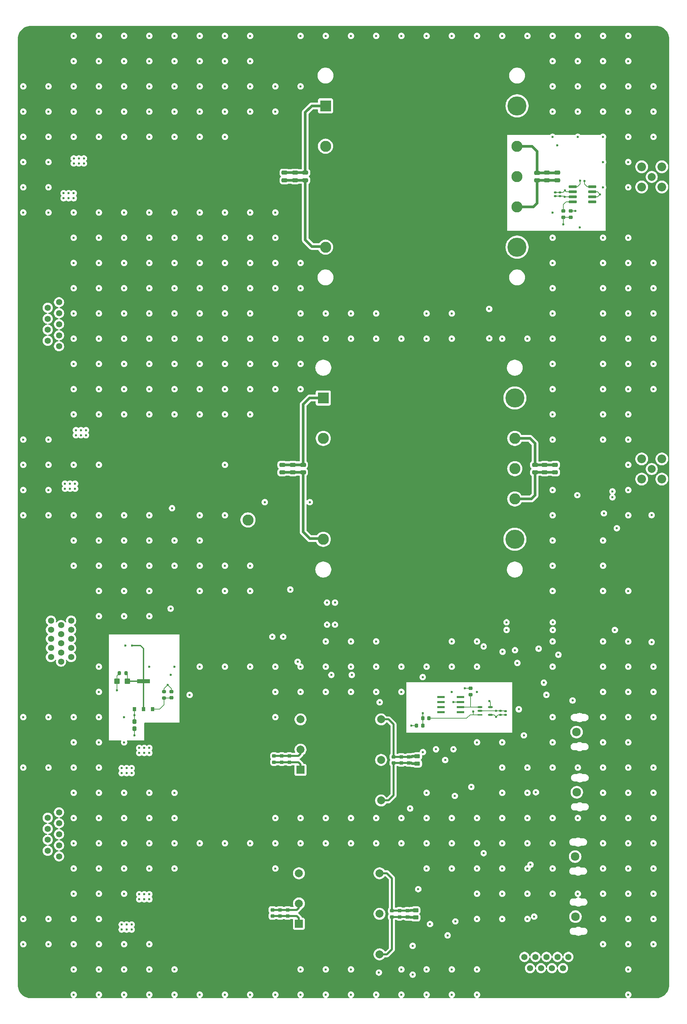
<source format=gbr>
%TF.GenerationSoftware,KiCad,Pcbnew,9.0.3*%
%TF.CreationDate,2025-09-16T12:32:26-04:00*%
%TF.ProjectId,CAEN_NEVIS_DAQ_PM5V,4341454e-5f4e-4455-9649-535f4441515f,rev?*%
%TF.SameCoordinates,Original*%
%TF.FileFunction,Copper,L10,Bot*%
%TF.FilePolarity,Positive*%
%FSLAX46Y46*%
G04 Gerber Fmt 4.6, Leading zero omitted, Abs format (unit mm)*
G04 Created by KiCad (PCBNEW 9.0.3) date 2025-09-16 12:32:26*
%MOMM*%
%LPD*%
G01*
G04 APERTURE LIST*
G04 Aperture macros list*
%AMRoundRect*
0 Rectangle with rounded corners*
0 $1 Rounding radius*
0 $2 $3 $4 $5 $6 $7 $8 $9 X,Y pos of 4 corners*
0 Add a 4 corners polygon primitive as box body*
4,1,4,$2,$3,$4,$5,$6,$7,$8,$9,$2,$3,0*
0 Add four circle primitives for the rounded corners*
1,1,$1+$1,$2,$3*
1,1,$1+$1,$4,$5*
1,1,$1+$1,$6,$7*
1,1,$1+$1,$8,$9*
0 Add four rect primitives between the rounded corners*
20,1,$1+$1,$2,$3,$4,$5,0*
20,1,$1+$1,$4,$5,$6,$7,0*
20,1,$1+$1,$6,$7,$8,$9,0*
20,1,$1+$1,$8,$9,$2,$3,0*%
G04 Aperture macros list end*
%TA.AperFunction,ComponentPad*%
%ADD10C,6.400000*%
%TD*%
%TA.AperFunction,ComponentPad*%
%ADD11C,2.159000*%
%TD*%
%TA.AperFunction,ComponentPad*%
%ADD12R,2.800000X2.800000*%
%TD*%
%TA.AperFunction,ComponentPad*%
%ADD13C,2.800000*%
%TD*%
%TA.AperFunction,ComponentPad*%
%ADD14C,4.800000*%
%TD*%
%TA.AperFunction,ComponentPad*%
%ADD15C,1.575000*%
%TD*%
%TA.AperFunction,ComponentPad*%
%ADD16C,4.216000*%
%TD*%
%TA.AperFunction,ComponentPad*%
%ADD17C,2.006600*%
%TD*%
%TA.AperFunction,ComponentPad*%
%ADD18C,2.209800*%
%TD*%
%TA.AperFunction,ComponentPad*%
%ADD19R,2.000000X2.000000*%
%TD*%
%TA.AperFunction,ComponentPad*%
%ADD20C,2.000000*%
%TD*%
%TA.AperFunction,ComponentPad*%
%ADD21C,1.560000*%
%TD*%
%TA.AperFunction,SMDPad,CuDef*%
%ADD22RoundRect,0.250000X-0.475000X0.250000X-0.475000X-0.250000X0.475000X-0.250000X0.475000X0.250000X0*%
%TD*%
%TA.AperFunction,SMDPad,CuDef*%
%ADD23RoundRect,0.225000X0.250000X-0.225000X0.250000X0.225000X-0.250000X0.225000X-0.250000X-0.225000X0*%
%TD*%
%TA.AperFunction,SMDPad,CuDef*%
%ADD24RoundRect,0.200000X0.275000X-0.200000X0.275000X0.200000X-0.275000X0.200000X-0.275000X-0.200000X0*%
%TD*%
%TA.AperFunction,SMDPad,CuDef*%
%ADD25RoundRect,0.250000X0.450000X-0.262500X0.450000X0.262500X-0.450000X0.262500X-0.450000X-0.262500X0*%
%TD*%
%TA.AperFunction,SMDPad,CuDef*%
%ADD26RoundRect,0.140000X0.170000X-0.140000X0.170000X0.140000X-0.170000X0.140000X-0.170000X-0.140000X0*%
%TD*%
%TA.AperFunction,SMDPad,CuDef*%
%ADD27RoundRect,0.225000X-0.250000X0.225000X-0.250000X-0.225000X0.250000X-0.225000X0.250000X0.225000X0*%
%TD*%
%TA.AperFunction,SMDPad,CuDef*%
%ADD28RoundRect,0.225000X-0.225000X-0.250000X0.225000X-0.250000X0.225000X0.250000X-0.225000X0.250000X0*%
%TD*%
%TA.AperFunction,SMDPad,CuDef*%
%ADD29RoundRect,0.250000X-0.275000X0.312500X-0.275000X-0.312500X0.275000X-0.312500X0.275000X0.312500X0*%
%TD*%
%TA.AperFunction,SMDPad,CuDef*%
%ADD30R,1.219200X0.457200*%
%TD*%
%TA.AperFunction,SMDPad,CuDef*%
%ADD31O,1.219200X0.457200*%
%TD*%
%TA.AperFunction,SMDPad,CuDef*%
%ADD32RoundRect,0.200000X0.200000X0.275000X-0.200000X0.275000X-0.200000X-0.275000X0.200000X-0.275000X0*%
%TD*%
%TA.AperFunction,SMDPad,CuDef*%
%ADD33R,1.981200X0.558800*%
%TD*%
%TA.AperFunction,SMDPad,CuDef*%
%ADD34RoundRect,0.075000X0.910000X0.225000X-0.910000X0.225000X-0.910000X-0.225000X0.910000X-0.225000X0*%
%TD*%
%TA.AperFunction,SMDPad,CuDef*%
%ADD35RoundRect,0.250000X0.450000X0.425000X-0.450000X0.425000X-0.450000X-0.425000X0.450000X-0.425000X0*%
%TD*%
%TA.AperFunction,SMDPad,CuDef*%
%ADD36R,0.889000X1.016000*%
%TD*%
%TA.AperFunction,SMDPad,CuDef*%
%ADD37R,3.200000X1.000000*%
%TD*%
%TA.AperFunction,ViaPad*%
%ADD38C,0.600000*%
%TD*%
%TA.AperFunction,ViaPad*%
%ADD39C,1.200000*%
%TD*%
%TA.AperFunction,Conductor*%
%ADD40C,0.200000*%
%TD*%
%TA.AperFunction,Conductor*%
%ADD41C,0.300000*%
%TD*%
%TA.AperFunction,Conductor*%
%ADD42C,0.700000*%
%TD*%
%TA.AperFunction,Conductor*%
%ADD43C,0.500000*%
%TD*%
G04 APERTURE END LIST*
D10*
%TO.P,H13,1,1*%
%TO.N,GNDPWR*%
X184000000Y-262000000D03*
%TD*%
%TO.P,H6,1,1*%
%TO.N,GNDPWR*%
X125000000Y-203000000D03*
%TD*%
%TO.P,H14,1,1*%
%TO.N,GNDPWR*%
X279000000Y-119000000D03*
%TD*%
%TO.P,H4,1,1*%
%TO.N,GNDPWR*%
X125000000Y-119000000D03*
%TD*%
D11*
%TO.P,P4,1,1*%
%TO.N,Net-(M3-Pad3)*%
X260040000Y-200620000D03*
%TD*%
D12*
%TO.P,U4,1,+VIN*%
%TO.N,Net-(U4-+VIN)*%
X196235000Y-116540000D03*
D13*
%TO.P,U4,2,ON/OFF*%
%TO.N,/Main_DC-DC_Converters/Enable_CKT/Enable*%
X196235000Y-126700000D03*
%TO.P,U4,3,CASE*%
%TO.N,GNDPWR*%
X196235000Y-141940000D03*
%TO.P,U4,4,-VIN*%
%TO.N,/Main_DC-DC_Converters/Enable_CKT/V_RTN*%
X196235000Y-152100000D03*
D14*
%TO.P,U4,5,-VO*%
%TO.N,/M5V*%
X244485000Y-152100000D03*
D13*
%TO.P,U4,6,-S*%
X244485000Y-141940000D03*
%TO.P,U4,7,TRIM*%
%TO.N,unconnected-(U4-TRIM-Pad7)*%
X244485000Y-134320000D03*
%TO.P,U4,8,+S*%
%TO.N,/PM5_RTN*%
X244485000Y-126700000D03*
D14*
%TO.P,U4,9,+VO*%
X244485000Y-116540000D03*
%TD*%
D11*
%TO.P,P2,1,1*%
%TO.N,Net-(P2-Pad1)*%
X259760000Y-247070000D03*
%TD*%
D15*
%TO.P,J1,1*%
%TO.N,/Enable+*%
X132710000Y-181730000D03*
%TO.P,J1,2*%
%TO.N,/P5V_V_MON*%
X132710000Y-179440000D03*
%TO.P,J1,3*%
%TO.N,unconnected-(J1-Pad3)*%
X132710000Y-177150000D03*
%TO.P,J1,4*%
%TO.N,/M5V_I_MON*%
X132710000Y-174860000D03*
%TO.P,J1,5*%
%TO.N,/P5V_I_MON*%
X132710000Y-172570000D03*
%TO.P,J1,6*%
%TO.N,/Enable-*%
X130170000Y-182875000D03*
%TO.P,J1,7*%
%TO.N,/PM5V_TELEM_RTN*%
X130170000Y-180585000D03*
%TO.P,J1,8*%
%TO.N,/M5V_V_MON*%
X130170000Y-178295000D03*
%TO.P,J1,9*%
%TO.N,/PM5V_TELEM_RTN*%
X130170000Y-176005000D03*
%TO.P,J1,10*%
X130170000Y-173715000D03*
%TO.P,J1,11*%
X127630000Y-181730000D03*
%TO.P,J1,12*%
X127630000Y-179440000D03*
%TO.P,J1,13*%
%TO.N,unconnected-(J1-Pad13)*%
X127630000Y-177150000D03*
%TO.P,J1,14*%
%TO.N,/PM5V_TELEM_RTN*%
X127630000Y-174860000D03*
%TO.P,J1,15*%
%TO.N,/TEMP_MON*%
X127630000Y-172570000D03*
D16*
%TO.P,J1,S1*%
%TO.N,GNDPWR*%
X130170000Y-164909000D03*
%TO.P,J1,S2*%
X130170000Y-189899000D03*
%TD*%
D13*
%TO.P,V_{EN}1,1,1*%
%TO.N,/Main_DC-DC_Converters/Enable_CKT/Enable*%
X177270000Y-147230000D03*
%TD*%
D10*
%TO.P,H17,1,1*%
%TO.N,GNDPWR*%
X218000000Y-172000000D03*
%TD*%
D17*
%TO.P,J4,1,SIGNAL*%
%TO.N,/M5V_OUT*%
X278970000Y-134410000D03*
D18*
%TO.P,J4,2,GND*%
%TO.N,/PM5_RTN*%
X281510000Y-131870000D03*
%TO.P,J4,3,GND*%
X276430000Y-131870000D03*
%TO.P,J4,4,GND*%
X276430000Y-136950000D03*
%TO.P,J4,5,GND*%
X281510000Y-136950000D03*
%TD*%
D12*
%TO.P,U3,1,+VIN*%
%TO.N,Net-(U3-+VIN)*%
X196795000Y-43017500D03*
D13*
%TO.P,U3,2,ON/OFF*%
%TO.N,/Main_DC-DC_Converters/Enable_CKT/Enable*%
X196795000Y-53177500D03*
%TO.P,U3,3,CASE*%
%TO.N,GNDPWR*%
X196795000Y-68417500D03*
%TO.P,U3,4,-VIN*%
%TO.N,/Main_DC-DC_Converters/Main_Converter/V_RTN*%
X196795000Y-78577500D03*
D14*
%TO.P,U3,5,-VO*%
%TO.N,/PM5_RTN*%
X245045000Y-78577500D03*
D13*
%TO.P,U3,6,-S*%
X245045000Y-68417500D03*
%TO.P,U3,7,TRIM*%
%TO.N,unconnected-(U3-TRIM-Pad7)*%
X245045000Y-60797500D03*
%TO.P,U3,8,+S*%
%TO.N,/P5V*%
X245045000Y-53177500D03*
D14*
%TO.P,U3,9,+VO*%
X245045000Y-43017500D03*
%TD*%
D10*
%TO.P,H11,1,1*%
%TO.N,GNDPWR*%
X279000000Y-203000000D03*
%TD*%
D19*
%TO.P,U6,1,+VIN*%
%TO.N,/Telemetry_PWR/Telem_5V1/V_POS*%
X190093750Y-248860000D03*
D20*
%TO.P,U6,2,-VIN*%
%TO.N,/Telemetry_PWR/Telem_5V1/V_RTN*%
X190093750Y-243760000D03*
%TO.P,U6,3,+VOUT*%
%TO.N,/PM5V_TELEM_RTN*%
X210393750Y-256560000D03*
%TO.P,U6,4,TRIM*%
%TO.N,unconnected-(U6-TRIM-Pad4)*%
X210393750Y-246360000D03*
%TO.P,U6,5,-VOUT*%
%TO.N,/M5V_TELEM*%
X210393750Y-236160000D03*
%TO.P,U6,6,REMOTE*%
%TO.N,unconnected-(U6-REMOTE-Pad6)*%
X190093750Y-236160000D03*
%TD*%
D10*
%TO.P,H3,1,1*%
%TO.N,GNDPWR*%
X125000000Y-77000000D03*
%TD*%
%TO.P,H5,1,1*%
%TO.N,GNDPWR*%
X125000000Y-155000000D03*
%TD*%
%TO.P,H1,1,1*%
%TO.N,GNDPWR*%
X125000000Y-29000000D03*
%TD*%
%TO.P,H16,1,1*%
%TO.N,GNDPWR*%
X218000000Y-97000000D03*
%TD*%
%TO.P,H8,1,1*%
%TO.N,GNDPWR*%
X279000000Y-262000000D03*
%TD*%
D19*
%TO.P,U5,1,+VIN*%
%TO.N,/Telemetry_PWR/Telem_5V/V_POS*%
X190492500Y-210130000D03*
D20*
%TO.P,U5,2,-VIN*%
%TO.N,/Telemetry_PWR/Telem_5V/V_RTN*%
X190492500Y-205030000D03*
%TO.P,U5,3,+VOUT*%
%TO.N,/P5V_TELEM*%
X210792500Y-217830000D03*
%TO.P,U5,4,TRIM*%
%TO.N,unconnected-(U5-TRIM-Pad4)*%
X210792500Y-207630000D03*
%TO.P,U5,5,-VOUT*%
%TO.N,/PM5V_TELEM_RTN*%
X210792500Y-197430000D03*
%TO.P,U5,6,REMOTE*%
%TO.N,unconnected-(U5-REMOTE-Pad6)*%
X190492500Y-197430000D03*
%TD*%
D10*
%TO.P,H15,1,1*%
%TO.N,GNDPWR*%
X184000000Y-29000000D03*
%TD*%
%TO.P,H7,1,1*%
%TO.N,GNDPWR*%
X125000000Y-262000000D03*
%TD*%
%TO.P,H10,1,1*%
%TO.N,GNDPWR*%
X184000000Y-97000000D03*
%TD*%
%TO.P,H12,1,1*%
%TO.N,GNDPWR*%
X279000000Y-77000000D03*
%TD*%
D21*
%TO.P,J6,1*%
%TO.N,/M5V_TELEM*%
X246915000Y-257210000D03*
%TO.P,J6,2*%
X249685000Y-257210000D03*
%TO.P,J6,3*%
%TO.N,unconnected-(J6-Pad3)*%
X252455000Y-257210000D03*
%TO.P,J6,4*%
%TO.N,/P5V_TELEM*%
X255225000Y-257210000D03*
%TO.P,J6,5*%
X257995000Y-257210000D03*
%TO.P,J6,6*%
%TO.N,/PM5V_TELEM_RTN*%
X248300000Y-260050000D03*
%TO.P,J6,7*%
X251070000Y-260050000D03*
%TO.P,J6,8*%
X253840000Y-260050000D03*
%TO.P,J6,9*%
X256610000Y-260050000D03*
D16*
%TO.P,J6,S1*%
%TO.N,GNDPWR*%
X239955000Y-258630000D03*
%TO.P,J6,S2*%
X264955000Y-258630000D03*
%TD*%
D11*
%TO.P,P1,1,1*%
%TO.N,Net-(M4-Pad3)*%
X259680000Y-231950000D03*
%TD*%
D17*
%TO.P,J5,1,SIGNAL*%
%TO.N,/P5V_OUT*%
X278970000Y-60900000D03*
D18*
%TO.P,J5,2,GND*%
%TO.N,/PM5_RTN*%
X281510000Y-58360000D03*
%TO.P,J5,3,GND*%
X276430000Y-58360000D03*
%TO.P,J5,4,GND*%
X276430000Y-63440000D03*
%TO.P,J5,5,GND*%
X281510000Y-63440000D03*
%TD*%
D21*
%TO.P,J2,1*%
%TO.N,/V_SEC_RTN*%
X129660000Y-92440000D03*
%TO.P,J2,2*%
X129660000Y-95210000D03*
%TO.P,J2,3*%
%TO.N,unconnected-(J2-Pad3)*%
X129660000Y-97980000D03*
%TO.P,J2,4*%
%TO.N,/V_SEC_RTN*%
X129660000Y-100750000D03*
%TO.P,J2,5*%
X129660000Y-103520000D03*
%TO.P,J2,6*%
%TO.N,/V_SEC_IN*%
X126820000Y-93825000D03*
%TO.P,J2,7*%
X126820000Y-96595000D03*
%TO.P,J2,8*%
X126820000Y-99365000D03*
%TO.P,J2,9*%
X126820000Y-102135000D03*
D16*
%TO.P,J2,S1*%
%TO.N,GNDPWR*%
X128240000Y-85480000D03*
%TO.P,J2,S2*%
X128240000Y-110480000D03*
%TD*%
D10*
%TO.P,H9,1,1*%
%TO.N,GNDPWR*%
X279000000Y-155000000D03*
%TD*%
D21*
%TO.P,J3,1*%
%TO.N,/V_TELEM_RTN*%
X129660000Y-220810000D03*
%TO.P,J3,2*%
X129660000Y-223580000D03*
%TO.P,J3,3*%
%TO.N,unconnected-(J3-Pad3)*%
X129660000Y-226350000D03*
%TO.P,J3,4*%
%TO.N,/V_TELEM_RTN*%
X129660000Y-229120000D03*
%TO.P,J3,5*%
X129660000Y-231890000D03*
%TO.P,J3,6*%
%TO.N,/V_TELEM_IN*%
X126820000Y-222195000D03*
%TO.P,J3,7*%
X126820000Y-224965000D03*
%TO.P,J3,8*%
X126820000Y-227735000D03*
%TO.P,J3,9*%
X126820000Y-230505000D03*
D16*
%TO.P,J3,S1*%
%TO.N,GNDPWR*%
X128240000Y-213850000D03*
%TO.P,J3,S2*%
X128240000Y-238850000D03*
%TD*%
D11*
%TO.P,P3,1,1*%
%TO.N,Net-(P3-Pad1)*%
X260100000Y-215770000D03*
%TD*%
D10*
%TO.P,H2,1,1*%
%TO.N,GNDPWR*%
X279000000Y-29000000D03*
%TD*%
D22*
%TO.P,C20,1*%
%TO.N,Net-(U4-+VIN)*%
X185905000Y-133360000D03*
%TO.P,C20,2*%
%TO.N,/Main_DC-DC_Converters/Enable_CKT/V_RTN*%
X185905000Y-135260000D03*
%TD*%
D23*
%TO.P,C32,1*%
%TO.N,/Telemetry_PWR/Telem_5V/V_POS*%
X185755000Y-208195000D03*
%TO.P,C32,2*%
%TO.N,/Telemetry_PWR/Telem_5V/V_RTN*%
X185755000Y-206645000D03*
%TD*%
%TO.P,C33,1*%
%TO.N,/Telemetry_PWR/Telem_5V/V_POS*%
X187655000Y-208195000D03*
%TO.P,C33,2*%
%TO.N,/Telemetry_PWR/Telem_5V/V_RTN*%
X187655000Y-206645000D03*
%TD*%
D24*
%TO.P,R5,1*%
%TO.N,Net-(U1-SET)*%
X156110000Y-192055000D03*
%TO.P,R5,2*%
%TO.N,/V_TELEM_RTN*%
X156110000Y-190405000D03*
%TD*%
D23*
%TO.P,C35,1*%
%TO.N,/P5V_TELEM*%
X215845000Y-208410000D03*
%TO.P,C35,2*%
%TO.N,/PM5V_TELEM_RTN*%
X215845000Y-206860000D03*
%TD*%
D25*
%TO.P,R13,1*%
%TO.N,/PM5V_TELEM_RTN*%
X219496250Y-247292499D03*
%TO.P,R13,2*%
%TO.N,/M5V_TELEM*%
X219496250Y-245467499D03*
%TD*%
D22*
%TO.P,C22,1*%
%TO.N,Net-(U4-+VIN)*%
X191135000Y-133340000D03*
%TO.P,C22,2*%
%TO.N,/Main_DC-DC_Converters/Enable_CKT/V_RTN*%
X191135000Y-135240000D03*
%TD*%
D26*
%TO.P,C49,1*%
%TO.N,/Telemetry_CKT/V3p3*%
X255880000Y-65740000D03*
%TO.P,C49,2*%
%TO.N,/PM5V_TELEM_RTN*%
X255880000Y-64780000D03*
%TD*%
D23*
%TO.P,C34,1*%
%TO.N,/P5V_TELEM*%
X213915000Y-208405000D03*
%TO.P,C34,2*%
%TO.N,/PM5V_TELEM_RTN*%
X213915000Y-206855000D03*
%TD*%
D27*
%TO.P,C53,1*%
%TO.N,/PM5V_TELEM_RTN*%
X258540000Y-69495000D03*
%TO.P,C53,2*%
%TO.N,Net-(C53-Pad2)*%
X258540000Y-71045000D03*
%TD*%
D22*
%TO.P,C25,1*%
%TO.N,/PM5_RTN*%
X254615000Y-133350000D03*
%TO.P,C25,2*%
%TO.N,/M5V*%
X254615000Y-135250000D03*
%TD*%
%TO.P,C21,1*%
%TO.N,Net-(U4-+VIN)*%
X188555000Y-133360000D03*
%TO.P,C21,2*%
%TO.N,/Main_DC-DC_Converters/Enable_CKT/V_RTN*%
X188555000Y-135260000D03*
%TD*%
%TO.P,C15,1*%
%TO.N,/P5V*%
X255175000Y-59827500D03*
%TO.P,C15,2*%
%TO.N,/PM5_RTN*%
X255175000Y-61727500D03*
%TD*%
D23*
%TO.P,C41,1*%
%TO.N,/Telemetry_PWR/Telem_5V1/V_POS*%
X185356250Y-246925001D03*
%TO.P,C41,2*%
%TO.N,/Telemetry_PWR/Telem_5V1/V_RTN*%
X185356250Y-245375001D03*
%TD*%
%TO.P,C40,1*%
%TO.N,/Telemetry_PWR/Telem_5V1/V_POS*%
X183436250Y-246925001D03*
%TO.P,C40,2*%
%TO.N,/Telemetry_PWR/Telem_5V1/V_RTN*%
X183436250Y-245375001D03*
%TD*%
D28*
%TO.P,C64,1*%
%TO.N,/PM5V_TELEM_RTN*%
X219715000Y-198980000D03*
%TO.P,C64,2*%
%TO.N,Net-(C64-Pad2)*%
X221265000Y-198980000D03*
%TD*%
D22*
%TO.P,C24,1*%
%TO.N,/PM5_RTN*%
X251995000Y-133350000D03*
%TO.P,C24,2*%
%TO.N,/M5V*%
X251995000Y-135250000D03*
%TD*%
D29*
%TO.P,C1,1*%
%TO.N,/V_TELEM_IN*%
X148660000Y-197962500D03*
%TO.P,C1,2*%
%TO.N,/V_TELEM_RTN*%
X148660000Y-199737500D03*
%TD*%
D25*
%TO.P,R12,1*%
%TO.N,/P5V_TELEM*%
X219895000Y-208562500D03*
%TO.P,R12,2*%
%TO.N,/PM5V_TELEM_RTN*%
X219895000Y-206737500D03*
%TD*%
D30*
%TO.P,U11,1,OUT*%
%TO.N,Net-(U11-OUT)*%
X235670000Y-196260001D03*
D31*
%TO.P,U11,2,V-*%
%TO.N,/PM5V_TELEM_RTN*%
X235670000Y-195310000D03*
%TO.P,U11,3,+IN*%
%TO.N,/Telemetry_CKT/V_TEMP*%
X235670000Y-194359999D03*
%TO.P,U11,4,-IN*%
%TO.N,Net-(U11--IN)*%
X238290000Y-194359999D03*
%TO.P,U11,5,V+*%
%TO.N,/Telemetry_CKT/V3p3*%
X238290000Y-196260001D03*
%TD*%
D22*
%TO.P,C11,1*%
%TO.N,Net-(U3-+VIN)*%
X189115000Y-59837500D03*
%TO.P,C11,2*%
%TO.N,/Main_DC-DC_Converters/Main_Converter/V_RTN*%
X189115000Y-61737500D03*
%TD*%
D26*
%TO.P,C50,1*%
%TO.N,/Telemetry_CKT/V3p3*%
X254680000Y-65740000D03*
%TO.P,C50,2*%
%TO.N,/PM5V_TELEM_RTN*%
X254680000Y-64780000D03*
%TD*%
%TO.P,C58,1*%
%TO.N,/Telemetry_CKT/V3p3*%
X240860000Y-196270000D03*
%TO.P,C58,2*%
%TO.N,/PM5V_TELEM_RTN*%
X240860000Y-195310000D03*
%TD*%
D27*
%TO.P,R21,1*%
%TO.N,Net-(U8-OUT)*%
X256690000Y-69485000D03*
%TO.P,R21,2*%
%TO.N,Net-(C53-Pad2)*%
X256690000Y-71035000D03*
%TD*%
D32*
%TO.P,R6,1*%
%TO.N,/Main_DC-DC_Converters/V3p3*%
X146535000Y-185780000D03*
%TO.P,R6,2*%
%TO.N,/V_TELEM_RTN*%
X144885000Y-185780000D03*
%TD*%
D23*
%TO.P,C2,1*%
%TO.N,Net-(U1-SET)*%
X157950000Y-192005000D03*
%TO.P,C2,2*%
%TO.N,/V_TELEM_RTN*%
X157950000Y-190455000D03*
%TD*%
%TO.P,C43,1*%
%TO.N,/PM5V_TELEM_RTN*%
X213516250Y-247135000D03*
%TO.P,C43,2*%
%TO.N,/M5V_TELEM*%
X213516250Y-245585000D03*
%TD*%
%TO.P,C45,1*%
%TO.N,/PM5V_TELEM_RTN*%
X217376250Y-247144999D03*
%TO.P,C45,2*%
%TO.N,/M5V_TELEM*%
X217376250Y-245594999D03*
%TD*%
%TO.P,R25,1*%
%TO.N,/Telemetry_CKT/V_TEMP*%
X233330000Y-191185000D03*
%TO.P,R25,2*%
%TO.N,/PM5V_TELEM_RTN*%
X233330000Y-189635000D03*
%TD*%
%TO.P,C36,1*%
%TO.N,/P5V_TELEM*%
X217775000Y-208415000D03*
%TO.P,C36,2*%
%TO.N,/PM5V_TELEM_RTN*%
X217775000Y-206865000D03*
%TD*%
D33*
%TO.P,U10,1,NC*%
%TO.N,unconnected-(U10-NC-Pad1)*%
X230823800Y-191815000D03*
%TO.P,U10,2,V+*%
%TO.N,/P5V_TELEM*%
X230823800Y-193085000D03*
%TO.P,U10,3,V-*%
%TO.N,/Telemetry_CKT/V_TEMP*%
X230823800Y-194355000D03*
%TO.P,U10,4,NC*%
%TO.N,unconnected-(U10-NC-Pad4)*%
X230823800Y-195625000D03*
%TO.P,U10,5,NC*%
%TO.N,unconnected-(U10-NC-Pad5)*%
X225896200Y-195625000D03*
%TO.P,U10,6,NC*%
%TO.N,unconnected-(U10-NC-Pad6)*%
X225896200Y-194355000D03*
%TO.P,U10,7,NC*%
%TO.N,unconnected-(U10-NC-Pad7)*%
X225896200Y-193085000D03*
%TO.P,U10,8,NC*%
%TO.N,unconnected-(U10-NC-Pad8)*%
X225896200Y-191815000D03*
%TD*%
D34*
%TO.P,U8,1,-IN*%
%TO.N,/P5V_OUT*%
X263980000Y-63365000D03*
%TO.P,U8,2,GND*%
%TO.N,/PM5V_TELEM_RTN*%
X263980000Y-64635000D03*
%TO.P,U8,3,REF2*%
X263980000Y-65905000D03*
%TO.P,U8,4,4*%
%TO.N,unconnected-(U8-Pad4)*%
X263980000Y-67175000D03*
%TO.P,U8,5,OUT*%
%TO.N,Net-(U8-OUT)*%
X259040000Y-67175000D03*
%TO.P,U8,6,V+*%
%TO.N,/Telemetry_CKT/V3p3*%
X259040000Y-65905000D03*
%TO.P,U8,7,REF1*%
%TO.N,/PM5V_TELEM_RTN*%
X259040000Y-64635000D03*
%TO.P,U8,8,+IN*%
%TO.N,/P5V*%
X259040000Y-63365000D03*
%TD*%
D26*
%TO.P,C57,1*%
%TO.N,/Telemetry_CKT/V3p3*%
X242120000Y-196290000D03*
%TO.P,C57,2*%
%TO.N,/PM5V_TELEM_RTN*%
X242120000Y-195330000D03*
%TD*%
D22*
%TO.P,C14,1*%
%TO.N,/P5V*%
X252555000Y-59827500D03*
%TO.P,C14,2*%
%TO.N,/PM5_RTN*%
X252555000Y-61727500D03*
%TD*%
D35*
%TO.P,C3,1*%
%TO.N,/Main_DC-DC_Converters/V3p3*%
X146917500Y-187840000D03*
%TO.P,C3,2*%
%TO.N,/V_TELEM_RTN*%
X144217500Y-187840000D03*
%TD*%
D22*
%TO.P,C12,1*%
%TO.N,Net-(U3-+VIN)*%
X191695000Y-59817500D03*
%TO.P,C12,2*%
%TO.N,/Main_DC-DC_Converters/Main_Converter/V_RTN*%
X191695000Y-61717500D03*
%TD*%
D28*
%TO.P,R37,1*%
%TO.N,Net-(C64-Pad2)*%
X221285000Y-197160000D03*
%TO.P,R37,2*%
%TO.N,Net-(U11-OUT)*%
X222835000Y-197160000D03*
%TD*%
D23*
%TO.P,C44,1*%
%TO.N,/PM5V_TELEM_RTN*%
X215446250Y-247139999D03*
%TO.P,C44,2*%
%TO.N,/M5V_TELEM*%
X215446250Y-245589999D03*
%TD*%
D22*
%TO.P,C23,1*%
%TO.N,/PM5_RTN*%
X249565000Y-133380000D03*
%TO.P,C23,2*%
%TO.N,/M5V*%
X249565000Y-135280000D03*
%TD*%
%TO.P,C10,1*%
%TO.N,Net-(U3-+VIN)*%
X186465000Y-59837500D03*
%TO.P,C10,2*%
%TO.N,/Main_DC-DC_Converters/Main_Converter/V_RTN*%
X186465000Y-61737500D03*
%TD*%
%TO.P,C13,1*%
%TO.N,/P5V*%
X250125000Y-59857500D03*
%TO.P,C13,2*%
%TO.N,/PM5_RTN*%
X250125000Y-61757500D03*
%TD*%
D36*
%TO.P,U1,1,SET*%
%TO.N,Net-(U1-SET)*%
X153259900Y-194832500D03*
%TO.P,U1,2,OUT*%
%TO.N,/Main_DC-DC_Converters/V3p3*%
X150948500Y-194832500D03*
%TO.P,U1,3,IN*%
%TO.N,/V_TELEM_IN*%
X148637100Y-194832500D03*
D37*
%TO.P,U1,4,TAB*%
%TO.N,/Main_DC-DC_Converters/V3p3*%
X150948500Y-187840000D03*
%TD*%
D23*
%TO.P,C31,1*%
%TO.N,/Telemetry_PWR/Telem_5V/V_POS*%
X183835000Y-208195000D03*
%TO.P,C31,2*%
%TO.N,/Telemetry_PWR/Telem_5V/V_RTN*%
X183835000Y-206645000D03*
%TD*%
%TO.P,C42,1*%
%TO.N,/Telemetry_PWR/Telem_5V1/V_POS*%
X187256250Y-246925001D03*
%TO.P,C42,2*%
%TO.N,/Telemetry_PWR/Telem_5V1/V_RTN*%
X187256250Y-245375001D03*
%TD*%
D38*
%TO.N,/V_TELEM_IN*%
X162580000Y-191275000D03*
X147975000Y-250330000D03*
X146705000Y-250330000D03*
X145435000Y-249060000D03*
X147975000Y-209690000D03*
X145435000Y-210960000D03*
X146705000Y-209690000D03*
X146705000Y-249060000D03*
X148640000Y-196410000D03*
X146705000Y-210960000D03*
X147975000Y-210960000D03*
X145435000Y-209690000D03*
X145435000Y-250330000D03*
X147975000Y-249060000D03*
%TO.N,/V_TELEM_RTN*%
X266700000Y-234950000D03*
X171450000Y-228600000D03*
X279400000Y-184150000D03*
X139700000Y-222250000D03*
X133350000Y-241300000D03*
X139700000Y-228600000D03*
X234950000Y-234950000D03*
X241300000Y-209550000D03*
X196850000Y-228600000D03*
X228600000Y-190500000D03*
X254000000Y-184150000D03*
X222250000Y-184150000D03*
X139700000Y-190500000D03*
X133350000Y-209550000D03*
X133350000Y-215900000D03*
X127000000Y-247650000D03*
X127000000Y-196850000D03*
X139700000Y-196850000D03*
X260350000Y-241300000D03*
X149880000Y-241440000D03*
X171450000Y-266700000D03*
X241300000Y-241300000D03*
X151150000Y-241440000D03*
X152400000Y-254000000D03*
X157040000Y-188760000D03*
X120650000Y-209550000D03*
X120650000Y-254000000D03*
X152400000Y-266700000D03*
X133350000Y-254000000D03*
X184150000Y-222250000D03*
X234950000Y-177800000D03*
X139700000Y-260350000D03*
X247650000Y-234950000D03*
X152420000Y-242710000D03*
X215900000Y-260350000D03*
X241300000Y-222250000D03*
X209550000Y-190500000D03*
X209550000Y-266700000D03*
X165100000Y-266700000D03*
X139700000Y-241300000D03*
X177800000Y-228600000D03*
X203200000Y-222250000D03*
X241300000Y-228600000D03*
X146050000Y-241300000D03*
X149880000Y-242710000D03*
X247650000Y-247650000D03*
X190500000Y-190500000D03*
X266700000Y-190500000D03*
X152400000Y-234950000D03*
X266700000Y-215900000D03*
X241300000Y-234950000D03*
X152420000Y-205880000D03*
X273050000Y-266700000D03*
X266700000Y-228600000D03*
X273050000Y-215900000D03*
X171450000Y-184150000D03*
X247650000Y-241300000D03*
X139700000Y-203200000D03*
X273050000Y-234950000D03*
X279400000Y-228600000D03*
X209550000Y-228600000D03*
X273050000Y-209550000D03*
X127000000Y-254000000D03*
X165100000Y-228600000D03*
X215900000Y-266700000D03*
X190500000Y-184150000D03*
X146050000Y-222250000D03*
X120650000Y-196850000D03*
X139700000Y-234950000D03*
X215900000Y-190500000D03*
X273050000Y-247650000D03*
X203200000Y-260350000D03*
X228600000Y-234950000D03*
X152400000Y-222250000D03*
X127000000Y-209550000D03*
X241300000Y-215900000D03*
X144220000Y-190100000D03*
X266700000Y-254000000D03*
X215900000Y-184150000D03*
X152400000Y-228600000D03*
X279400000Y-209550000D03*
X273050000Y-177800000D03*
X247650000Y-228600000D03*
X149880000Y-205880000D03*
X152400000Y-171450000D03*
X209550000Y-177800000D03*
X158750000Y-215900000D03*
X273050000Y-203200000D03*
X234950000Y-203200000D03*
X266700000Y-222250000D03*
X215900000Y-228600000D03*
X279400000Y-254000000D03*
X234950000Y-184150000D03*
X279400000Y-190500000D03*
X189770000Y-182940000D03*
X203200000Y-184150000D03*
X177800000Y-184150000D03*
X158750000Y-260350000D03*
X234950000Y-190500000D03*
X152400000Y-260350000D03*
X273050000Y-228600000D03*
X228600000Y-228600000D03*
X266700000Y-177800000D03*
X228600000Y-177800000D03*
X260350000Y-209550000D03*
X146050000Y-260350000D03*
X234950000Y-222250000D03*
X139700000Y-215900000D03*
X184150000Y-196850000D03*
X273050000Y-222250000D03*
X279400000Y-247650000D03*
X273050000Y-184150000D03*
X266700000Y-203200000D03*
X228600000Y-222250000D03*
X247650000Y-222250000D03*
X148670000Y-201420000D03*
X139700000Y-247650000D03*
X146050000Y-196850000D03*
X215900000Y-222250000D03*
X196850000Y-190500000D03*
X152400000Y-165100000D03*
X146050000Y-215900000D03*
X146050000Y-203200000D03*
X279400000Y-196850000D03*
X266700000Y-209550000D03*
X247650000Y-215900000D03*
X133350000Y-228600000D03*
X203200000Y-228600000D03*
X279400000Y-222250000D03*
X151150000Y-205880000D03*
X149880000Y-204610000D03*
X234950000Y-266700000D03*
X254000000Y-203200000D03*
X234950000Y-228600000D03*
X241300000Y-203200000D03*
X273050000Y-254000000D03*
X133350000Y-266700000D03*
X133350000Y-260350000D03*
X146409999Y-178886200D03*
X152400000Y-215900000D03*
X158750000Y-184150000D03*
X266700000Y-196850000D03*
X139700000Y-254000000D03*
X158750000Y-222250000D03*
X139700000Y-171450000D03*
X254000000Y-241300000D03*
X152420000Y-204610000D03*
X241300000Y-247650000D03*
X273050000Y-196850000D03*
X199180000Y-173590000D03*
X266700000Y-184150000D03*
X146050000Y-254000000D03*
X133350000Y-234950000D03*
X279400000Y-234950000D03*
X222250000Y-222250000D03*
X266700000Y-241300000D03*
X234950000Y-241300000D03*
X228600000Y-266700000D03*
X279400000Y-215900000D03*
X158750000Y-234950000D03*
X273050000Y-260350000D03*
X222250000Y-228600000D03*
X133350000Y-222250000D03*
X254000000Y-228600000D03*
X133350000Y-196850000D03*
X190500000Y-266700000D03*
X196850000Y-184150000D03*
X222250000Y-215900000D03*
X146050000Y-171450000D03*
X222250000Y-234950000D03*
X158750000Y-266700000D03*
X247650000Y-209550000D03*
X190500000Y-260350000D03*
X184150000Y-266700000D03*
X203200000Y-177800000D03*
X203200000Y-190500000D03*
X228600000Y-184150000D03*
X234950000Y-260350000D03*
X165100000Y-184150000D03*
X152420000Y-241440000D03*
X254000000Y-177800000D03*
X151150000Y-204610000D03*
X222250000Y-266700000D03*
X146050000Y-234950000D03*
X139700000Y-209550000D03*
X197180000Y-173590000D03*
X152400000Y-184150000D03*
X184150000Y-190500000D03*
X120650000Y-247650000D03*
X254000000Y-222250000D03*
X177800000Y-266700000D03*
X228600000Y-260350000D03*
X273050000Y-190500000D03*
X190500000Y-228600000D03*
X209550000Y-222250000D03*
X146050000Y-228600000D03*
X184150000Y-228600000D03*
X203200000Y-266700000D03*
X146050000Y-266700000D03*
X146050000Y-165100000D03*
X279400000Y-241300000D03*
X196850000Y-266700000D03*
X158750000Y-228600000D03*
X133350000Y-247650000D03*
X266700000Y-247650000D03*
X196850000Y-177800000D03*
X190500000Y-222250000D03*
X139700000Y-266700000D03*
X273050000Y-241300000D03*
X139700000Y-165100000D03*
X209550000Y-184150000D03*
X196850000Y-222250000D03*
X184150000Y-234950000D03*
X196850000Y-260350000D03*
X139700000Y-184150000D03*
X222250000Y-260350000D03*
X254000000Y-196850000D03*
X254000000Y-234950000D03*
X151150000Y-242710000D03*
X254000000Y-209550000D03*
X234950000Y-247650000D03*
X260350000Y-222250000D03*
X184150000Y-184150000D03*
X133350000Y-203200000D03*
%TO.N,/Main_DC-DC_Converters/V3p3*%
X148059999Y-178866200D03*
D39*
%TO.N,GNDPWR*%
X203220000Y-86500000D03*
X215920000Y-56020000D03*
X218460000Y-68720000D03*
X238780000Y-162700000D03*
X208300000Y-122060000D03*
X205760000Y-150000000D03*
X231160000Y-124600000D03*
X236240000Y-66180000D03*
X213380000Y-137300000D03*
X233700000Y-86500000D03*
X203220000Y-58560000D03*
X205760000Y-124600000D03*
X223540000Y-127140000D03*
X241320000Y-109360000D03*
X210840000Y-137300000D03*
X203220000Y-68720000D03*
X223540000Y-86500000D03*
X218460000Y-35700000D03*
X236240000Y-78880000D03*
X231160000Y-106820000D03*
X226080000Y-83960000D03*
X223540000Y-160160000D03*
X218460000Y-109360000D03*
X236240000Y-61100000D03*
X215920000Y-53480000D03*
X203220000Y-122060000D03*
X215920000Y-40780000D03*
X218460000Y-147460000D03*
X210840000Y-33160000D03*
X221000000Y-116980000D03*
X226080000Y-142380000D03*
X223540000Y-35700000D03*
X236240000Y-157620000D03*
X205760000Y-56020000D03*
X221000000Y-114440000D03*
X218460000Y-157620000D03*
X231160000Y-111900000D03*
X233700000Y-63640000D03*
X210840000Y-63640000D03*
X210840000Y-56020000D03*
X226080000Y-43320000D03*
X226080000Y-48400000D03*
X208300000Y-127140000D03*
X221000000Y-56020000D03*
X221000000Y-127140000D03*
X205760000Y-50940000D03*
X226080000Y-114440000D03*
X221000000Y-61100000D03*
X210840000Y-150000000D03*
X203220000Y-89040000D03*
X213380000Y-48400000D03*
X210840000Y-152540000D03*
X215920000Y-122060000D03*
X208300000Y-162700000D03*
X233700000Y-152540000D03*
X208300000Y-58560000D03*
X221000000Y-124600000D03*
X233700000Y-142380000D03*
X226080000Y-73800000D03*
X203220000Y-56020000D03*
X228620000Y-43320000D03*
X231160000Y-58560000D03*
X233700000Y-38240000D03*
X205760000Y-122060000D03*
X226080000Y-50940000D03*
X210840000Y-142380000D03*
D38*
X232480000Y-101510000D03*
D39*
X210840000Y-144920000D03*
X231160000Y-81420000D03*
X205760000Y-73800000D03*
X213380000Y-68720000D03*
X205760000Y-152540000D03*
X236240000Y-127140000D03*
X226080000Y-53480000D03*
X236240000Y-86500000D03*
X231160000Y-48400000D03*
X205760000Y-33160000D03*
X208300000Y-73800000D03*
X241320000Y-162700000D03*
X208300000Y-147460000D03*
X203220000Y-124600000D03*
X213380000Y-71260000D03*
X238780000Y-106820000D03*
X233700000Y-109360000D03*
X233700000Y-111900000D03*
X205760000Y-61100000D03*
X215920000Y-33160000D03*
X215920000Y-63640000D03*
X223540000Y-162700000D03*
X210840000Y-134760000D03*
X221000000Y-111900000D03*
X226080000Y-61100000D03*
X208300000Y-160160000D03*
X218460000Y-66180000D03*
X221000000Y-68720000D03*
X215920000Y-155080000D03*
X208300000Y-33160000D03*
X208300000Y-66180000D03*
X205760000Y-137300000D03*
X205760000Y-58560000D03*
X208300000Y-114440000D03*
X221000000Y-86500000D03*
X228620000Y-124600000D03*
X218460000Y-122060000D03*
X218460000Y-160160000D03*
X215920000Y-50940000D03*
X233700000Y-73800000D03*
X223540000Y-68720000D03*
X215920000Y-83960000D03*
X203220000Y-45860000D03*
X238780000Y-35700000D03*
X226080000Y-147460000D03*
X215920000Y-38240000D03*
X223540000Y-58560000D03*
X233700000Y-78880000D03*
X236240000Y-111900000D03*
X226080000Y-162700000D03*
X236240000Y-38240000D03*
X231160000Y-139840000D03*
X213380000Y-152540000D03*
X236240000Y-129680000D03*
X226080000Y-35700000D03*
X228620000Y-68720000D03*
X226080000Y-139840000D03*
X221000000Y-119520000D03*
X231160000Y-157620000D03*
X231160000Y-132220000D03*
X223540000Y-152540000D03*
D38*
X232480000Y-94120000D03*
D39*
X228620000Y-155080000D03*
X215920000Y-58560000D03*
X231160000Y-61100000D03*
X228620000Y-48400000D03*
X208300000Y-45860000D03*
X210840000Y-157620000D03*
X210840000Y-129680000D03*
X231160000Y-162700000D03*
X205760000Y-83960000D03*
X226080000Y-71260000D03*
X238780000Y-86500000D03*
X228620000Y-129680000D03*
X203220000Y-35700000D03*
X236240000Y-139840000D03*
X223540000Y-137300000D03*
X228620000Y-119520000D03*
X203220000Y-157620000D03*
X221000000Y-132220000D03*
X231160000Y-155080000D03*
X221000000Y-160160000D03*
X223540000Y-124600000D03*
X200680000Y-86500000D03*
X223540000Y-132220000D03*
X203220000Y-33160000D03*
X233700000Y-33160000D03*
X223540000Y-81420000D03*
X226080000Y-66180000D03*
X213380000Y-86500000D03*
X233700000Y-162700000D03*
X210840000Y-124600000D03*
X210840000Y-61100000D03*
X231160000Y-33160000D03*
X226080000Y-155080000D03*
X228620000Y-86500000D03*
X223540000Y-157620000D03*
X231160000Y-86500000D03*
X228620000Y-81420000D03*
X231160000Y-116980000D03*
X218460000Y-127140000D03*
X205760000Y-35700000D03*
X210840000Y-147460000D03*
X215920000Y-142380000D03*
X228620000Y-66180000D03*
X215920000Y-86500000D03*
X231160000Y-76340000D03*
X210840000Y-48400000D03*
X203220000Y-147460000D03*
X200680000Y-89040000D03*
X226080000Y-137300000D03*
X226080000Y-127140000D03*
X213380000Y-127140000D03*
X231160000Y-114440000D03*
X203220000Y-155080000D03*
X203220000Y-144920000D03*
X218460000Y-116980000D03*
X233700000Y-106820000D03*
X215920000Y-137300000D03*
X215920000Y-43320000D03*
X241320000Y-33160000D03*
X233700000Y-144920000D03*
X208300000Y-142380000D03*
X213380000Y-63640000D03*
X210840000Y-162700000D03*
X205760000Y-76340000D03*
X221000000Y-48400000D03*
X223540000Y-144920000D03*
X213380000Y-45860000D03*
X213380000Y-89040000D03*
X210840000Y-155080000D03*
X241320000Y-106820000D03*
X226080000Y-122060000D03*
X213380000Y-61100000D03*
X208300000Y-152540000D03*
X205760000Y-144920000D03*
X233700000Y-127140000D03*
X218460000Y-58560000D03*
X233700000Y-61100000D03*
X218460000Y-119520000D03*
X221000000Y-155080000D03*
X221000000Y-50940000D03*
X223540000Y-45860000D03*
X208300000Y-50940000D03*
X213380000Y-111900000D03*
X203220000Y-127140000D03*
X210840000Y-114440000D03*
X233700000Y-137300000D03*
X233700000Y-43320000D03*
X213380000Y-33160000D03*
X236240000Y-160160000D03*
X205760000Y-106820000D03*
X231160000Y-78880000D03*
X236240000Y-76340000D03*
X215920000Y-48400000D03*
X238780000Y-89040000D03*
X226080000Y-160160000D03*
X205760000Y-45860000D03*
X233700000Y-155080000D03*
X205760000Y-68720000D03*
X210840000Y-89040000D03*
X210840000Y-78880000D03*
X215920000Y-89040000D03*
X233700000Y-45860000D03*
X205760000Y-160160000D03*
X203220000Y-83960000D03*
X203220000Y-139840000D03*
X221000000Y-43320000D03*
X208300000Y-68720000D03*
X215920000Y-124600000D03*
X205760000Y-155080000D03*
X205760000Y-134760000D03*
X208300000Y-124600000D03*
X218460000Y-152540000D03*
X236240000Y-33160000D03*
X218460000Y-71260000D03*
X203220000Y-137300000D03*
X205760000Y-111900000D03*
X213380000Y-66180000D03*
X226080000Y-89040000D03*
X205760000Y-63640000D03*
X233700000Y-122060000D03*
X218460000Y-150000000D03*
X210840000Y-38240000D03*
X205760000Y-53480000D03*
X203220000Y-114440000D03*
X203220000Y-66180000D03*
X231160000Y-38240000D03*
X218460000Y-111900000D03*
X236240000Y-63640000D03*
X226080000Y-116980000D03*
X210840000Y-40780000D03*
X205760000Y-127140000D03*
X213380000Y-144920000D03*
X221000000Y-106820000D03*
X203220000Y-134760000D03*
X218460000Y-53480000D03*
X203220000Y-53480000D03*
X200680000Y-162700000D03*
X208300000Y-157620000D03*
D38*
X205190000Y-261150000D03*
D39*
X218460000Y-144920000D03*
X226080000Y-45860000D03*
X213380000Y-150000000D03*
X228620000Y-63640000D03*
X233700000Y-116980000D03*
X215920000Y-81420000D03*
X228620000Y-61100000D03*
X218460000Y-61100000D03*
X226080000Y-86500000D03*
X236240000Y-116980000D03*
X223540000Y-38240000D03*
X208300000Y-129680000D03*
X226080000Y-150000000D03*
X200680000Y-109360000D03*
X221000000Y-66180000D03*
X213380000Y-132220000D03*
X210840000Y-139840000D03*
X223540000Y-71260000D03*
X215920000Y-129680000D03*
X228620000Y-33160000D03*
X208300000Y-116980000D03*
X236240000Y-132220000D03*
X238780000Y-160160000D03*
X236240000Y-155080000D03*
X203220000Y-142380000D03*
X223540000Y-155080000D03*
X228620000Y-50940000D03*
X218460000Y-162700000D03*
X221000000Y-144920000D03*
X233700000Y-81420000D03*
X208300000Y-78880000D03*
X205760000Y-129680000D03*
X218460000Y-33160000D03*
X231160000Y-45860000D03*
X205760000Y-48400000D03*
X223540000Y-53480000D03*
X223540000Y-106820000D03*
X218460000Y-56020000D03*
X213380000Y-157620000D03*
X228620000Y-160160000D03*
X236240000Y-35700000D03*
X236240000Y-106820000D03*
X236240000Y-144920000D03*
X208300000Y-111900000D03*
X215920000Y-109360000D03*
X233700000Y-124600000D03*
X215920000Y-119520000D03*
X210840000Y-127140000D03*
X233700000Y-53480000D03*
X233700000Y-157620000D03*
X208300000Y-139840000D03*
X203220000Y-162700000D03*
X236240000Y-119520000D03*
X228620000Y-78880000D03*
X213380000Y-155080000D03*
X203220000Y-63640000D03*
X213380000Y-76340000D03*
X236240000Y-48400000D03*
X241320000Y-86500000D03*
X228620000Y-122060000D03*
X236240000Y-83960000D03*
X233700000Y-76340000D03*
X228620000Y-56020000D03*
X233700000Y-48400000D03*
X215920000Y-144920000D03*
X205760000Y-86500000D03*
X223540000Y-33160000D03*
X228620000Y-83960000D03*
X236240000Y-68720000D03*
X213380000Y-116980000D03*
X210840000Y-106820000D03*
X210840000Y-53480000D03*
X213380000Y-73800000D03*
X215920000Y-132220000D03*
X221000000Y-137300000D03*
X233700000Y-66180000D03*
X213380000Y-162700000D03*
X231160000Y-53480000D03*
X203220000Y-132220000D03*
X228620000Y-150000000D03*
X221000000Y-53480000D03*
X228620000Y-157620000D03*
X203220000Y-78880000D03*
X218460000Y-63640000D03*
X236240000Y-162700000D03*
X215920000Y-71260000D03*
X236240000Y-89040000D03*
X210840000Y-116980000D03*
X215920000Y-127140000D03*
X221000000Y-78880000D03*
X236240000Y-134760000D03*
X221000000Y-45860000D03*
X205760000Y-109360000D03*
X228620000Y-89040000D03*
X221000000Y-89040000D03*
X215920000Y-116980000D03*
X213380000Y-129680000D03*
X236240000Y-58560000D03*
X203220000Y-61100000D03*
X208300000Y-150000000D03*
X223540000Y-142380000D03*
X226080000Y-78880000D03*
X218460000Y-43320000D03*
X208300000Y-109360000D03*
X233700000Y-83960000D03*
X208300000Y-155080000D03*
X205760000Y-71260000D03*
X223540000Y-89040000D03*
X223540000Y-63640000D03*
X223540000Y-56020000D03*
X205760000Y-142380000D03*
X208300000Y-83960000D03*
X228620000Y-40780000D03*
X226080000Y-129680000D03*
X241320000Y-35700000D03*
X208300000Y-89040000D03*
X213380000Y-83960000D03*
X205760000Y-43320000D03*
X231160000Y-89040000D03*
X210840000Y-132220000D03*
X218460000Y-50940000D03*
X205760000Y-40780000D03*
X213380000Y-106820000D03*
X223540000Y-66180000D03*
X223540000Y-114440000D03*
X233700000Y-119520000D03*
X228620000Y-53480000D03*
X236240000Y-124600000D03*
X203220000Y-43320000D03*
X213380000Y-134760000D03*
X221000000Y-38240000D03*
X226080000Y-106820000D03*
X226080000Y-58560000D03*
X203220000Y-111900000D03*
X231160000Y-56020000D03*
X226080000Y-38240000D03*
X218460000Y-134760000D03*
X233700000Y-35700000D03*
X233700000Y-160160000D03*
X203220000Y-71260000D03*
X208300000Y-61100000D03*
X208300000Y-56020000D03*
X233700000Y-147460000D03*
X218460000Y-45860000D03*
X236240000Y-147460000D03*
X210840000Y-66180000D03*
X241320000Y-160160000D03*
X203220000Y-48400000D03*
X228620000Y-76340000D03*
X203220000Y-81420000D03*
X210840000Y-109360000D03*
X226080000Y-157620000D03*
X226080000Y-63640000D03*
X221000000Y-81420000D03*
X215920000Y-147460000D03*
X231160000Y-134760000D03*
X231160000Y-122060000D03*
X215920000Y-61100000D03*
X223540000Y-76340000D03*
X236240000Y-40780000D03*
X226080000Y-76340000D03*
X218460000Y-83960000D03*
X200680000Y-106820000D03*
X203220000Y-160160000D03*
X208300000Y-144920000D03*
X218460000Y-129680000D03*
X228620000Y-127140000D03*
X213380000Y-119520000D03*
X221000000Y-142380000D03*
X231160000Y-43320000D03*
X228620000Y-58560000D03*
D38*
X205620000Y-193120000D03*
D39*
X205760000Y-116980000D03*
X210840000Y-71260000D03*
X213380000Y-50940000D03*
X218460000Y-40780000D03*
X223540000Y-139840000D03*
X208300000Y-76340000D03*
X231160000Y-129680000D03*
X226080000Y-144920000D03*
X215920000Y-114440000D03*
X213380000Y-81420000D03*
X223540000Y-40780000D03*
X213380000Y-43320000D03*
X236240000Y-81420000D03*
X223540000Y-134760000D03*
X228620000Y-109360000D03*
X218460000Y-132220000D03*
X213380000Y-109360000D03*
X200680000Y-160160000D03*
X221000000Y-73800000D03*
X208300000Y-132220000D03*
X228620000Y-114440000D03*
X213380000Y-160160000D03*
X236240000Y-109360000D03*
X203220000Y-106820000D03*
X213380000Y-124600000D03*
X210840000Y-119520000D03*
X218460000Y-142380000D03*
X210840000Y-50940000D03*
X236240000Y-56020000D03*
X226080000Y-134760000D03*
X223540000Y-48400000D03*
X218460000Y-73800000D03*
X226080000Y-33160000D03*
X203220000Y-76340000D03*
X218460000Y-155080000D03*
X228620000Y-73800000D03*
X210840000Y-160160000D03*
X233700000Y-71260000D03*
X226080000Y-68720000D03*
X223540000Y-43320000D03*
X221000000Y-63640000D03*
X208300000Y-119520000D03*
X231160000Y-109360000D03*
X203220000Y-109360000D03*
X223540000Y-61100000D03*
X215920000Y-162700000D03*
X218460000Y-114440000D03*
X208300000Y-86500000D03*
X210840000Y-35700000D03*
X233700000Y-68720000D03*
X223540000Y-122060000D03*
X231160000Y-68720000D03*
X233700000Y-89040000D03*
X223540000Y-83960000D03*
X223540000Y-147460000D03*
X218460000Y-81420000D03*
X233700000Y-139840000D03*
X208300000Y-106820000D03*
X208300000Y-40780000D03*
X223540000Y-150000000D03*
X226080000Y-152540000D03*
X205760000Y-147460000D03*
X223540000Y-109360000D03*
X208300000Y-81420000D03*
X203220000Y-38240000D03*
X203220000Y-152540000D03*
X223540000Y-111900000D03*
X233700000Y-56020000D03*
X221000000Y-58560000D03*
X233700000Y-150000000D03*
X228620000Y-132220000D03*
X228620000Y-106820000D03*
X215920000Y-78880000D03*
X228620000Y-45860000D03*
X205760000Y-81420000D03*
X226080000Y-132220000D03*
X236240000Y-73800000D03*
X215920000Y-150000000D03*
X231160000Y-40780000D03*
X231160000Y-66180000D03*
X241320000Y-89040000D03*
X236240000Y-142380000D03*
X231160000Y-152540000D03*
X221000000Y-71260000D03*
X223540000Y-78880000D03*
X236240000Y-152540000D03*
X218460000Y-76340000D03*
X231160000Y-127140000D03*
X213380000Y-122060000D03*
X221000000Y-157620000D03*
X205760000Y-162700000D03*
X208300000Y-48400000D03*
X238780000Y-109360000D03*
X233700000Y-50940000D03*
X215920000Y-152540000D03*
X226080000Y-124600000D03*
X213380000Y-78880000D03*
X218460000Y-106820000D03*
X210840000Y-81420000D03*
X233700000Y-58560000D03*
X228620000Y-137300000D03*
X210840000Y-43320000D03*
X228620000Y-144920000D03*
X231160000Y-160160000D03*
X228620000Y-152540000D03*
X221000000Y-139840000D03*
X228620000Y-35700000D03*
X231160000Y-137300000D03*
X228620000Y-142380000D03*
X210840000Y-68720000D03*
X213380000Y-58560000D03*
X226080000Y-40780000D03*
X210840000Y-73800000D03*
X221000000Y-152540000D03*
X215920000Y-73800000D03*
X208300000Y-63640000D03*
X205760000Y-132220000D03*
X228620000Y-134760000D03*
X223540000Y-73800000D03*
X236240000Y-114440000D03*
X221000000Y-162700000D03*
X213380000Y-40780000D03*
X218460000Y-38240000D03*
X221000000Y-40780000D03*
X200680000Y-33160000D03*
X208300000Y-35700000D03*
X208300000Y-43320000D03*
X218460000Y-89040000D03*
X208300000Y-134760000D03*
X221000000Y-147460000D03*
X223540000Y-119520000D03*
X210840000Y-122060000D03*
X228620000Y-162700000D03*
X236240000Y-71260000D03*
X231160000Y-71260000D03*
X215920000Y-68720000D03*
X231160000Y-73800000D03*
X210840000Y-83960000D03*
X210840000Y-45860000D03*
X215920000Y-35700000D03*
X218460000Y-124600000D03*
X210840000Y-86500000D03*
X205760000Y-66180000D03*
X205760000Y-119520000D03*
X221000000Y-83960000D03*
X213380000Y-147460000D03*
X205760000Y-38240000D03*
X215920000Y-160160000D03*
X226080000Y-119520000D03*
X231160000Y-144920000D03*
X226080000Y-111900000D03*
X233700000Y-132220000D03*
X221000000Y-33160000D03*
X218460000Y-86500000D03*
X221000000Y-129680000D03*
X226080000Y-81420000D03*
X231160000Y-63640000D03*
X236240000Y-45860000D03*
X213380000Y-53480000D03*
X205760000Y-78880000D03*
X203220000Y-73800000D03*
X203220000Y-40780000D03*
X205760000Y-157620000D03*
X236240000Y-122060000D03*
X215920000Y-139840000D03*
X213380000Y-114440000D03*
X223540000Y-129680000D03*
X221000000Y-134760000D03*
X228620000Y-71260000D03*
X233700000Y-129680000D03*
X228620000Y-38240000D03*
X218460000Y-137300000D03*
X215920000Y-45860000D03*
X210840000Y-111900000D03*
X236240000Y-50940000D03*
X228620000Y-111900000D03*
X221000000Y-35700000D03*
X233700000Y-134760000D03*
X228620000Y-116980000D03*
X215920000Y-111900000D03*
X236240000Y-43320000D03*
X215920000Y-157620000D03*
X213380000Y-139840000D03*
X215920000Y-106820000D03*
X236240000Y-53480000D03*
X226080000Y-109360000D03*
X215920000Y-134760000D03*
X205760000Y-89040000D03*
X231160000Y-147460000D03*
X208300000Y-53480000D03*
X236240000Y-137300000D03*
X208300000Y-38240000D03*
X223540000Y-50940000D03*
X205760000Y-114440000D03*
X221000000Y-76340000D03*
X213380000Y-35700000D03*
X210840000Y-58560000D03*
X223540000Y-116980000D03*
X205760000Y-139840000D03*
X238780000Y-33160000D03*
X236240000Y-150000000D03*
X213380000Y-56020000D03*
X208300000Y-137300000D03*
X233700000Y-114440000D03*
X200680000Y-35700000D03*
X213380000Y-142380000D03*
X203220000Y-116980000D03*
X221000000Y-150000000D03*
X231160000Y-142380000D03*
X218460000Y-139840000D03*
X231160000Y-83960000D03*
X228620000Y-139840000D03*
X203220000Y-119520000D03*
X233700000Y-40780000D03*
X231160000Y-150000000D03*
X218460000Y-48400000D03*
X203220000Y-50940000D03*
X226080000Y-56020000D03*
X210840000Y-76340000D03*
X208300000Y-71260000D03*
X203220000Y-150000000D03*
X215920000Y-66180000D03*
X215920000Y-76340000D03*
X231160000Y-119520000D03*
X218460000Y-78880000D03*
X221000000Y-122060000D03*
X231160000Y-50940000D03*
X203220000Y-129680000D03*
X213380000Y-38240000D03*
X221000000Y-109360000D03*
X228620000Y-147460000D03*
X231160000Y-35700000D03*
D38*
%TO.N,/PM5_RTN*%
X255160000Y-52920000D03*
X238050000Y-101540000D03*
X238020000Y-94120000D03*
%TO.N,/V_SEC_RTN*%
X171450000Y-114300000D03*
X273050000Y-133350000D03*
X171450000Y-25400000D03*
X171450000Y-101600000D03*
X139700000Y-114300000D03*
X152400000Y-82550000D03*
X127000000Y-63500000D03*
X158750000Y-120650000D03*
X158750000Y-25400000D03*
X254000000Y-82550000D03*
X133350000Y-107950000D03*
X254000000Y-88900000D03*
X177800000Y-38100000D03*
X177800000Y-158750000D03*
X120650000Y-69850000D03*
X273050000Y-44450000D03*
X266700000Y-38100000D03*
X120650000Y-44450000D03*
X152400000Y-95250000D03*
X158750000Y-114300000D03*
X197170000Y-168040000D03*
X222250000Y-95250000D03*
X171450000Y-76200000D03*
X241300000Y-101600000D03*
X139700000Y-44450000D03*
X279400000Y-107950000D03*
X146050000Y-69850000D03*
X254000000Y-76200000D03*
X165100000Y-107950000D03*
X139700000Y-38100000D03*
X165100000Y-165100000D03*
X184150000Y-44450000D03*
X135920000Y-56240000D03*
X273050000Y-31750000D03*
X190500000Y-101600000D03*
X146050000Y-38100000D03*
X184150000Y-101600000D03*
X190500000Y-107950000D03*
X228600000Y-101600000D03*
X254000000Y-38100000D03*
X273050000Y-88900000D03*
X209550000Y-95250000D03*
X152400000Y-101600000D03*
X127000000Y-133350000D03*
X158750000Y-44450000D03*
X133350000Y-69850000D03*
X139700000Y-76200000D03*
X120650000Y-146050000D03*
X165100000Y-50800000D03*
X254000000Y-95250000D03*
X209550000Y-101600000D03*
X146050000Y-152400000D03*
X127000000Y-127000000D03*
X139700000Y-120650000D03*
X260350000Y-31750000D03*
X254000000Y-101600000D03*
X165100000Y-120650000D03*
X133350000Y-31750000D03*
X190500000Y-25400000D03*
X190500000Y-38100000D03*
X254000000Y-69850000D03*
X203200000Y-95250000D03*
X127000000Y-69850000D03*
X273050000Y-50800000D03*
X165100000Y-38100000D03*
X135180000Y-125900000D03*
X171450000Y-69850000D03*
X152400000Y-107950000D03*
X279400000Y-50800000D03*
X152400000Y-146050000D03*
X254000000Y-139700000D03*
X146050000Y-101600000D03*
X139700000Y-69850000D03*
X165100000Y-95250000D03*
X139700000Y-25400000D03*
X171450000Y-44450000D03*
X190500000Y-82550000D03*
X120650000Y-63500000D03*
X133380000Y-57510000D03*
X203200000Y-101600000D03*
X279400000Y-38100000D03*
X177800000Y-88900000D03*
X171450000Y-158750000D03*
X171450000Y-82550000D03*
X254000000Y-158750000D03*
X158750000Y-31750000D03*
X158750000Y-88900000D03*
X273050000Y-25400000D03*
X266700000Y-107950000D03*
X133350000Y-44450000D03*
X139700000Y-107950000D03*
X266700000Y-120650000D03*
X171450000Y-107950000D03*
X273050000Y-95250000D03*
X273050000Y-146050000D03*
X152400000Y-76200000D03*
X266700000Y-88900000D03*
X171450000Y-38100000D03*
X146050000Y-158750000D03*
X133910000Y-124630000D03*
X228600000Y-95250000D03*
X254000000Y-44450000D03*
X165100000Y-158750000D03*
X260350000Y-25400000D03*
X152400000Y-44450000D03*
X279400000Y-101600000D03*
X196850000Y-95250000D03*
X279400000Y-82550000D03*
X177800000Y-31750000D03*
X273050000Y-76200000D03*
X234950000Y-25400000D03*
X171450000Y-50800000D03*
X171450000Y-165100000D03*
X146050000Y-114300000D03*
X184150000Y-114300000D03*
X133350000Y-25400000D03*
X135180000Y-124630000D03*
X146050000Y-146050000D03*
X133350000Y-158750000D03*
X171450000Y-31750000D03*
X146050000Y-44450000D03*
X146050000Y-76200000D03*
X158750000Y-95250000D03*
X273050000Y-82550000D03*
X165100000Y-146050000D03*
X266700000Y-44450000D03*
X165100000Y-101600000D03*
X273050000Y-63500000D03*
X165100000Y-82550000D03*
X171450000Y-146050000D03*
X260350000Y-50800000D03*
X184150000Y-76200000D03*
X133350000Y-101600000D03*
X139700000Y-50800000D03*
X133350000Y-133350000D03*
X190500000Y-95250000D03*
X266700000Y-165100000D03*
X165100000Y-25400000D03*
X139700000Y-95250000D03*
X177800000Y-101600000D03*
X273050000Y-165100000D03*
X120650000Y-139700000D03*
X127000000Y-44450000D03*
X184150000Y-69850000D03*
X279400000Y-95250000D03*
X222250000Y-101600000D03*
X139700000Y-152400000D03*
X177800000Y-69850000D03*
X177800000Y-107950000D03*
X133350000Y-38100000D03*
X158750000Y-101600000D03*
X152400000Y-69850000D03*
X133350000Y-76200000D03*
X177800000Y-76200000D03*
X177800000Y-82550000D03*
X254000000Y-120650000D03*
X165100000Y-76200000D03*
X273050000Y-127000000D03*
X279400000Y-88900000D03*
X177800000Y-95250000D03*
X152400000Y-88900000D03*
X279400000Y-114300000D03*
X139700000Y-101600000D03*
X184150000Y-88900000D03*
X165100000Y-69850000D03*
X273050000Y-139700000D03*
X146050000Y-31750000D03*
X199180000Y-168040000D03*
X273050000Y-101600000D03*
X146050000Y-120650000D03*
X158750000Y-38100000D03*
X266700000Y-31750000D03*
X152400000Y-114300000D03*
X133350000Y-50800000D03*
X222250000Y-25400000D03*
X266700000Y-76200000D03*
X165100000Y-88900000D03*
X120650000Y-38100000D03*
X139700000Y-133350000D03*
X146050000Y-88900000D03*
X136450000Y-124630000D03*
X120650000Y-50800000D03*
X146050000Y-82550000D03*
X171450000Y-88900000D03*
X165100000Y-152400000D03*
X120650000Y-57150000D03*
X254000000Y-107950000D03*
X177800000Y-25400000D03*
X133350000Y-152400000D03*
X127000000Y-146050000D03*
X152400000Y-38100000D03*
X273050000Y-57150000D03*
X171450000Y-133350000D03*
X184150000Y-38100000D03*
X136450000Y-125900000D03*
X260350000Y-38100000D03*
X171450000Y-120650000D03*
X133350000Y-82550000D03*
X273050000Y-38100000D03*
X254000000Y-165100000D03*
X139700000Y-146050000D03*
X146050000Y-95250000D03*
X196850000Y-101600000D03*
X266700000Y-50800000D03*
X273050000Y-114300000D03*
X133350000Y-114300000D03*
X171450000Y-95250000D03*
X158750000Y-50800000D03*
X184150000Y-82550000D03*
X133350000Y-120650000D03*
X184150000Y-107950000D03*
X127000000Y-139700000D03*
X127000000Y-57150000D03*
X152400000Y-158750000D03*
X133380000Y-56240000D03*
X177800000Y-44450000D03*
X190500000Y-88900000D03*
X139700000Y-31750000D03*
X152400000Y-152400000D03*
X127000000Y-38100000D03*
X254000000Y-25400000D03*
X266700000Y-57150000D03*
X209550000Y-25400000D03*
X135920000Y-57510000D03*
X177800000Y-120650000D03*
X127000000Y-50800000D03*
X266700000Y-82550000D03*
X247650000Y-25400000D03*
X241300000Y-25400000D03*
X165100000Y-31750000D03*
X165100000Y-44450000D03*
X146050000Y-25400000D03*
X266700000Y-63500000D03*
X228600000Y-25400000D03*
X273050000Y-120650000D03*
X152400000Y-120650000D03*
X254000000Y-146050000D03*
X134650000Y-56240000D03*
X133350000Y-95250000D03*
X266700000Y-95250000D03*
X247650000Y-101600000D03*
X266700000Y-158750000D03*
X254000000Y-50800000D03*
X260350000Y-44450000D03*
X266700000Y-114300000D03*
X196850000Y-25400000D03*
X152400000Y-31750000D03*
X133350000Y-88900000D03*
X279400000Y-44450000D03*
X273050000Y-107950000D03*
X146050000Y-107950000D03*
X158750000Y-82550000D03*
X254000000Y-152400000D03*
X133350000Y-146050000D03*
X158750000Y-158750000D03*
X146050000Y-50800000D03*
X177800000Y-165100000D03*
X152400000Y-25400000D03*
X158750000Y-107950000D03*
X139700000Y-88900000D03*
X266700000Y-152400000D03*
X177800000Y-114300000D03*
X254000000Y-127000000D03*
X139700000Y-158750000D03*
X158750000Y-69850000D03*
X266700000Y-25400000D03*
X215900000Y-25400000D03*
X215900000Y-101600000D03*
X254000000Y-31750000D03*
X134650000Y-57510000D03*
X203200000Y-25400000D03*
X133910000Y-125900000D03*
X165100000Y-114300000D03*
X120650000Y-127000000D03*
X254000000Y-114300000D03*
X266700000Y-101600000D03*
X152400000Y-50800000D03*
X139700000Y-82550000D03*
X266700000Y-127000000D03*
X158750000Y-76200000D03*
X190500000Y-114300000D03*
X120650000Y-133350000D03*
X158750000Y-152400000D03*
%TO.N,/P5V*%
X260960000Y-61860000D03*
%TO.N,/PM5V_TELEM_RTN*%
X233520000Y-214420000D03*
X221330000Y-205660000D03*
X220160000Y-240150000D03*
X231870000Y-189635000D03*
X246770000Y-201450000D03*
X210430000Y-193120000D03*
X265960000Y-65270000D03*
X260220000Y-141000000D03*
X257080000Y-64330000D03*
X227540000Y-251790000D03*
X210240000Y-261150000D03*
X255460000Y-181150000D03*
X269090000Y-140040000D03*
X266930000Y-145570000D03*
X252430000Y-191250000D03*
X239780000Y-195310000D03*
X248430000Y-233980000D03*
X218460000Y-198980000D03*
X259760000Y-69490000D03*
X244515000Y-180020000D03*
%TO.N,/P5V_TELEM*%
X249790000Y-215770000D03*
X249370000Y-247070000D03*
X229020000Y-204950000D03*
X224620000Y-204960000D03*
X218110000Y-219850000D03*
X229010000Y-193080000D03*
X218750000Y-254440000D03*
%TO.N,/M5V_TELEM*%
X218760000Y-261670000D03*
%TO.N,/Telemetry_CKT/V3p3*%
X226940000Y-207660000D03*
X245115000Y-183220000D03*
X229360000Y-216690000D03*
X239780000Y-196770000D03*
X269070000Y-141530000D03*
X257050000Y-65900000D03*
%TO.N,Net-(C52-Pad2)*%
X269690000Y-174920000D03*
X254050000Y-174920000D03*
X270190000Y-149310000D03*
%TO.N,Net-(C53-Pad2)*%
X256690000Y-72860000D03*
X254040000Y-173000000D03*
%TO.N,/Telemetry_CKT/nV3p3*%
X223120000Y-248940000D03*
X229510000Y-248270000D03*
X251790000Y-188200000D03*
%TO.N,Net-(C64-Pad2)*%
X221280000Y-195850000D03*
X221280000Y-186780000D03*
X203410000Y-186230000D03*
%TO.N,/V_SEC_IN*%
X130815000Y-64985000D03*
X132085000Y-66255000D03*
X133355000Y-64985000D03*
X130815000Y-66255000D03*
X158135000Y-144285000D03*
X133715000Y-139360000D03*
X133715000Y-138090000D03*
X131175000Y-138090000D03*
X133355000Y-66255000D03*
X132085000Y-64985000D03*
X131175000Y-139360000D03*
X132445000Y-138090000D03*
X132445000Y-139360000D03*
%TO.N,/P5V_I_MON*%
X242390000Y-173000000D03*
%TO.N,/TEMP_MON*%
X157780000Y-169550000D03*
X157780000Y-186230000D03*
X198270000Y-186230000D03*
%TO.N,/P5V_V_MON*%
X245480000Y-194890000D03*
X241400000Y-180410000D03*
%TO.N,/M5V_V_MON*%
X236630000Y-231090000D03*
X236630000Y-179080000D03*
%TO.N,/M5V_I_MON*%
X242420000Y-174910000D03*
%TO.N,/P5V_OUT*%
X262040000Y-61890000D03*
%TO.N,Net-(M1-Pad1)*%
X183400000Y-176640000D03*
X186130000Y-176640000D03*
%TO.N,/Main_DC-DC_Converters/Enable_CKT/Enable*%
X192830000Y-142760000D03*
X181500000Y-142760000D03*
%TO.N,Net-(U12A-+INA)*%
X259030000Y-192680000D03*
X260820000Y-73630000D03*
%TO.N,Net-(U12B--INB)*%
X278950000Y-177960000D03*
X250480000Y-179640000D03*
X278950000Y-146030000D03*
%TO.N,Net-(U11--IN)*%
X238080000Y-192840000D03*
%TO.N,Net-(U11-OUT)*%
X233990000Y-195470000D03*
%TO.N,/Main_DC-DC_Converters/Enable_CKT/V_RTN*%
X187930000Y-164750000D03*
%TD*%
D40*
%TO.N,/V_TELEM_IN*%
X148660000Y-197962500D02*
X148660000Y-194855400D01*
X148660000Y-194855400D02*
X148637100Y-194832500D01*
%TO.N,/V_TELEM_RTN*%
X148660000Y-201410000D02*
X148670000Y-201420000D01*
X157950000Y-189670000D02*
X157040000Y-188760000D01*
X144217500Y-190097500D02*
X144220000Y-190100000D01*
X144217500Y-186447500D02*
X144885000Y-185780000D01*
X157950000Y-190455000D02*
X157950000Y-189670000D01*
X148660000Y-199737500D02*
X148660000Y-201410000D01*
X144217500Y-187840000D02*
X144217500Y-190097500D01*
X144217500Y-187840000D02*
X144217500Y-186447500D01*
X156110000Y-190405000D02*
X156110000Y-189690000D01*
X156110000Y-189690000D02*
X157040000Y-188760000D01*
%TO.N,Net-(U1-SET)*%
X156110000Y-193760000D02*
X156110000Y-192055000D01*
X155037500Y-194832500D02*
X156110000Y-193760000D01*
X156110000Y-192055000D02*
X157900000Y-192055000D01*
X157900000Y-192055000D02*
X157950000Y-192005000D01*
X153259900Y-194832500D02*
X155037500Y-194832500D01*
%TO.N,/Main_DC-DC_Converters/V3p3*%
X146917500Y-186162500D02*
X146535000Y-185780000D01*
D41*
X150948500Y-187840000D02*
X146917500Y-187840000D01*
X150948500Y-179628500D02*
X150186200Y-178866200D01*
D40*
X146917500Y-187840000D02*
X146917500Y-186162500D01*
D41*
X150186200Y-178866200D02*
X148059999Y-178866200D01*
X150948500Y-187840000D02*
X150948500Y-179628500D01*
X150948500Y-194832500D02*
X150948500Y-187840000D01*
D42*
%TO.N,/PM5_RTN*%
X254585000Y-133380000D02*
X254615000Y-133350000D01*
X250125000Y-61757500D02*
X255145000Y-61757500D01*
X248285000Y-126700000D02*
X244485000Y-126700000D01*
X249175000Y-68417500D02*
X245045000Y-68417500D01*
X250125000Y-61757500D02*
X250125000Y-67467500D01*
X250125000Y-67467500D02*
X249175000Y-68417500D01*
X249565000Y-133380000D02*
X249565000Y-127980000D01*
X249565000Y-127980000D02*
X248285000Y-126700000D01*
X249565000Y-133380000D02*
X254585000Y-133380000D01*
X255145000Y-61757500D02*
X255175000Y-61727500D01*
%TO.N,Net-(U3-+VIN)*%
X191695000Y-59817500D02*
X186485000Y-59817500D01*
X186485000Y-59817500D02*
X186465000Y-59837500D01*
X193325000Y-43017500D02*
X191695000Y-44647500D01*
X196795000Y-43017500D02*
X193325000Y-43017500D01*
X191695000Y-44647500D02*
X191695000Y-59817500D01*
%TO.N,/Main_DC-DC_Converters/Main_Converter/V_RTN*%
X193395000Y-78407500D02*
X191695000Y-76707500D01*
X191695000Y-61717500D02*
X186485000Y-61717500D01*
X196625000Y-78407500D02*
X193395000Y-78407500D01*
D40*
X196795000Y-78577500D02*
X196625000Y-78407500D01*
D42*
X191695000Y-76707500D02*
X191695000Y-61717500D01*
X186485000Y-61717500D02*
X186465000Y-61737500D01*
D40*
%TO.N,/P5V*%
X260285000Y-63365000D02*
X260960000Y-62690000D01*
D42*
X250125000Y-59857500D02*
X250125000Y-54457500D01*
X250125000Y-54457500D02*
X248845000Y-53177500D01*
D40*
X259040000Y-63365000D02*
X260285000Y-63365000D01*
D42*
X250125000Y-59857500D02*
X255145000Y-59857500D01*
X255145000Y-59857500D02*
X255175000Y-59827500D01*
D40*
X260960000Y-62690000D02*
X260960000Y-61860000D01*
D42*
X248845000Y-53177500D02*
X245045000Y-53177500D01*
%TO.N,Net-(U4-+VIN)*%
X185925000Y-133340000D02*
X185905000Y-133360000D01*
X191135000Y-118170000D02*
X191135000Y-133340000D01*
X196235000Y-116540000D02*
X192765000Y-116540000D01*
X191135000Y-133340000D02*
X185925000Y-133340000D01*
X192765000Y-116540000D02*
X191135000Y-118170000D01*
%TO.N,/M5V*%
X248615000Y-141940000D02*
X244485000Y-141940000D01*
X254585000Y-135280000D02*
X254615000Y-135250000D01*
X249565000Y-140990000D02*
X248615000Y-141940000D01*
X249565000Y-135280000D02*
X254585000Y-135280000D01*
X249565000Y-135280000D02*
X249565000Y-140990000D01*
%TO.N,/PM5V_TELEM_RTN*%
X218188750Y-247292500D02*
X219496250Y-247292500D01*
D40*
X265325000Y-64635000D02*
X265960000Y-65270000D01*
X257385000Y-64635000D02*
X257080000Y-64330000D01*
D42*
X218510000Y-206865000D02*
X218637500Y-206737500D01*
D40*
X258540000Y-69495000D02*
X259755000Y-69495000D01*
X219715000Y-198980000D02*
X218460000Y-198980000D01*
D43*
X213516250Y-247135000D02*
X217366250Y-247135000D01*
D40*
X256630000Y-64780000D02*
X257080000Y-64330000D01*
X233330000Y-189635000D02*
X231870000Y-189635000D01*
X259040000Y-64635000D02*
X257385000Y-64635000D01*
D43*
X213915000Y-198690000D02*
X212655000Y-197430000D01*
X213915000Y-206855000D02*
X213915000Y-198690000D01*
D42*
X218637500Y-206737500D02*
X219895000Y-206737500D01*
D40*
X255830000Y-64780000D02*
X254680000Y-64780000D01*
D42*
X217775000Y-206865000D02*
X218510000Y-206865000D01*
D43*
X210393750Y-256560000D02*
X212236250Y-256560000D01*
X213516250Y-255280000D02*
X213516250Y-247135000D01*
D40*
X263980000Y-65905000D02*
X265325000Y-65905000D01*
D42*
X217376250Y-247145000D02*
X218041250Y-247145000D01*
D40*
X255880000Y-64780000D02*
X256630000Y-64780000D01*
X235670000Y-195310000D02*
X242100000Y-195310000D01*
D43*
X212655000Y-197430000D02*
X210792500Y-197430000D01*
X213915000Y-206855000D02*
X217765000Y-206855000D01*
D40*
X259755000Y-69495000D02*
X259760000Y-69490000D01*
D43*
X212236250Y-256560000D02*
X213516250Y-255280000D01*
D40*
X265325000Y-65905000D02*
X265960000Y-65270000D01*
D42*
X217765000Y-206855000D02*
X217775000Y-206865000D01*
D40*
X242100000Y-195310000D02*
X242120000Y-195330000D01*
D42*
X218041250Y-247145000D02*
X218188750Y-247292500D01*
X217366250Y-247135000D02*
X217376250Y-247145000D01*
D40*
X263980000Y-64635000D02*
X265325000Y-64635000D01*
D43*
%TO.N,/Telemetry_PWR/Telem_5V/V_RTN*%
X190492500Y-206122500D02*
X189970000Y-206645000D01*
X190492500Y-205030000D02*
X190492500Y-206122500D01*
X189970000Y-206645000D02*
X183835000Y-206645000D01*
%TO.N,/Telemetry_PWR/Telem_5V/V_POS*%
X189990000Y-208195000D02*
X183835000Y-208195000D01*
X190492500Y-208697500D02*
X189990000Y-208195000D01*
X190492500Y-210130000D02*
X190492500Y-208697500D01*
D40*
%TO.N,/P5V_TELEM*%
X230823800Y-193085000D02*
X229015000Y-193085000D01*
D43*
X212635000Y-217830000D02*
X213915000Y-216550000D01*
X213915000Y-208405000D02*
X217765000Y-208405000D01*
D42*
X218440000Y-208415000D02*
X218587500Y-208562500D01*
D43*
X210792500Y-217830000D02*
X212635000Y-217830000D01*
D42*
X217775000Y-208415000D02*
X218440000Y-208415000D01*
D43*
X213915000Y-216550000D02*
X213915000Y-208405000D01*
D42*
X218587500Y-208562500D02*
X219895000Y-208562500D01*
D40*
X229015000Y-193085000D02*
X229010000Y-193080000D01*
D42*
X217765000Y-208405000D02*
X217775000Y-208415000D01*
D43*
%TO.N,/Telemetry_PWR/Telem_5V1/V_POS*%
X190093750Y-247427500D02*
X189591250Y-246925000D01*
X189591250Y-246925000D02*
X183436250Y-246925000D01*
X190093750Y-248860000D02*
X190093750Y-247427500D01*
%TO.N,/Telemetry_PWR/Telem_5V1/V_RTN*%
X190093750Y-244852500D02*
X189571250Y-245375000D01*
X190093750Y-243760000D02*
X190093750Y-244852500D01*
X189571250Y-245375000D02*
X183436250Y-245375000D01*
%TO.N,/M5V_TELEM*%
X213516250Y-237420000D02*
X212256250Y-236160000D01*
X213516250Y-245585000D02*
X213516250Y-237420000D01*
D42*
X218238750Y-245467500D02*
X219496250Y-245467500D01*
D43*
X212256250Y-236160000D02*
X210393750Y-236160000D01*
D42*
X217376250Y-245595000D02*
X218111250Y-245595000D01*
D43*
X213516250Y-245585000D02*
X217366250Y-245585000D01*
D42*
X218111250Y-245595000D02*
X218238750Y-245467500D01*
X217366250Y-245585000D02*
X217376250Y-245595000D01*
D40*
%TO.N,/Telemetry_CKT/V3p3*%
X238290000Y-196260001D02*
X239270001Y-196260001D01*
X240280000Y-196270000D02*
X240860000Y-196270000D01*
X257055000Y-65905000D02*
X257050000Y-65900000D01*
X255940000Y-65740000D02*
X254680000Y-65740000D01*
X239780000Y-196770000D02*
X240280000Y-196270000D01*
X256890000Y-65740000D02*
X257050000Y-65900000D01*
X240860000Y-196270000D02*
X242100000Y-196270000D01*
X242100000Y-196270000D02*
X242120000Y-196290000D01*
X239270001Y-196260001D02*
X239780000Y-196770000D01*
X255880000Y-65740000D02*
X256890000Y-65740000D01*
X259040000Y-65905000D02*
X257055000Y-65905000D01*
%TO.N,Net-(C53-Pad2)*%
X256690000Y-71035000D02*
X258530000Y-71035000D01*
X258530000Y-71035000D02*
X258540000Y-71045000D01*
X256690000Y-71035000D02*
X256690000Y-72860000D01*
%TO.N,Net-(C64-Pad2)*%
X221280000Y-197155000D02*
X221285000Y-197160000D01*
X221265000Y-197180000D02*
X221285000Y-197160000D01*
X221280000Y-195850000D02*
X221280000Y-197155000D01*
X221265000Y-198980000D02*
X221265000Y-197180000D01*
%TO.N,/P5V_OUT*%
X262040000Y-62690000D02*
X262040000Y-61890000D01*
X262715000Y-63365000D02*
X262040000Y-62690000D01*
X263980000Y-63365000D02*
X262715000Y-63365000D01*
%TO.N,Net-(U8-OUT)*%
X259040000Y-67175000D02*
X257345000Y-67175000D01*
X256690000Y-67830000D02*
X256690000Y-69485000D01*
X257345000Y-67175000D02*
X256690000Y-67830000D01*
%TO.N,/Telemetry_CKT/V_TEMP*%
X233330000Y-194355000D02*
X235665001Y-194355000D01*
X235665001Y-194355000D02*
X235670000Y-194359999D01*
X230823800Y-194355000D02*
X233330000Y-194355000D01*
X233330000Y-191185000D02*
X233330000Y-194355000D01*
%TO.N,Net-(U11--IN)*%
X238290000Y-193050000D02*
X238080000Y-192840000D01*
X238290000Y-194359999D02*
X238290000Y-193050000D01*
%TO.N,Net-(U11-OUT)*%
X233990000Y-196260001D02*
X235670000Y-196260001D01*
X233990000Y-195470000D02*
X233990000Y-196260001D01*
X233249999Y-196260001D02*
X233990000Y-196260001D01*
X222835000Y-197160000D02*
X232350000Y-197160000D01*
X232350000Y-197160000D02*
X233249999Y-196260001D01*
D42*
%TO.N,/Main_DC-DC_Converters/Enable_CKT/V_RTN*%
X192835000Y-151930000D02*
X191135000Y-150230000D01*
X191135000Y-135240000D02*
X185925000Y-135240000D01*
X185925000Y-135240000D02*
X185905000Y-135260000D01*
X191135000Y-150230000D02*
X191135000Y-135240000D01*
D40*
X196235000Y-152100000D02*
X196065000Y-151930000D01*
D42*
X196065000Y-151930000D02*
X192835000Y-151930000D01*
%TD*%
%TA.AperFunction,Conductor*%
%TO.N,GNDPWR*%
G36*
X248305000Y-112535000D02*
G01*
X239415000Y-112535000D01*
X239415000Y-156985000D01*
X248305000Y-156985000D01*
X248305000Y-163970000D01*
X193060000Y-163970000D01*
X193060000Y-159588872D01*
X194234500Y-159588872D01*
X194234500Y-159851127D01*
X194261123Y-160053339D01*
X194268730Y-160111116D01*
X194336602Y-160364418D01*
X194336605Y-160364428D01*
X194436953Y-160606690D01*
X194436958Y-160606700D01*
X194568075Y-160833803D01*
X194727718Y-161041851D01*
X194727726Y-161041860D01*
X194913140Y-161227274D01*
X194913148Y-161227281D01*
X195121196Y-161386924D01*
X195348299Y-161518041D01*
X195348309Y-161518046D01*
X195590571Y-161618394D01*
X195590581Y-161618398D01*
X195843884Y-161686270D01*
X196103880Y-161720500D01*
X196103887Y-161720500D01*
X196366113Y-161720500D01*
X196366120Y-161720500D01*
X196626116Y-161686270D01*
X196879419Y-161618398D01*
X197121697Y-161518043D01*
X197348803Y-161386924D01*
X197556851Y-161227282D01*
X197556855Y-161227277D01*
X197556860Y-161227274D01*
X197742274Y-161041860D01*
X197742277Y-161041855D01*
X197742282Y-161041851D01*
X197901924Y-160833803D01*
X198033043Y-160606697D01*
X198133398Y-160364419D01*
X198201270Y-160111116D01*
X198235500Y-159851120D01*
X198235500Y-159588880D01*
X198235499Y-159588872D01*
X242484500Y-159588872D01*
X242484500Y-159851127D01*
X242511123Y-160053339D01*
X242518730Y-160111116D01*
X242586602Y-160364418D01*
X242586605Y-160364428D01*
X242686953Y-160606690D01*
X242686958Y-160606700D01*
X242818075Y-160833803D01*
X242977718Y-161041851D01*
X242977726Y-161041860D01*
X243163140Y-161227274D01*
X243163148Y-161227281D01*
X243371196Y-161386924D01*
X243598299Y-161518041D01*
X243598309Y-161518046D01*
X243840571Y-161618394D01*
X243840581Y-161618398D01*
X244093884Y-161686270D01*
X244353880Y-161720500D01*
X244353887Y-161720500D01*
X244616113Y-161720500D01*
X244616120Y-161720500D01*
X244876116Y-161686270D01*
X245129419Y-161618398D01*
X245371697Y-161518043D01*
X245598803Y-161386924D01*
X245806851Y-161227282D01*
X245806855Y-161227277D01*
X245806860Y-161227274D01*
X245992274Y-161041860D01*
X245992277Y-161041855D01*
X245992282Y-161041851D01*
X246151924Y-160833803D01*
X246283043Y-160606697D01*
X246383398Y-160364419D01*
X246451270Y-160111116D01*
X246485500Y-159851120D01*
X246485500Y-159588880D01*
X246451270Y-159328884D01*
X246383398Y-159075581D01*
X246383394Y-159075571D01*
X246283046Y-158833309D01*
X246283041Y-158833299D01*
X246151924Y-158606196D01*
X245992281Y-158398148D01*
X245992274Y-158398140D01*
X245806860Y-158212726D01*
X245806851Y-158212718D01*
X245598803Y-158053075D01*
X245371700Y-157921958D01*
X245371690Y-157921953D01*
X245129428Y-157821605D01*
X245129421Y-157821603D01*
X245129419Y-157821602D01*
X244876116Y-157753730D01*
X244818339Y-157746123D01*
X244616127Y-157719500D01*
X244616120Y-157719500D01*
X244353880Y-157719500D01*
X244353872Y-157719500D01*
X244122772Y-157749926D01*
X244093884Y-157753730D01*
X243840581Y-157821602D01*
X243840571Y-157821605D01*
X243598309Y-157921953D01*
X243598299Y-157921958D01*
X243371196Y-158053075D01*
X243163148Y-158212718D01*
X242977718Y-158398148D01*
X242818075Y-158606196D01*
X242686958Y-158833299D01*
X242686953Y-158833309D01*
X242586605Y-159075571D01*
X242586602Y-159075581D01*
X242518730Y-159328885D01*
X242484500Y-159588872D01*
X198235499Y-159588872D01*
X198201270Y-159328884D01*
X198133398Y-159075581D01*
X198133394Y-159075571D01*
X198033046Y-158833309D01*
X198033041Y-158833299D01*
X197901924Y-158606196D01*
X197742281Y-158398148D01*
X197742274Y-158398140D01*
X197556860Y-158212726D01*
X197556851Y-158212718D01*
X197348803Y-158053075D01*
X197121700Y-157921958D01*
X197121690Y-157921953D01*
X196879428Y-157821605D01*
X196879421Y-157821603D01*
X196879419Y-157821602D01*
X196626116Y-157753730D01*
X196568339Y-157746123D01*
X196366127Y-157719500D01*
X196366120Y-157719500D01*
X196103880Y-157719500D01*
X196103872Y-157719500D01*
X195872772Y-157749926D01*
X195843884Y-157753730D01*
X195590581Y-157821602D01*
X195590571Y-157821605D01*
X195348309Y-157921953D01*
X195348299Y-157921958D01*
X195121196Y-158053075D01*
X194913148Y-158212718D01*
X194727718Y-158398148D01*
X194568075Y-158606196D01*
X194436958Y-158833299D01*
X194436953Y-158833309D01*
X194336605Y-159075571D01*
X194336602Y-159075581D01*
X194268730Y-159328885D01*
X194234500Y-159588872D01*
X193060000Y-159588872D01*
X193060000Y-156985000D01*
X201315000Y-156985000D01*
X201315000Y-112535000D01*
X193060000Y-112535000D01*
X193060000Y-108788872D01*
X194234500Y-108788872D01*
X194234500Y-109051127D01*
X194261123Y-109253339D01*
X194268730Y-109311116D01*
X194336602Y-109564418D01*
X194336605Y-109564428D01*
X194436953Y-109806690D01*
X194436958Y-109806700D01*
X194568075Y-110033803D01*
X194727718Y-110241851D01*
X194727726Y-110241860D01*
X194913140Y-110427274D01*
X194913148Y-110427281D01*
X195121196Y-110586924D01*
X195348299Y-110718041D01*
X195348309Y-110718046D01*
X195590571Y-110818394D01*
X195590581Y-110818398D01*
X195843884Y-110886270D01*
X196103880Y-110920500D01*
X196103887Y-110920500D01*
X196366113Y-110920500D01*
X196366120Y-110920500D01*
X196626116Y-110886270D01*
X196879419Y-110818398D01*
X197121697Y-110718043D01*
X197348803Y-110586924D01*
X197556851Y-110427282D01*
X197556855Y-110427277D01*
X197556860Y-110427274D01*
X197742274Y-110241860D01*
X197742277Y-110241855D01*
X197742282Y-110241851D01*
X197901924Y-110033803D01*
X198033043Y-109806697D01*
X198133398Y-109564419D01*
X198201270Y-109311116D01*
X198235500Y-109051120D01*
X198235500Y-108788880D01*
X198235499Y-108788872D01*
X242484500Y-108788872D01*
X242484500Y-109051127D01*
X242511123Y-109253339D01*
X242518730Y-109311116D01*
X242586602Y-109564418D01*
X242586605Y-109564428D01*
X242686953Y-109806690D01*
X242686958Y-109806700D01*
X242818075Y-110033803D01*
X242977718Y-110241851D01*
X242977726Y-110241860D01*
X243163140Y-110427274D01*
X243163148Y-110427281D01*
X243371196Y-110586924D01*
X243598299Y-110718041D01*
X243598309Y-110718046D01*
X243840571Y-110818394D01*
X243840581Y-110818398D01*
X244093884Y-110886270D01*
X244353880Y-110920500D01*
X244353887Y-110920500D01*
X244616113Y-110920500D01*
X244616120Y-110920500D01*
X244876116Y-110886270D01*
X245129419Y-110818398D01*
X245371697Y-110718043D01*
X245598803Y-110586924D01*
X245806851Y-110427282D01*
X245806855Y-110427277D01*
X245806860Y-110427274D01*
X245992274Y-110241860D01*
X245992277Y-110241855D01*
X245992282Y-110241851D01*
X246151924Y-110033803D01*
X246283043Y-109806697D01*
X246383398Y-109564419D01*
X246451270Y-109311116D01*
X246485500Y-109051120D01*
X246485500Y-108788880D01*
X246451270Y-108528884D01*
X246383398Y-108275581D01*
X246383394Y-108275571D01*
X246283046Y-108033309D01*
X246283041Y-108033299D01*
X246151924Y-107806196D01*
X245992281Y-107598148D01*
X245992274Y-107598140D01*
X245806860Y-107412726D01*
X245806851Y-107412718D01*
X245598803Y-107253075D01*
X245371700Y-107121958D01*
X245371690Y-107121953D01*
X245129428Y-107021605D01*
X245129421Y-107021603D01*
X245129419Y-107021602D01*
X244876116Y-106953730D01*
X244818339Y-106946123D01*
X244616127Y-106919500D01*
X244616120Y-106919500D01*
X244353880Y-106919500D01*
X244353872Y-106919500D01*
X244122772Y-106949926D01*
X244093884Y-106953730D01*
X243840581Y-107021602D01*
X243840571Y-107021605D01*
X243598309Y-107121953D01*
X243598299Y-107121958D01*
X243371196Y-107253075D01*
X243163148Y-107412718D01*
X242977718Y-107598148D01*
X242818075Y-107806196D01*
X242686958Y-108033299D01*
X242686953Y-108033309D01*
X242586605Y-108275571D01*
X242586602Y-108275581D01*
X242518730Y-108528885D01*
X242484500Y-108788872D01*
X198235499Y-108788872D01*
X198201270Y-108528884D01*
X198133398Y-108275581D01*
X198133394Y-108275571D01*
X198033046Y-108033309D01*
X198033041Y-108033299D01*
X197901924Y-107806196D01*
X197742281Y-107598148D01*
X197742274Y-107598140D01*
X197556860Y-107412726D01*
X197556851Y-107412718D01*
X197348803Y-107253075D01*
X197121700Y-107121958D01*
X197121690Y-107121953D01*
X196879428Y-107021605D01*
X196879421Y-107021603D01*
X196879419Y-107021602D01*
X196626116Y-106953730D01*
X196568339Y-106946123D01*
X196366127Y-106919500D01*
X196366120Y-106919500D01*
X196103880Y-106919500D01*
X196103872Y-106919500D01*
X195872772Y-106949926D01*
X195843884Y-106953730D01*
X195590581Y-107021602D01*
X195590571Y-107021605D01*
X195348309Y-107121953D01*
X195348299Y-107121958D01*
X195121196Y-107253075D01*
X194913148Y-107412718D01*
X194727718Y-107598148D01*
X194568075Y-107806196D01*
X194436958Y-108033299D01*
X194436953Y-108033309D01*
X194336605Y-108275571D01*
X194336602Y-108275581D01*
X194268730Y-108528885D01*
X194234500Y-108788872D01*
X193060000Y-108788872D01*
X193060000Y-104915000D01*
X248305000Y-104915000D01*
X248305000Y-112535000D01*
G37*
%TD.AperFunction*%
%TD*%
%TA.AperFunction,Conductor*%
%TO.N,GNDPWR*%
G36*
X248305000Y-38875000D02*
G01*
X239415000Y-38875000D01*
X239415000Y-83325000D01*
X248305000Y-83325000D01*
X248305000Y-90310000D01*
X193060000Y-90310000D01*
X193060000Y-86066372D01*
X194794500Y-86066372D01*
X194794500Y-86328627D01*
X194821123Y-86530839D01*
X194828730Y-86588616D01*
X194896602Y-86841918D01*
X194896605Y-86841928D01*
X194996953Y-87084190D01*
X194996958Y-87084200D01*
X195128075Y-87311303D01*
X195287718Y-87519351D01*
X195287726Y-87519360D01*
X195473140Y-87704774D01*
X195473148Y-87704781D01*
X195681196Y-87864424D01*
X195908299Y-87995541D01*
X195908309Y-87995546D01*
X196150571Y-88095894D01*
X196150581Y-88095898D01*
X196403884Y-88163770D01*
X196663880Y-88198000D01*
X196663887Y-88198000D01*
X196926113Y-88198000D01*
X196926120Y-88198000D01*
X197186116Y-88163770D01*
X197439419Y-88095898D01*
X197681697Y-87995543D01*
X197908803Y-87864424D01*
X198116851Y-87704782D01*
X198116855Y-87704777D01*
X198116860Y-87704774D01*
X198302274Y-87519360D01*
X198302277Y-87519355D01*
X198302282Y-87519351D01*
X198461924Y-87311303D01*
X198593043Y-87084197D01*
X198693398Y-86841919D01*
X198761270Y-86588616D01*
X198795500Y-86328620D01*
X198795500Y-86066380D01*
X198795499Y-86066372D01*
X243044500Y-86066372D01*
X243044500Y-86328627D01*
X243071123Y-86530839D01*
X243078730Y-86588616D01*
X243146602Y-86841918D01*
X243146605Y-86841928D01*
X243246953Y-87084190D01*
X243246958Y-87084200D01*
X243378075Y-87311303D01*
X243537718Y-87519351D01*
X243537726Y-87519360D01*
X243723140Y-87704774D01*
X243723148Y-87704781D01*
X243931196Y-87864424D01*
X244158299Y-87995541D01*
X244158309Y-87995546D01*
X244400571Y-88095894D01*
X244400581Y-88095898D01*
X244653884Y-88163770D01*
X244913880Y-88198000D01*
X244913887Y-88198000D01*
X245176113Y-88198000D01*
X245176120Y-88198000D01*
X245436116Y-88163770D01*
X245689419Y-88095898D01*
X245931697Y-87995543D01*
X246158803Y-87864424D01*
X246366851Y-87704782D01*
X246366855Y-87704777D01*
X246366860Y-87704774D01*
X246552274Y-87519360D01*
X246552277Y-87519355D01*
X246552282Y-87519351D01*
X246711924Y-87311303D01*
X246843043Y-87084197D01*
X246943398Y-86841919D01*
X247011270Y-86588616D01*
X247045500Y-86328620D01*
X247045500Y-86066380D01*
X247011270Y-85806384D01*
X246943398Y-85553081D01*
X246943394Y-85553071D01*
X246843046Y-85310809D01*
X246843041Y-85310799D01*
X246711924Y-85083696D01*
X246552281Y-84875648D01*
X246552274Y-84875640D01*
X246366860Y-84690226D01*
X246366851Y-84690218D01*
X246158803Y-84530575D01*
X245931700Y-84399458D01*
X245931690Y-84399453D01*
X245689428Y-84299105D01*
X245689421Y-84299103D01*
X245689419Y-84299102D01*
X245436116Y-84231230D01*
X245378339Y-84223623D01*
X245176127Y-84197000D01*
X245176120Y-84197000D01*
X244913880Y-84197000D01*
X244913872Y-84197000D01*
X244682772Y-84227426D01*
X244653884Y-84231230D01*
X244400581Y-84299102D01*
X244400571Y-84299105D01*
X244158309Y-84399453D01*
X244158299Y-84399458D01*
X243931196Y-84530575D01*
X243723148Y-84690218D01*
X243537718Y-84875648D01*
X243378075Y-85083696D01*
X243246958Y-85310799D01*
X243246953Y-85310809D01*
X243146605Y-85553071D01*
X243146602Y-85553081D01*
X243078730Y-85806385D01*
X243044500Y-86066372D01*
X198795499Y-86066372D01*
X198761270Y-85806384D01*
X198693398Y-85553081D01*
X198693394Y-85553071D01*
X198593046Y-85310809D01*
X198593041Y-85310799D01*
X198461924Y-85083696D01*
X198302281Y-84875648D01*
X198302274Y-84875640D01*
X198116860Y-84690226D01*
X198116851Y-84690218D01*
X197908803Y-84530575D01*
X197681700Y-84399458D01*
X197681690Y-84399453D01*
X197439428Y-84299105D01*
X197439421Y-84299103D01*
X197439419Y-84299102D01*
X197186116Y-84231230D01*
X197128339Y-84223623D01*
X196926127Y-84197000D01*
X196926120Y-84197000D01*
X196663880Y-84197000D01*
X196663872Y-84197000D01*
X196432772Y-84227426D01*
X196403884Y-84231230D01*
X196150581Y-84299102D01*
X196150571Y-84299105D01*
X195908309Y-84399453D01*
X195908299Y-84399458D01*
X195681196Y-84530575D01*
X195473148Y-84690218D01*
X195287718Y-84875648D01*
X195128075Y-85083696D01*
X194996958Y-85310799D01*
X194996953Y-85310809D01*
X194896605Y-85553071D01*
X194896602Y-85553081D01*
X194828730Y-85806385D01*
X194794500Y-86066372D01*
X193060000Y-86066372D01*
X193060000Y-83325000D01*
X201315000Y-83325000D01*
X201315000Y-38875000D01*
X193060000Y-38875000D01*
X193060000Y-35266372D01*
X194794500Y-35266372D01*
X194794500Y-35528627D01*
X194821123Y-35730839D01*
X194828730Y-35788616D01*
X194896602Y-36041918D01*
X194896605Y-36041928D01*
X194996953Y-36284190D01*
X194996958Y-36284200D01*
X195128075Y-36511303D01*
X195287718Y-36719351D01*
X195287726Y-36719360D01*
X195473140Y-36904774D01*
X195473148Y-36904781D01*
X195681196Y-37064424D01*
X195908299Y-37195541D01*
X195908309Y-37195546D01*
X196150571Y-37295894D01*
X196150581Y-37295898D01*
X196403884Y-37363770D01*
X196663880Y-37398000D01*
X196663887Y-37398000D01*
X196926113Y-37398000D01*
X196926120Y-37398000D01*
X197186116Y-37363770D01*
X197439419Y-37295898D01*
X197681697Y-37195543D01*
X197908803Y-37064424D01*
X198116851Y-36904782D01*
X198116855Y-36904777D01*
X198116860Y-36904774D01*
X198302274Y-36719360D01*
X198302277Y-36719355D01*
X198302282Y-36719351D01*
X198461924Y-36511303D01*
X198593043Y-36284197D01*
X198693398Y-36041919D01*
X198761270Y-35788616D01*
X198795500Y-35528620D01*
X198795500Y-35266380D01*
X198795499Y-35266372D01*
X243044500Y-35266372D01*
X243044500Y-35528627D01*
X243071123Y-35730839D01*
X243078730Y-35788616D01*
X243146602Y-36041918D01*
X243146605Y-36041928D01*
X243246953Y-36284190D01*
X243246958Y-36284200D01*
X243378075Y-36511303D01*
X243537718Y-36719351D01*
X243537726Y-36719360D01*
X243723140Y-36904774D01*
X243723148Y-36904781D01*
X243931196Y-37064424D01*
X244158299Y-37195541D01*
X244158309Y-37195546D01*
X244400571Y-37295894D01*
X244400581Y-37295898D01*
X244653884Y-37363770D01*
X244913880Y-37398000D01*
X244913887Y-37398000D01*
X245176113Y-37398000D01*
X245176120Y-37398000D01*
X245436116Y-37363770D01*
X245689419Y-37295898D01*
X245931697Y-37195543D01*
X246158803Y-37064424D01*
X246366851Y-36904782D01*
X246366855Y-36904777D01*
X246366860Y-36904774D01*
X246552274Y-36719360D01*
X246552277Y-36719355D01*
X246552282Y-36719351D01*
X246711924Y-36511303D01*
X246843043Y-36284197D01*
X246943398Y-36041919D01*
X247011270Y-35788616D01*
X247045500Y-35528620D01*
X247045500Y-35266380D01*
X247011270Y-35006384D01*
X246943398Y-34753081D01*
X246943394Y-34753071D01*
X246843046Y-34510809D01*
X246843041Y-34510799D01*
X246711924Y-34283696D01*
X246552281Y-34075648D01*
X246552274Y-34075640D01*
X246366860Y-33890226D01*
X246366851Y-33890218D01*
X246158803Y-33730575D01*
X245931700Y-33599458D01*
X245931690Y-33599453D01*
X245689428Y-33499105D01*
X245689421Y-33499103D01*
X245689419Y-33499102D01*
X245436116Y-33431230D01*
X245378339Y-33423623D01*
X245176127Y-33397000D01*
X245176120Y-33397000D01*
X244913880Y-33397000D01*
X244913872Y-33397000D01*
X244682772Y-33427426D01*
X244653884Y-33431230D01*
X244400581Y-33499102D01*
X244400571Y-33499105D01*
X244158309Y-33599453D01*
X244158299Y-33599458D01*
X243931196Y-33730575D01*
X243723148Y-33890218D01*
X243537718Y-34075648D01*
X243378075Y-34283696D01*
X243246958Y-34510799D01*
X243246953Y-34510809D01*
X243146605Y-34753071D01*
X243146602Y-34753081D01*
X243078730Y-35006385D01*
X243044500Y-35266372D01*
X198795499Y-35266372D01*
X198761270Y-35006384D01*
X198693398Y-34753081D01*
X198693394Y-34753071D01*
X198593046Y-34510809D01*
X198593041Y-34510799D01*
X198461924Y-34283696D01*
X198302281Y-34075648D01*
X198302274Y-34075640D01*
X198116860Y-33890226D01*
X198116851Y-33890218D01*
X197908803Y-33730575D01*
X197681700Y-33599458D01*
X197681690Y-33599453D01*
X197439428Y-33499105D01*
X197439421Y-33499103D01*
X197439419Y-33499102D01*
X197186116Y-33431230D01*
X197128339Y-33423623D01*
X196926127Y-33397000D01*
X196926120Y-33397000D01*
X196663880Y-33397000D01*
X196663872Y-33397000D01*
X196432772Y-33427426D01*
X196403884Y-33431230D01*
X196150581Y-33499102D01*
X196150571Y-33499105D01*
X195908309Y-33599453D01*
X195908299Y-33599458D01*
X195681196Y-33730575D01*
X195473148Y-33890218D01*
X195287718Y-34075648D01*
X195128075Y-34283696D01*
X194996958Y-34510799D01*
X194996953Y-34510809D01*
X194896605Y-34753071D01*
X194896602Y-34753081D01*
X194828730Y-35006385D01*
X194794500Y-35266372D01*
X193060000Y-35266372D01*
X193060000Y-31255000D01*
X248305000Y-31255000D01*
X248305000Y-38875000D01*
G37*
%TD.AperFunction*%
%TD*%
%TA.AperFunction,Conductor*%
%TO.N,GNDPWR*%
G36*
X280058243Y-22865669D02*
G01*
X280394450Y-22883290D01*
X280407358Y-22884647D01*
X280736677Y-22936806D01*
X280749342Y-22939497D01*
X281071422Y-23025798D01*
X281083749Y-23029803D01*
X281395038Y-23149296D01*
X281406873Y-23154565D01*
X281703976Y-23305947D01*
X281715191Y-23312423D01*
X281994832Y-23494023D01*
X282005313Y-23501638D01*
X282264441Y-23711475D01*
X282274086Y-23720160D01*
X282509839Y-23955913D01*
X282518524Y-23965558D01*
X282728359Y-24224683D01*
X282735978Y-24235171D01*
X282917573Y-24514802D01*
X282924055Y-24526029D01*
X283052549Y-24778210D01*
X283075429Y-24823115D01*
X283080708Y-24834972D01*
X283200193Y-25146241D01*
X283204204Y-25158586D01*
X283290498Y-25480642D01*
X283293196Y-25493337D01*
X283345352Y-25822641D01*
X283346709Y-25835549D01*
X283364330Y-26171756D01*
X283364500Y-26178246D01*
X283364500Y-264296753D01*
X283364330Y-264303243D01*
X283346709Y-264639450D01*
X283345352Y-264652358D01*
X283293196Y-264981662D01*
X283290498Y-264994357D01*
X283204204Y-265316413D01*
X283200193Y-265328758D01*
X283080708Y-265640027D01*
X283075429Y-265651884D01*
X282924059Y-265948964D01*
X282917569Y-265960204D01*
X282735983Y-266239822D01*
X282728354Y-266250323D01*
X282518524Y-266509441D01*
X282509839Y-266519086D01*
X282274086Y-266754839D01*
X282264441Y-266763524D01*
X282005323Y-266973354D01*
X281994822Y-266980983D01*
X281715204Y-267162569D01*
X281703964Y-267169059D01*
X281406884Y-267320429D01*
X281395027Y-267325708D01*
X281083758Y-267445193D01*
X281071413Y-267449204D01*
X280749357Y-267535498D01*
X280736662Y-267538196D01*
X280407358Y-267590352D01*
X280394450Y-267591709D01*
X280058244Y-267609330D01*
X280051754Y-267609500D01*
X273538473Y-267609500D01*
X273471434Y-267589815D01*
X273425679Y-267537011D01*
X273415735Y-267467853D01*
X273444760Y-267404297D01*
X273469582Y-267382398D01*
X273516214Y-267351239D01*
X273560289Y-267321789D01*
X273671789Y-267210289D01*
X273759394Y-267079179D01*
X273819737Y-266933497D01*
X273850500Y-266778842D01*
X273850500Y-266621158D01*
X273850500Y-266621155D01*
X273850499Y-266621153D01*
X273819738Y-266466510D01*
X273819737Y-266466503D01*
X273792087Y-266399749D01*
X273759397Y-266320827D01*
X273759390Y-266320814D01*
X273671789Y-266189711D01*
X273671786Y-266189707D01*
X273560292Y-266078213D01*
X273560288Y-266078210D01*
X273429185Y-265990609D01*
X273429172Y-265990602D01*
X273283501Y-265930264D01*
X273283489Y-265930261D01*
X273128845Y-265899500D01*
X273128842Y-265899500D01*
X272971158Y-265899500D01*
X272971155Y-265899500D01*
X272816510Y-265930261D01*
X272816498Y-265930264D01*
X272670827Y-265990602D01*
X272670814Y-265990609D01*
X272539711Y-266078210D01*
X272539707Y-266078213D01*
X272428213Y-266189707D01*
X272428210Y-266189711D01*
X272340609Y-266320814D01*
X272340602Y-266320827D01*
X272280264Y-266466498D01*
X272280261Y-266466510D01*
X272249500Y-266621153D01*
X272249500Y-266778846D01*
X272280261Y-266933489D01*
X272280264Y-266933501D01*
X272340602Y-267079172D01*
X272340609Y-267079185D01*
X272428210Y-267210288D01*
X272428213Y-267210292D01*
X272539707Y-267321786D01*
X272539711Y-267321789D01*
X272630418Y-267382398D01*
X272675223Y-267436010D01*
X272683930Y-267505335D01*
X272653776Y-267568363D01*
X272594332Y-267605082D01*
X272561527Y-267609500D01*
X235438473Y-267609500D01*
X235371434Y-267589815D01*
X235325679Y-267537011D01*
X235315735Y-267467853D01*
X235344760Y-267404297D01*
X235369582Y-267382398D01*
X235416214Y-267351239D01*
X235460289Y-267321789D01*
X235571789Y-267210289D01*
X235659394Y-267079179D01*
X235719737Y-266933497D01*
X235750500Y-266778842D01*
X235750500Y-266621158D01*
X235750500Y-266621155D01*
X235750499Y-266621153D01*
X235719738Y-266466510D01*
X235719737Y-266466503D01*
X235692087Y-266399749D01*
X235659397Y-266320827D01*
X235659390Y-266320814D01*
X235571789Y-266189711D01*
X235571786Y-266189707D01*
X235460292Y-266078213D01*
X235460288Y-266078210D01*
X235329185Y-265990609D01*
X235329172Y-265990602D01*
X235183501Y-265930264D01*
X235183489Y-265930261D01*
X235028845Y-265899500D01*
X235028842Y-265899500D01*
X234871158Y-265899500D01*
X234871155Y-265899500D01*
X234716510Y-265930261D01*
X234716498Y-265930264D01*
X234570827Y-265990602D01*
X234570814Y-265990609D01*
X234439711Y-266078210D01*
X234439707Y-266078213D01*
X234328213Y-266189707D01*
X234328210Y-266189711D01*
X234240609Y-266320814D01*
X234240602Y-266320827D01*
X234180264Y-266466498D01*
X234180261Y-266466510D01*
X234149500Y-266621153D01*
X234149500Y-266778846D01*
X234180261Y-266933489D01*
X234180264Y-266933501D01*
X234240602Y-267079172D01*
X234240609Y-267079185D01*
X234328210Y-267210288D01*
X234328213Y-267210292D01*
X234439707Y-267321786D01*
X234439711Y-267321789D01*
X234530418Y-267382398D01*
X234575223Y-267436010D01*
X234583930Y-267505335D01*
X234553776Y-267568363D01*
X234494332Y-267605082D01*
X234461527Y-267609500D01*
X229088473Y-267609500D01*
X229021434Y-267589815D01*
X228975679Y-267537011D01*
X228965735Y-267467853D01*
X228994760Y-267404297D01*
X229019582Y-267382398D01*
X229066214Y-267351239D01*
X229110289Y-267321789D01*
X229221789Y-267210289D01*
X229309394Y-267079179D01*
X229369737Y-266933497D01*
X229400500Y-266778842D01*
X229400500Y-266621158D01*
X229400500Y-266621155D01*
X229400499Y-266621153D01*
X229369738Y-266466510D01*
X229369737Y-266466503D01*
X229342087Y-266399749D01*
X229309397Y-266320827D01*
X229309390Y-266320814D01*
X229221789Y-266189711D01*
X229221786Y-266189707D01*
X229110292Y-266078213D01*
X229110288Y-266078210D01*
X228979185Y-265990609D01*
X228979172Y-265990602D01*
X228833501Y-265930264D01*
X228833489Y-265930261D01*
X228678845Y-265899500D01*
X228678842Y-265899500D01*
X228521158Y-265899500D01*
X228521155Y-265899500D01*
X228366510Y-265930261D01*
X228366498Y-265930264D01*
X228220827Y-265990602D01*
X228220814Y-265990609D01*
X228089711Y-266078210D01*
X228089707Y-266078213D01*
X227978213Y-266189707D01*
X227978210Y-266189711D01*
X227890609Y-266320814D01*
X227890602Y-266320827D01*
X227830264Y-266466498D01*
X227830261Y-266466510D01*
X227799500Y-266621153D01*
X227799500Y-266778846D01*
X227830261Y-266933489D01*
X227830264Y-266933501D01*
X227890602Y-267079172D01*
X227890609Y-267079185D01*
X227978210Y-267210288D01*
X227978213Y-267210292D01*
X228089707Y-267321786D01*
X228089711Y-267321789D01*
X228180418Y-267382398D01*
X228225223Y-267436010D01*
X228233930Y-267505335D01*
X228203776Y-267568363D01*
X228144332Y-267605082D01*
X228111527Y-267609500D01*
X222738473Y-267609500D01*
X222671434Y-267589815D01*
X222625679Y-267537011D01*
X222615735Y-267467853D01*
X222644760Y-267404297D01*
X222669582Y-267382398D01*
X222716214Y-267351239D01*
X222760289Y-267321789D01*
X222871789Y-267210289D01*
X222959394Y-267079179D01*
X223019737Y-266933497D01*
X223050500Y-266778842D01*
X223050500Y-266621158D01*
X223050500Y-266621155D01*
X223050499Y-266621153D01*
X223019738Y-266466510D01*
X223019737Y-266466503D01*
X222992087Y-266399749D01*
X222959397Y-266320827D01*
X222959390Y-266320814D01*
X222871789Y-266189711D01*
X222871786Y-266189707D01*
X222760292Y-266078213D01*
X222760288Y-266078210D01*
X222629185Y-265990609D01*
X222629172Y-265990602D01*
X222483501Y-265930264D01*
X222483489Y-265930261D01*
X222328845Y-265899500D01*
X222328842Y-265899500D01*
X222171158Y-265899500D01*
X222171155Y-265899500D01*
X222016510Y-265930261D01*
X222016498Y-265930264D01*
X221870827Y-265990602D01*
X221870814Y-265990609D01*
X221739711Y-266078210D01*
X221739707Y-266078213D01*
X221628213Y-266189707D01*
X221628210Y-266189711D01*
X221540609Y-266320814D01*
X221540602Y-266320827D01*
X221480264Y-266466498D01*
X221480261Y-266466510D01*
X221449500Y-266621153D01*
X221449500Y-266778846D01*
X221480261Y-266933489D01*
X221480264Y-266933501D01*
X221540602Y-267079172D01*
X221540609Y-267079185D01*
X221628210Y-267210288D01*
X221628213Y-267210292D01*
X221739707Y-267321786D01*
X221739711Y-267321789D01*
X221830418Y-267382398D01*
X221875223Y-267436010D01*
X221883930Y-267505335D01*
X221853776Y-267568363D01*
X221794332Y-267605082D01*
X221761527Y-267609500D01*
X216388473Y-267609500D01*
X216321434Y-267589815D01*
X216275679Y-267537011D01*
X216265735Y-267467853D01*
X216294760Y-267404297D01*
X216319582Y-267382398D01*
X216366214Y-267351239D01*
X216410289Y-267321789D01*
X216521789Y-267210289D01*
X216609394Y-267079179D01*
X216669737Y-266933497D01*
X216700500Y-266778842D01*
X216700500Y-266621158D01*
X216700500Y-266621155D01*
X216700499Y-266621153D01*
X216669738Y-266466510D01*
X216669737Y-266466503D01*
X216642087Y-266399749D01*
X216609397Y-266320827D01*
X216609390Y-266320814D01*
X216521789Y-266189711D01*
X216521786Y-266189707D01*
X216410292Y-266078213D01*
X216410288Y-266078210D01*
X216279185Y-265990609D01*
X216279172Y-265990602D01*
X216133501Y-265930264D01*
X216133489Y-265930261D01*
X215978845Y-265899500D01*
X215978842Y-265899500D01*
X215821158Y-265899500D01*
X215821155Y-265899500D01*
X215666510Y-265930261D01*
X215666498Y-265930264D01*
X215520827Y-265990602D01*
X215520814Y-265990609D01*
X215389711Y-266078210D01*
X215389707Y-266078213D01*
X215278213Y-266189707D01*
X215278210Y-266189711D01*
X215190609Y-266320814D01*
X215190602Y-266320827D01*
X215130264Y-266466498D01*
X215130261Y-266466510D01*
X215099500Y-266621153D01*
X215099500Y-266778846D01*
X215130261Y-266933489D01*
X215130264Y-266933501D01*
X215190602Y-267079172D01*
X215190609Y-267079185D01*
X215278210Y-267210288D01*
X215278213Y-267210292D01*
X215389707Y-267321786D01*
X215389711Y-267321789D01*
X215480418Y-267382398D01*
X215525223Y-267436010D01*
X215533930Y-267505335D01*
X215503776Y-267568363D01*
X215444332Y-267605082D01*
X215411527Y-267609500D01*
X210038473Y-267609500D01*
X209971434Y-267589815D01*
X209925679Y-267537011D01*
X209915735Y-267467853D01*
X209944760Y-267404297D01*
X209969582Y-267382398D01*
X210016214Y-267351239D01*
X210060289Y-267321789D01*
X210171789Y-267210289D01*
X210259394Y-267079179D01*
X210319737Y-266933497D01*
X210350500Y-266778842D01*
X210350500Y-266621158D01*
X210350500Y-266621155D01*
X210350499Y-266621153D01*
X210319738Y-266466510D01*
X210319737Y-266466503D01*
X210292087Y-266399749D01*
X210259397Y-266320827D01*
X210259390Y-266320814D01*
X210171789Y-266189711D01*
X210171786Y-266189707D01*
X210060292Y-266078213D01*
X210060288Y-266078210D01*
X209929185Y-265990609D01*
X209929172Y-265990602D01*
X209783501Y-265930264D01*
X209783489Y-265930261D01*
X209628845Y-265899500D01*
X209628842Y-265899500D01*
X209471158Y-265899500D01*
X209471155Y-265899500D01*
X209316510Y-265930261D01*
X209316498Y-265930264D01*
X209170827Y-265990602D01*
X209170814Y-265990609D01*
X209039711Y-266078210D01*
X209039707Y-266078213D01*
X208928213Y-266189707D01*
X208928210Y-266189711D01*
X208840609Y-266320814D01*
X208840602Y-266320827D01*
X208780264Y-266466498D01*
X208780261Y-266466510D01*
X208749500Y-266621153D01*
X208749500Y-266778846D01*
X208780261Y-266933489D01*
X208780264Y-266933501D01*
X208840602Y-267079172D01*
X208840609Y-267079185D01*
X208928210Y-267210288D01*
X208928213Y-267210292D01*
X209039707Y-267321786D01*
X209039711Y-267321789D01*
X209130418Y-267382398D01*
X209175223Y-267436010D01*
X209183930Y-267505335D01*
X209153776Y-267568363D01*
X209094332Y-267605082D01*
X209061527Y-267609500D01*
X203688473Y-267609500D01*
X203621434Y-267589815D01*
X203575679Y-267537011D01*
X203565735Y-267467853D01*
X203594760Y-267404297D01*
X203619582Y-267382398D01*
X203666214Y-267351239D01*
X203710289Y-267321789D01*
X203821789Y-267210289D01*
X203909394Y-267079179D01*
X203969737Y-266933497D01*
X204000500Y-266778842D01*
X204000500Y-266621158D01*
X204000500Y-266621155D01*
X204000499Y-266621153D01*
X203969738Y-266466510D01*
X203969737Y-266466503D01*
X203942087Y-266399749D01*
X203909397Y-266320827D01*
X203909390Y-266320814D01*
X203821789Y-266189711D01*
X203821786Y-266189707D01*
X203710292Y-266078213D01*
X203710288Y-266078210D01*
X203579185Y-265990609D01*
X203579172Y-265990602D01*
X203433501Y-265930264D01*
X203433489Y-265930261D01*
X203278845Y-265899500D01*
X203278842Y-265899500D01*
X203121158Y-265899500D01*
X203121155Y-265899500D01*
X202966510Y-265930261D01*
X202966498Y-265930264D01*
X202820827Y-265990602D01*
X202820814Y-265990609D01*
X202689711Y-266078210D01*
X202689707Y-266078213D01*
X202578213Y-266189707D01*
X202578210Y-266189711D01*
X202490609Y-266320814D01*
X202490602Y-266320827D01*
X202430264Y-266466498D01*
X202430261Y-266466510D01*
X202399500Y-266621153D01*
X202399500Y-266778846D01*
X202430261Y-266933489D01*
X202430264Y-266933501D01*
X202490602Y-267079172D01*
X202490609Y-267079185D01*
X202578210Y-267210288D01*
X202578213Y-267210292D01*
X202689707Y-267321786D01*
X202689711Y-267321789D01*
X202780418Y-267382398D01*
X202825223Y-267436010D01*
X202833930Y-267505335D01*
X202803776Y-267568363D01*
X202744332Y-267605082D01*
X202711527Y-267609500D01*
X197338473Y-267609500D01*
X197271434Y-267589815D01*
X197225679Y-267537011D01*
X197215735Y-267467853D01*
X197244760Y-267404297D01*
X197269582Y-267382398D01*
X197316214Y-267351239D01*
X197360289Y-267321789D01*
X197471789Y-267210289D01*
X197559394Y-267079179D01*
X197619737Y-266933497D01*
X197650500Y-266778842D01*
X197650500Y-266621158D01*
X197650500Y-266621155D01*
X197650499Y-266621153D01*
X197619738Y-266466510D01*
X197619737Y-266466503D01*
X197592087Y-266399749D01*
X197559397Y-266320827D01*
X197559390Y-266320814D01*
X197471789Y-266189711D01*
X197471786Y-266189707D01*
X197360292Y-266078213D01*
X197360288Y-266078210D01*
X197229185Y-265990609D01*
X197229172Y-265990602D01*
X197083501Y-265930264D01*
X197083489Y-265930261D01*
X196928845Y-265899500D01*
X196928842Y-265899500D01*
X196771158Y-265899500D01*
X196771155Y-265899500D01*
X196616510Y-265930261D01*
X196616498Y-265930264D01*
X196470827Y-265990602D01*
X196470814Y-265990609D01*
X196339711Y-266078210D01*
X196339707Y-266078213D01*
X196228213Y-266189707D01*
X196228210Y-266189711D01*
X196140609Y-266320814D01*
X196140602Y-266320827D01*
X196080264Y-266466498D01*
X196080261Y-266466510D01*
X196049500Y-266621153D01*
X196049500Y-266778846D01*
X196080261Y-266933489D01*
X196080264Y-266933501D01*
X196140602Y-267079172D01*
X196140609Y-267079185D01*
X196228210Y-267210288D01*
X196228213Y-267210292D01*
X196339707Y-267321786D01*
X196339711Y-267321789D01*
X196430418Y-267382398D01*
X196475223Y-267436010D01*
X196483930Y-267505335D01*
X196453776Y-267568363D01*
X196394332Y-267605082D01*
X196361527Y-267609500D01*
X190988473Y-267609500D01*
X190921434Y-267589815D01*
X190875679Y-267537011D01*
X190865735Y-267467853D01*
X190894760Y-267404297D01*
X190919582Y-267382398D01*
X190966214Y-267351239D01*
X191010289Y-267321789D01*
X191121789Y-267210289D01*
X191209394Y-267079179D01*
X191269737Y-266933497D01*
X191300500Y-266778842D01*
X191300500Y-266621158D01*
X191300500Y-266621155D01*
X191300499Y-266621153D01*
X191269738Y-266466510D01*
X191269737Y-266466503D01*
X191242087Y-266399749D01*
X191209397Y-266320827D01*
X191209390Y-266320814D01*
X191121789Y-266189711D01*
X191121786Y-266189707D01*
X191010292Y-266078213D01*
X191010288Y-266078210D01*
X190879185Y-265990609D01*
X190879172Y-265990602D01*
X190733501Y-265930264D01*
X190733489Y-265930261D01*
X190578845Y-265899500D01*
X190578842Y-265899500D01*
X190421158Y-265899500D01*
X190421155Y-265899500D01*
X190266510Y-265930261D01*
X190266498Y-265930264D01*
X190120827Y-265990602D01*
X190120814Y-265990609D01*
X189989711Y-266078210D01*
X189989707Y-266078213D01*
X189878213Y-266189707D01*
X189878210Y-266189711D01*
X189790609Y-266320814D01*
X189790602Y-266320827D01*
X189730264Y-266466498D01*
X189730261Y-266466510D01*
X189699500Y-266621153D01*
X189699500Y-266778846D01*
X189730261Y-266933489D01*
X189730264Y-266933501D01*
X189790602Y-267079172D01*
X189790609Y-267079185D01*
X189878210Y-267210288D01*
X189878213Y-267210292D01*
X189989707Y-267321786D01*
X189989711Y-267321789D01*
X190080418Y-267382398D01*
X190125223Y-267436010D01*
X190133930Y-267505335D01*
X190103776Y-267568363D01*
X190044332Y-267605082D01*
X190011527Y-267609500D01*
X184638473Y-267609500D01*
X184571434Y-267589815D01*
X184525679Y-267537011D01*
X184515735Y-267467853D01*
X184544760Y-267404297D01*
X184569582Y-267382398D01*
X184616214Y-267351239D01*
X184660289Y-267321789D01*
X184771789Y-267210289D01*
X184859394Y-267079179D01*
X184919737Y-266933497D01*
X184950500Y-266778842D01*
X184950500Y-266621158D01*
X184950500Y-266621155D01*
X184950499Y-266621153D01*
X184919738Y-266466510D01*
X184919737Y-266466503D01*
X184892087Y-266399749D01*
X184859397Y-266320827D01*
X184859390Y-266320814D01*
X184771789Y-266189711D01*
X184771786Y-266189707D01*
X184660292Y-266078213D01*
X184660288Y-266078210D01*
X184529185Y-265990609D01*
X184529172Y-265990602D01*
X184383501Y-265930264D01*
X184383489Y-265930261D01*
X184228845Y-265899500D01*
X184228842Y-265899500D01*
X184071158Y-265899500D01*
X184071155Y-265899500D01*
X183916510Y-265930261D01*
X183916498Y-265930264D01*
X183770827Y-265990602D01*
X183770814Y-265990609D01*
X183639711Y-266078210D01*
X183639707Y-266078213D01*
X183528213Y-266189707D01*
X183528210Y-266189711D01*
X183440609Y-266320814D01*
X183440602Y-266320827D01*
X183380264Y-266466498D01*
X183380261Y-266466510D01*
X183349500Y-266621153D01*
X183349500Y-266778846D01*
X183380261Y-266933489D01*
X183380264Y-266933501D01*
X183440602Y-267079172D01*
X183440609Y-267079185D01*
X183528210Y-267210288D01*
X183528213Y-267210292D01*
X183639707Y-267321786D01*
X183639711Y-267321789D01*
X183730418Y-267382398D01*
X183775223Y-267436010D01*
X183783930Y-267505335D01*
X183753776Y-267568363D01*
X183694332Y-267605082D01*
X183661527Y-267609500D01*
X178288473Y-267609500D01*
X178221434Y-267589815D01*
X178175679Y-267537011D01*
X178165735Y-267467853D01*
X178194760Y-267404297D01*
X178219582Y-267382398D01*
X178266214Y-267351239D01*
X178310289Y-267321789D01*
X178421789Y-267210289D01*
X178509394Y-267079179D01*
X178569737Y-266933497D01*
X178600500Y-266778842D01*
X178600500Y-266621158D01*
X178600500Y-266621155D01*
X178600499Y-266621153D01*
X178569738Y-266466510D01*
X178569737Y-266466503D01*
X178542087Y-266399749D01*
X178509397Y-266320827D01*
X178509390Y-266320814D01*
X178421789Y-266189711D01*
X178421786Y-266189707D01*
X178310292Y-266078213D01*
X178310288Y-266078210D01*
X178179185Y-265990609D01*
X178179172Y-265990602D01*
X178033501Y-265930264D01*
X178033489Y-265930261D01*
X177878845Y-265899500D01*
X177878842Y-265899500D01*
X177721158Y-265899500D01*
X177721155Y-265899500D01*
X177566510Y-265930261D01*
X177566498Y-265930264D01*
X177420827Y-265990602D01*
X177420814Y-265990609D01*
X177289711Y-266078210D01*
X177289707Y-266078213D01*
X177178213Y-266189707D01*
X177178210Y-266189711D01*
X177090609Y-266320814D01*
X177090602Y-266320827D01*
X177030264Y-266466498D01*
X177030261Y-266466510D01*
X176999500Y-266621153D01*
X176999500Y-266778846D01*
X177030261Y-266933489D01*
X177030264Y-266933501D01*
X177090602Y-267079172D01*
X177090609Y-267079185D01*
X177178210Y-267210288D01*
X177178213Y-267210292D01*
X177289707Y-267321786D01*
X177289711Y-267321789D01*
X177380418Y-267382398D01*
X177425223Y-267436010D01*
X177433930Y-267505335D01*
X177403776Y-267568363D01*
X177344332Y-267605082D01*
X177311527Y-267609500D01*
X171938473Y-267609500D01*
X171871434Y-267589815D01*
X171825679Y-267537011D01*
X171815735Y-267467853D01*
X171844760Y-267404297D01*
X171869582Y-267382398D01*
X171916214Y-267351239D01*
X171960289Y-267321789D01*
X172071789Y-267210289D01*
X172159394Y-267079179D01*
X172219737Y-266933497D01*
X172250500Y-266778842D01*
X172250500Y-266621158D01*
X172250500Y-266621155D01*
X172250499Y-266621153D01*
X172219738Y-266466510D01*
X172219737Y-266466503D01*
X172192087Y-266399749D01*
X172159397Y-266320827D01*
X172159390Y-266320814D01*
X172071789Y-266189711D01*
X172071786Y-266189707D01*
X171960292Y-266078213D01*
X171960288Y-266078210D01*
X171829185Y-265990609D01*
X171829172Y-265990602D01*
X171683501Y-265930264D01*
X171683489Y-265930261D01*
X171528845Y-265899500D01*
X171528842Y-265899500D01*
X171371158Y-265899500D01*
X171371155Y-265899500D01*
X171216510Y-265930261D01*
X171216498Y-265930264D01*
X171070827Y-265990602D01*
X171070814Y-265990609D01*
X170939711Y-266078210D01*
X170939707Y-266078213D01*
X170828213Y-266189707D01*
X170828210Y-266189711D01*
X170740609Y-266320814D01*
X170740602Y-266320827D01*
X170680264Y-266466498D01*
X170680261Y-266466510D01*
X170649500Y-266621153D01*
X170649500Y-266778846D01*
X170680261Y-266933489D01*
X170680264Y-266933501D01*
X170740602Y-267079172D01*
X170740609Y-267079185D01*
X170828210Y-267210288D01*
X170828213Y-267210292D01*
X170939707Y-267321786D01*
X170939711Y-267321789D01*
X171030418Y-267382398D01*
X171075223Y-267436010D01*
X171083930Y-267505335D01*
X171053776Y-267568363D01*
X170994332Y-267605082D01*
X170961527Y-267609500D01*
X165588473Y-267609500D01*
X165521434Y-267589815D01*
X165475679Y-267537011D01*
X165465735Y-267467853D01*
X165494760Y-267404297D01*
X165519582Y-267382398D01*
X165566214Y-267351239D01*
X165610289Y-267321789D01*
X165721789Y-267210289D01*
X165809394Y-267079179D01*
X165869737Y-266933497D01*
X165900500Y-266778842D01*
X165900500Y-266621158D01*
X165900500Y-266621155D01*
X165900499Y-266621153D01*
X165869738Y-266466510D01*
X165869737Y-266466503D01*
X165842087Y-266399749D01*
X165809397Y-266320827D01*
X165809390Y-266320814D01*
X165721789Y-266189711D01*
X165721786Y-266189707D01*
X165610292Y-266078213D01*
X165610288Y-266078210D01*
X165479185Y-265990609D01*
X165479172Y-265990602D01*
X165333501Y-265930264D01*
X165333489Y-265930261D01*
X165178845Y-265899500D01*
X165178842Y-265899500D01*
X165021158Y-265899500D01*
X165021155Y-265899500D01*
X164866510Y-265930261D01*
X164866498Y-265930264D01*
X164720827Y-265990602D01*
X164720814Y-265990609D01*
X164589711Y-266078210D01*
X164589707Y-266078213D01*
X164478213Y-266189707D01*
X164478210Y-266189711D01*
X164390609Y-266320814D01*
X164390602Y-266320827D01*
X164330264Y-266466498D01*
X164330261Y-266466510D01*
X164299500Y-266621153D01*
X164299500Y-266778846D01*
X164330261Y-266933489D01*
X164330264Y-266933501D01*
X164390602Y-267079172D01*
X164390609Y-267079185D01*
X164478210Y-267210288D01*
X164478213Y-267210292D01*
X164589707Y-267321786D01*
X164589711Y-267321789D01*
X164680418Y-267382398D01*
X164725223Y-267436010D01*
X164733930Y-267505335D01*
X164703776Y-267568363D01*
X164644332Y-267605082D01*
X164611527Y-267609500D01*
X159238473Y-267609500D01*
X159171434Y-267589815D01*
X159125679Y-267537011D01*
X159115735Y-267467853D01*
X159144760Y-267404297D01*
X159169582Y-267382398D01*
X159216214Y-267351239D01*
X159260289Y-267321789D01*
X159371789Y-267210289D01*
X159459394Y-267079179D01*
X159519737Y-266933497D01*
X159550500Y-266778842D01*
X159550500Y-266621158D01*
X159550500Y-266621155D01*
X159550499Y-266621153D01*
X159519738Y-266466510D01*
X159519737Y-266466503D01*
X159492087Y-266399749D01*
X159459397Y-266320827D01*
X159459390Y-266320814D01*
X159371789Y-266189711D01*
X159371786Y-266189707D01*
X159260292Y-266078213D01*
X159260288Y-266078210D01*
X159129185Y-265990609D01*
X159129172Y-265990602D01*
X158983501Y-265930264D01*
X158983489Y-265930261D01*
X158828845Y-265899500D01*
X158828842Y-265899500D01*
X158671158Y-265899500D01*
X158671155Y-265899500D01*
X158516510Y-265930261D01*
X158516498Y-265930264D01*
X158370827Y-265990602D01*
X158370814Y-265990609D01*
X158239711Y-266078210D01*
X158239707Y-266078213D01*
X158128213Y-266189707D01*
X158128210Y-266189711D01*
X158040609Y-266320814D01*
X158040602Y-266320827D01*
X157980264Y-266466498D01*
X157980261Y-266466510D01*
X157949500Y-266621153D01*
X157949500Y-266778846D01*
X157980261Y-266933489D01*
X157980264Y-266933501D01*
X158040602Y-267079172D01*
X158040609Y-267079185D01*
X158128210Y-267210288D01*
X158128213Y-267210292D01*
X158239707Y-267321786D01*
X158239711Y-267321789D01*
X158330418Y-267382398D01*
X158375223Y-267436010D01*
X158383930Y-267505335D01*
X158353776Y-267568363D01*
X158294332Y-267605082D01*
X158261527Y-267609500D01*
X152888473Y-267609500D01*
X152821434Y-267589815D01*
X152775679Y-267537011D01*
X152765735Y-267467853D01*
X152794760Y-267404297D01*
X152819582Y-267382398D01*
X152866214Y-267351239D01*
X152910289Y-267321789D01*
X153021789Y-267210289D01*
X153109394Y-267079179D01*
X153169737Y-266933497D01*
X153200500Y-266778842D01*
X153200500Y-266621158D01*
X153200500Y-266621155D01*
X153200499Y-266621153D01*
X153169738Y-266466510D01*
X153169737Y-266466503D01*
X153142087Y-266399749D01*
X153109397Y-266320827D01*
X153109390Y-266320814D01*
X153021789Y-266189711D01*
X153021786Y-266189707D01*
X152910292Y-266078213D01*
X152910288Y-266078210D01*
X152779185Y-265990609D01*
X152779172Y-265990602D01*
X152633501Y-265930264D01*
X152633489Y-265930261D01*
X152478845Y-265899500D01*
X152478842Y-265899500D01*
X152321158Y-265899500D01*
X152321155Y-265899500D01*
X152166510Y-265930261D01*
X152166498Y-265930264D01*
X152020827Y-265990602D01*
X152020814Y-265990609D01*
X151889711Y-266078210D01*
X151889707Y-266078213D01*
X151778213Y-266189707D01*
X151778210Y-266189711D01*
X151690609Y-266320814D01*
X151690602Y-266320827D01*
X151630264Y-266466498D01*
X151630261Y-266466510D01*
X151599500Y-266621153D01*
X151599500Y-266778846D01*
X151630261Y-266933489D01*
X151630264Y-266933501D01*
X151690602Y-267079172D01*
X151690609Y-267079185D01*
X151778210Y-267210288D01*
X151778213Y-267210292D01*
X151889707Y-267321786D01*
X151889711Y-267321789D01*
X151980418Y-267382398D01*
X152025223Y-267436010D01*
X152033930Y-267505335D01*
X152003776Y-267568363D01*
X151944332Y-267605082D01*
X151911527Y-267609500D01*
X146538473Y-267609500D01*
X146471434Y-267589815D01*
X146425679Y-267537011D01*
X146415735Y-267467853D01*
X146444760Y-267404297D01*
X146469582Y-267382398D01*
X146516214Y-267351239D01*
X146560289Y-267321789D01*
X146671789Y-267210289D01*
X146759394Y-267079179D01*
X146819737Y-266933497D01*
X146850500Y-266778842D01*
X146850500Y-266621158D01*
X146850500Y-266621155D01*
X146850499Y-266621153D01*
X146819738Y-266466510D01*
X146819737Y-266466503D01*
X146792087Y-266399749D01*
X146759397Y-266320827D01*
X146759390Y-266320814D01*
X146671789Y-266189711D01*
X146671786Y-266189707D01*
X146560292Y-266078213D01*
X146560288Y-266078210D01*
X146429185Y-265990609D01*
X146429172Y-265990602D01*
X146283501Y-265930264D01*
X146283489Y-265930261D01*
X146128845Y-265899500D01*
X146128842Y-265899500D01*
X145971158Y-265899500D01*
X145971155Y-265899500D01*
X145816510Y-265930261D01*
X145816498Y-265930264D01*
X145670827Y-265990602D01*
X145670814Y-265990609D01*
X145539711Y-266078210D01*
X145539707Y-266078213D01*
X145428213Y-266189707D01*
X145428210Y-266189711D01*
X145340609Y-266320814D01*
X145340602Y-266320827D01*
X145280264Y-266466498D01*
X145280261Y-266466510D01*
X145249500Y-266621153D01*
X145249500Y-266778846D01*
X145280261Y-266933489D01*
X145280264Y-266933501D01*
X145340602Y-267079172D01*
X145340609Y-267079185D01*
X145428210Y-267210288D01*
X145428213Y-267210292D01*
X145539707Y-267321786D01*
X145539711Y-267321789D01*
X145630418Y-267382398D01*
X145675223Y-267436010D01*
X145683930Y-267505335D01*
X145653776Y-267568363D01*
X145594332Y-267605082D01*
X145561527Y-267609500D01*
X140188473Y-267609500D01*
X140121434Y-267589815D01*
X140075679Y-267537011D01*
X140065735Y-267467853D01*
X140094760Y-267404297D01*
X140119582Y-267382398D01*
X140166214Y-267351239D01*
X140210289Y-267321789D01*
X140321789Y-267210289D01*
X140409394Y-267079179D01*
X140469737Y-266933497D01*
X140500500Y-266778842D01*
X140500500Y-266621158D01*
X140500500Y-266621155D01*
X140500499Y-266621153D01*
X140469738Y-266466510D01*
X140469737Y-266466503D01*
X140442087Y-266399749D01*
X140409397Y-266320827D01*
X140409390Y-266320814D01*
X140321789Y-266189711D01*
X140321786Y-266189707D01*
X140210292Y-266078213D01*
X140210288Y-266078210D01*
X140079185Y-265990609D01*
X140079172Y-265990602D01*
X139933501Y-265930264D01*
X139933489Y-265930261D01*
X139778845Y-265899500D01*
X139778842Y-265899500D01*
X139621158Y-265899500D01*
X139621155Y-265899500D01*
X139466510Y-265930261D01*
X139466498Y-265930264D01*
X139320827Y-265990602D01*
X139320814Y-265990609D01*
X139189711Y-266078210D01*
X139189707Y-266078213D01*
X139078213Y-266189707D01*
X139078210Y-266189711D01*
X138990609Y-266320814D01*
X138990602Y-266320827D01*
X138930264Y-266466498D01*
X138930261Y-266466510D01*
X138899500Y-266621153D01*
X138899500Y-266778846D01*
X138930261Y-266933489D01*
X138930264Y-266933501D01*
X138990602Y-267079172D01*
X138990609Y-267079185D01*
X139078210Y-267210288D01*
X139078213Y-267210292D01*
X139189707Y-267321786D01*
X139189711Y-267321789D01*
X139280418Y-267382398D01*
X139325223Y-267436010D01*
X139333930Y-267505335D01*
X139303776Y-267568363D01*
X139244332Y-267605082D01*
X139211527Y-267609500D01*
X133838473Y-267609500D01*
X133771434Y-267589815D01*
X133725679Y-267537011D01*
X133715735Y-267467853D01*
X133744760Y-267404297D01*
X133769582Y-267382398D01*
X133816214Y-267351239D01*
X133860289Y-267321789D01*
X133971789Y-267210289D01*
X134059394Y-267079179D01*
X134119737Y-266933497D01*
X134150500Y-266778842D01*
X134150500Y-266621158D01*
X134150500Y-266621155D01*
X134150499Y-266621153D01*
X134119738Y-266466510D01*
X134119737Y-266466503D01*
X134092087Y-266399749D01*
X134059397Y-266320827D01*
X134059390Y-266320814D01*
X133971789Y-266189711D01*
X133971786Y-266189707D01*
X133860292Y-266078213D01*
X133860288Y-266078210D01*
X133729185Y-265990609D01*
X133729172Y-265990602D01*
X133583501Y-265930264D01*
X133583489Y-265930261D01*
X133428845Y-265899500D01*
X133428842Y-265899500D01*
X133271158Y-265899500D01*
X133271155Y-265899500D01*
X133116510Y-265930261D01*
X133116498Y-265930264D01*
X132970827Y-265990602D01*
X132970814Y-265990609D01*
X132839711Y-266078210D01*
X132839707Y-266078213D01*
X132728213Y-266189707D01*
X132728210Y-266189711D01*
X132640609Y-266320814D01*
X132640602Y-266320827D01*
X132580264Y-266466498D01*
X132580261Y-266466510D01*
X132549500Y-266621153D01*
X132549500Y-266778846D01*
X132580261Y-266933489D01*
X132580264Y-266933501D01*
X132640602Y-267079172D01*
X132640609Y-267079185D01*
X132728210Y-267210288D01*
X132728213Y-267210292D01*
X132839707Y-267321786D01*
X132839711Y-267321789D01*
X132930418Y-267382398D01*
X132975223Y-267436010D01*
X132983930Y-267505335D01*
X132953776Y-267568363D01*
X132894332Y-267605082D01*
X132861527Y-267609500D01*
X122578246Y-267609500D01*
X122571756Y-267609330D01*
X122235549Y-267591709D01*
X122222641Y-267590352D01*
X121893337Y-267538196D01*
X121880642Y-267535498D01*
X121558586Y-267449204D01*
X121546241Y-267445193D01*
X121234972Y-267325708D01*
X121223115Y-267320429D01*
X120926029Y-267169055D01*
X120914802Y-267162573D01*
X120635171Y-266980978D01*
X120624683Y-266973359D01*
X120384479Y-266778846D01*
X120365558Y-266763524D01*
X120355913Y-266754839D01*
X120120160Y-266519086D01*
X120111475Y-266509441D01*
X120076710Y-266466510D01*
X119901638Y-266250313D01*
X119894023Y-266239832D01*
X119712423Y-265960191D01*
X119705947Y-265948976D01*
X119554565Y-265651873D01*
X119549296Y-265640038D01*
X119429803Y-265328749D01*
X119425798Y-265316422D01*
X119339497Y-264994342D01*
X119336806Y-264981677D01*
X119284647Y-264652358D01*
X119283290Y-264639450D01*
X119265670Y-264303243D01*
X119265500Y-264296753D01*
X119265500Y-260271153D01*
X132549500Y-260271153D01*
X132549500Y-260428846D01*
X132580261Y-260583489D01*
X132580264Y-260583501D01*
X132640602Y-260729172D01*
X132640609Y-260729185D01*
X132728210Y-260860288D01*
X132728213Y-260860292D01*
X132839707Y-260971786D01*
X132839711Y-260971789D01*
X132970814Y-261059390D01*
X132970827Y-261059397D01*
X133116498Y-261119735D01*
X133116503Y-261119737D01*
X133244418Y-261145181D01*
X133271153Y-261150499D01*
X133271156Y-261150500D01*
X133271158Y-261150500D01*
X133428844Y-261150500D01*
X133428845Y-261150499D01*
X133583497Y-261119737D01*
X133729179Y-261059394D01*
X133860289Y-260971789D01*
X133971789Y-260860289D01*
X134059394Y-260729179D01*
X134119737Y-260583497D01*
X134150500Y-260428842D01*
X134150500Y-260271158D01*
X134150500Y-260271155D01*
X134150499Y-260271153D01*
X138899500Y-260271153D01*
X138899500Y-260428846D01*
X138930261Y-260583489D01*
X138930264Y-260583501D01*
X138990602Y-260729172D01*
X138990609Y-260729185D01*
X139078210Y-260860288D01*
X139078213Y-260860292D01*
X139189707Y-260971786D01*
X139189711Y-260971789D01*
X139320814Y-261059390D01*
X139320827Y-261059397D01*
X139466498Y-261119735D01*
X139466503Y-261119737D01*
X139594418Y-261145181D01*
X139621153Y-261150499D01*
X139621156Y-261150500D01*
X139621158Y-261150500D01*
X139778844Y-261150500D01*
X139778845Y-261150499D01*
X139933497Y-261119737D01*
X140079179Y-261059394D01*
X140210289Y-260971789D01*
X140321789Y-260860289D01*
X140409394Y-260729179D01*
X140469737Y-260583497D01*
X140500500Y-260428842D01*
X140500500Y-260271158D01*
X140500500Y-260271155D01*
X140500499Y-260271153D01*
X145249500Y-260271153D01*
X145249500Y-260428846D01*
X145280261Y-260583489D01*
X145280264Y-260583501D01*
X145340602Y-260729172D01*
X145340609Y-260729185D01*
X145428210Y-260860288D01*
X145428213Y-260860292D01*
X145539707Y-260971786D01*
X145539711Y-260971789D01*
X145670814Y-261059390D01*
X145670827Y-261059397D01*
X145816498Y-261119735D01*
X145816503Y-261119737D01*
X145944418Y-261145181D01*
X145971153Y-261150499D01*
X145971156Y-261150500D01*
X145971158Y-261150500D01*
X146128844Y-261150500D01*
X146128845Y-261150499D01*
X146283497Y-261119737D01*
X146429179Y-261059394D01*
X146560289Y-260971789D01*
X146671789Y-260860289D01*
X146759394Y-260729179D01*
X146819737Y-260583497D01*
X146850500Y-260428842D01*
X146850500Y-260271158D01*
X146850500Y-260271155D01*
X146850499Y-260271153D01*
X151599500Y-260271153D01*
X151599500Y-260428846D01*
X151630261Y-260583489D01*
X151630264Y-260583501D01*
X151690602Y-260729172D01*
X151690609Y-260729185D01*
X151778210Y-260860288D01*
X151778213Y-260860292D01*
X151889707Y-260971786D01*
X151889711Y-260971789D01*
X152020814Y-261059390D01*
X152020827Y-261059397D01*
X152166498Y-261119735D01*
X152166503Y-261119737D01*
X152294418Y-261145181D01*
X152321153Y-261150499D01*
X152321156Y-261150500D01*
X152321158Y-261150500D01*
X152478844Y-261150500D01*
X152478845Y-261150499D01*
X152633497Y-261119737D01*
X152779179Y-261059394D01*
X152910289Y-260971789D01*
X153021789Y-260860289D01*
X153109394Y-260729179D01*
X153169737Y-260583497D01*
X153200500Y-260428842D01*
X153200500Y-260271158D01*
X153200500Y-260271155D01*
X153200499Y-260271153D01*
X157949500Y-260271153D01*
X157949500Y-260428846D01*
X157980261Y-260583489D01*
X157980264Y-260583501D01*
X158040602Y-260729172D01*
X158040609Y-260729185D01*
X158128210Y-260860288D01*
X158128213Y-260860292D01*
X158239707Y-260971786D01*
X158239711Y-260971789D01*
X158370814Y-261059390D01*
X158370827Y-261059397D01*
X158516498Y-261119735D01*
X158516503Y-261119737D01*
X158644418Y-261145181D01*
X158671153Y-261150499D01*
X158671156Y-261150500D01*
X158671158Y-261150500D01*
X158828844Y-261150500D01*
X158828845Y-261150499D01*
X158983497Y-261119737D01*
X159129179Y-261059394D01*
X159260289Y-260971789D01*
X159371789Y-260860289D01*
X159459394Y-260729179D01*
X159519737Y-260583497D01*
X159550500Y-260428842D01*
X159550500Y-260271158D01*
X159550500Y-260271155D01*
X159550499Y-260271153D01*
X189699500Y-260271153D01*
X189699500Y-260428846D01*
X189730261Y-260583489D01*
X189730264Y-260583501D01*
X189790602Y-260729172D01*
X189790609Y-260729185D01*
X189878210Y-260860288D01*
X189878213Y-260860292D01*
X189989707Y-260971786D01*
X189989711Y-260971789D01*
X190120814Y-261059390D01*
X190120827Y-261059397D01*
X190266498Y-261119735D01*
X190266503Y-261119737D01*
X190394418Y-261145181D01*
X190421153Y-261150499D01*
X190421156Y-261150500D01*
X190421158Y-261150500D01*
X190578844Y-261150500D01*
X190578845Y-261150499D01*
X190733497Y-261119737D01*
X190879179Y-261059394D01*
X191010289Y-260971789D01*
X191121789Y-260860289D01*
X191209394Y-260729179D01*
X191269737Y-260583497D01*
X191300500Y-260428842D01*
X191300500Y-260271158D01*
X191300500Y-260271155D01*
X191300499Y-260271153D01*
X196049500Y-260271153D01*
X196049500Y-260428846D01*
X196080261Y-260583489D01*
X196080264Y-260583501D01*
X196140602Y-260729172D01*
X196140609Y-260729185D01*
X196228210Y-260860288D01*
X196228213Y-260860292D01*
X196339707Y-260971786D01*
X196339711Y-260971789D01*
X196470814Y-261059390D01*
X196470827Y-261059397D01*
X196616498Y-261119735D01*
X196616503Y-261119737D01*
X196744418Y-261145181D01*
X196771153Y-261150499D01*
X196771156Y-261150500D01*
X196771158Y-261150500D01*
X196928844Y-261150500D01*
X196928845Y-261150499D01*
X197083497Y-261119737D01*
X197229179Y-261059394D01*
X197360289Y-260971789D01*
X197471789Y-260860289D01*
X197559394Y-260729179D01*
X197619737Y-260583497D01*
X197650500Y-260428842D01*
X197650500Y-260271158D01*
X197650500Y-260271155D01*
X197650499Y-260271153D01*
X202399500Y-260271153D01*
X202399500Y-260428846D01*
X202430261Y-260583489D01*
X202430264Y-260583501D01*
X202490602Y-260729172D01*
X202490609Y-260729185D01*
X202578210Y-260860288D01*
X202578213Y-260860292D01*
X202689707Y-260971786D01*
X202689711Y-260971789D01*
X202820814Y-261059390D01*
X202820827Y-261059397D01*
X202966498Y-261119735D01*
X202966503Y-261119737D01*
X203094418Y-261145181D01*
X203121153Y-261150499D01*
X203121156Y-261150500D01*
X203121158Y-261150500D01*
X203278844Y-261150500D01*
X203278845Y-261150499D01*
X203433497Y-261119737D01*
X203550790Y-261071153D01*
X209439500Y-261071153D01*
X209439500Y-261228846D01*
X209470261Y-261383489D01*
X209470264Y-261383501D01*
X209530602Y-261529172D01*
X209530609Y-261529185D01*
X209618210Y-261660288D01*
X209618213Y-261660292D01*
X209729707Y-261771786D01*
X209729711Y-261771789D01*
X209860814Y-261859390D01*
X209860827Y-261859397D01*
X210006498Y-261919735D01*
X210006503Y-261919737D01*
X210161153Y-261950499D01*
X210161156Y-261950500D01*
X210161158Y-261950500D01*
X210318844Y-261950500D01*
X210318845Y-261950499D01*
X210473497Y-261919737D01*
X210619179Y-261859394D01*
X210750289Y-261771789D01*
X210861789Y-261660289D01*
X210907984Y-261591153D01*
X217959500Y-261591153D01*
X217959500Y-261748846D01*
X217990261Y-261903489D01*
X217990264Y-261903501D01*
X218050602Y-262049172D01*
X218050609Y-262049185D01*
X218138210Y-262180288D01*
X218138213Y-262180292D01*
X218249707Y-262291786D01*
X218249711Y-262291789D01*
X218380814Y-262379390D01*
X218380827Y-262379397D01*
X218526498Y-262439735D01*
X218526503Y-262439737D01*
X218681153Y-262470499D01*
X218681156Y-262470500D01*
X218681158Y-262470500D01*
X218838844Y-262470500D01*
X218838845Y-262470499D01*
X218993497Y-262439737D01*
X219139179Y-262379394D01*
X219270289Y-262291789D01*
X219381789Y-262180289D01*
X219469394Y-262049179D01*
X219529737Y-261903497D01*
X219560500Y-261748842D01*
X219560500Y-261591158D01*
X219560500Y-261591155D01*
X219560499Y-261591153D01*
X219548172Y-261529181D01*
X219529737Y-261436503D01*
X219507783Y-261383501D01*
X219469397Y-261290827D01*
X219469390Y-261290814D01*
X219381789Y-261159711D01*
X219381786Y-261159707D01*
X219270292Y-261048213D01*
X219270288Y-261048210D01*
X219139185Y-260960609D01*
X219139172Y-260960602D01*
X218993501Y-260900264D01*
X218993489Y-260900261D01*
X218838845Y-260869500D01*
X218838842Y-260869500D01*
X218681158Y-260869500D01*
X218681155Y-260869500D01*
X218526510Y-260900261D01*
X218526498Y-260900264D01*
X218380827Y-260960602D01*
X218380814Y-260960609D01*
X218249711Y-261048210D01*
X218249707Y-261048213D01*
X218138213Y-261159707D01*
X218138210Y-261159711D01*
X218050609Y-261290814D01*
X218050602Y-261290827D01*
X217990264Y-261436498D01*
X217990261Y-261436510D01*
X217959500Y-261591153D01*
X210907984Y-261591153D01*
X210949394Y-261529179D01*
X211009737Y-261383497D01*
X211040500Y-261228842D01*
X211040500Y-261071158D01*
X211040500Y-261071155D01*
X211040499Y-261071153D01*
X211035936Y-261048213D01*
X211009737Y-260916503D01*
X211003010Y-260900263D01*
X210949397Y-260770827D01*
X210949390Y-260770814D01*
X210861789Y-260639711D01*
X210861786Y-260639707D01*
X210750292Y-260528213D01*
X210750288Y-260528210D01*
X210619185Y-260440609D01*
X210619172Y-260440602D01*
X210473501Y-260380264D01*
X210473489Y-260380261D01*
X210318845Y-260349500D01*
X210318842Y-260349500D01*
X210161158Y-260349500D01*
X210161155Y-260349500D01*
X210006510Y-260380261D01*
X210006498Y-260380264D01*
X209860827Y-260440602D01*
X209860814Y-260440609D01*
X209729711Y-260528210D01*
X209729707Y-260528213D01*
X209618213Y-260639707D01*
X209618210Y-260639711D01*
X209530609Y-260770814D01*
X209530602Y-260770827D01*
X209470264Y-260916498D01*
X209470261Y-260916510D01*
X209439500Y-261071153D01*
X203550790Y-261071153D01*
X203579179Y-261059394D01*
X203710289Y-260971789D01*
X203821789Y-260860289D01*
X203909394Y-260729179D01*
X203969737Y-260583497D01*
X204000500Y-260428842D01*
X204000500Y-260271158D01*
X204000500Y-260271155D01*
X204000499Y-260271153D01*
X215099500Y-260271153D01*
X215099500Y-260428846D01*
X215130261Y-260583489D01*
X215130264Y-260583501D01*
X215190602Y-260729172D01*
X215190609Y-260729185D01*
X215278210Y-260860288D01*
X215278213Y-260860292D01*
X215389707Y-260971786D01*
X215389711Y-260971789D01*
X215520814Y-261059390D01*
X215520827Y-261059397D01*
X215666498Y-261119735D01*
X215666503Y-261119737D01*
X215794418Y-261145181D01*
X215821153Y-261150499D01*
X215821156Y-261150500D01*
X215821158Y-261150500D01*
X215978844Y-261150500D01*
X215978845Y-261150499D01*
X216133497Y-261119737D01*
X216279179Y-261059394D01*
X216410289Y-260971789D01*
X216521789Y-260860289D01*
X216609394Y-260729179D01*
X216669737Y-260583497D01*
X216700500Y-260428842D01*
X216700500Y-260271158D01*
X216700500Y-260271155D01*
X216700499Y-260271153D01*
X221449500Y-260271153D01*
X221449500Y-260428846D01*
X221480261Y-260583489D01*
X221480264Y-260583501D01*
X221540602Y-260729172D01*
X221540609Y-260729185D01*
X221628210Y-260860288D01*
X221628213Y-260860292D01*
X221739707Y-260971786D01*
X221739711Y-260971789D01*
X221870814Y-261059390D01*
X221870827Y-261059397D01*
X222016498Y-261119735D01*
X222016503Y-261119737D01*
X222144418Y-261145181D01*
X222171153Y-261150499D01*
X222171156Y-261150500D01*
X222171158Y-261150500D01*
X222328844Y-261150500D01*
X222328845Y-261150499D01*
X222483497Y-261119737D01*
X222629179Y-261059394D01*
X222760289Y-260971789D01*
X222871789Y-260860289D01*
X222959394Y-260729179D01*
X223019737Y-260583497D01*
X223050500Y-260428842D01*
X223050500Y-260271158D01*
X223050500Y-260271155D01*
X223050499Y-260271153D01*
X227799500Y-260271153D01*
X227799500Y-260428846D01*
X227830261Y-260583489D01*
X227830264Y-260583501D01*
X227890602Y-260729172D01*
X227890609Y-260729185D01*
X227978210Y-260860288D01*
X227978213Y-260860292D01*
X228089707Y-260971786D01*
X228089711Y-260971789D01*
X228220814Y-261059390D01*
X228220827Y-261059397D01*
X228366498Y-261119735D01*
X228366503Y-261119737D01*
X228494418Y-261145181D01*
X228521153Y-261150499D01*
X228521156Y-261150500D01*
X228521158Y-261150500D01*
X228678844Y-261150500D01*
X228678845Y-261150499D01*
X228833497Y-261119737D01*
X228979179Y-261059394D01*
X229110289Y-260971789D01*
X229221789Y-260860289D01*
X229309394Y-260729179D01*
X229369737Y-260583497D01*
X229400500Y-260428842D01*
X229400500Y-260271158D01*
X229400500Y-260271155D01*
X229400499Y-260271153D01*
X234149500Y-260271153D01*
X234149500Y-260428846D01*
X234180261Y-260583489D01*
X234180264Y-260583501D01*
X234240602Y-260729172D01*
X234240609Y-260729185D01*
X234328210Y-260860288D01*
X234328213Y-260860292D01*
X234439707Y-260971786D01*
X234439711Y-260971789D01*
X234570814Y-261059390D01*
X234570827Y-261059397D01*
X234716498Y-261119735D01*
X234716503Y-261119737D01*
X234844418Y-261145181D01*
X234871153Y-261150499D01*
X234871156Y-261150500D01*
X234871158Y-261150500D01*
X235028844Y-261150500D01*
X235028845Y-261150499D01*
X235183497Y-261119737D01*
X235329179Y-261059394D01*
X235460289Y-260971789D01*
X235571789Y-260860289D01*
X235659394Y-260729179D01*
X235719737Y-260583497D01*
X235750500Y-260428842D01*
X235750500Y-260271158D01*
X235750500Y-260271155D01*
X235750499Y-260271153D01*
X235745429Y-260245667D01*
X235719737Y-260116503D01*
X235668085Y-259991802D01*
X235659397Y-259970827D01*
X235659390Y-259970814D01*
X235644959Y-259949216D01*
X247019500Y-259949216D01*
X247019500Y-260150783D01*
X247051030Y-260349852D01*
X247113312Y-260541539D01*
X247204818Y-260721129D01*
X247323289Y-260884190D01*
X247465810Y-261026711D01*
X247628871Y-261145182D01*
X247793063Y-261228842D01*
X247808460Y-261236687D01*
X247904303Y-261267828D01*
X248000149Y-261298970D01*
X248092348Y-261313572D01*
X248199217Y-261330500D01*
X248199222Y-261330500D01*
X248400783Y-261330500D01*
X248497289Y-261315214D01*
X248599851Y-261298970D01*
X248791542Y-261236686D01*
X248971129Y-261145182D01*
X249134190Y-261026711D01*
X249276711Y-260884190D01*
X249395182Y-260721129D01*
X249486686Y-260541542D01*
X249548970Y-260349851D01*
X249561434Y-260271158D01*
X249562527Y-260264258D01*
X249592456Y-260201123D01*
X249651768Y-260164192D01*
X249721631Y-260165190D01*
X249779863Y-260203800D01*
X249807473Y-260264258D01*
X249821030Y-260349852D01*
X249883312Y-260541539D01*
X249974818Y-260721129D01*
X250093289Y-260884190D01*
X250235810Y-261026711D01*
X250398871Y-261145182D01*
X250563063Y-261228842D01*
X250578460Y-261236687D01*
X250674303Y-261267828D01*
X250770149Y-261298970D01*
X250862348Y-261313572D01*
X250969217Y-261330500D01*
X250969222Y-261330500D01*
X251170783Y-261330500D01*
X251267289Y-261315214D01*
X251369851Y-261298970D01*
X251561542Y-261236686D01*
X251741129Y-261145182D01*
X251904190Y-261026711D01*
X252046711Y-260884190D01*
X252165182Y-260721129D01*
X252256686Y-260541542D01*
X252318970Y-260349851D01*
X252331434Y-260271158D01*
X252332527Y-260264258D01*
X252362456Y-260201123D01*
X252421768Y-260164192D01*
X252491631Y-260165190D01*
X252549863Y-260203800D01*
X252577473Y-260264258D01*
X252591030Y-260349852D01*
X252653312Y-260541539D01*
X252744818Y-260721129D01*
X252863289Y-260884190D01*
X253005810Y-261026711D01*
X253168871Y-261145182D01*
X253333063Y-261228842D01*
X253348460Y-261236687D01*
X253444303Y-261267828D01*
X253540149Y-261298970D01*
X253632348Y-261313572D01*
X253739217Y-261330500D01*
X253739222Y-261330500D01*
X253940783Y-261330500D01*
X254037289Y-261315214D01*
X254139851Y-261298970D01*
X254331542Y-261236686D01*
X254511129Y-261145182D01*
X254674190Y-261026711D01*
X254816711Y-260884190D01*
X254935182Y-260721129D01*
X255026686Y-260541542D01*
X255088970Y-260349851D01*
X255101434Y-260271158D01*
X255102527Y-260264258D01*
X255132456Y-260201123D01*
X255191768Y-260164192D01*
X255261631Y-260165190D01*
X255319863Y-260203800D01*
X255347473Y-260264258D01*
X255361030Y-260349852D01*
X255423312Y-260541539D01*
X255514818Y-260721129D01*
X255633289Y-260884190D01*
X255775810Y-261026711D01*
X255938871Y-261145182D01*
X256103063Y-261228842D01*
X256118460Y-261236687D01*
X256214303Y-261267828D01*
X256310149Y-261298970D01*
X256402348Y-261313572D01*
X256509217Y-261330500D01*
X256509222Y-261330500D01*
X256710783Y-261330500D01*
X256807289Y-261315214D01*
X256909851Y-261298970D01*
X257101542Y-261236686D01*
X257281129Y-261145182D01*
X257444190Y-261026711D01*
X257586711Y-260884190D01*
X257705182Y-260721129D01*
X257796686Y-260541542D01*
X257858970Y-260349851D01*
X257871434Y-260271153D01*
X272249500Y-260271153D01*
X272249500Y-260428846D01*
X272280261Y-260583489D01*
X272280264Y-260583501D01*
X272340602Y-260729172D01*
X272340609Y-260729185D01*
X272428210Y-260860288D01*
X272428213Y-260860292D01*
X272539707Y-260971786D01*
X272539711Y-260971789D01*
X272670814Y-261059390D01*
X272670827Y-261059397D01*
X272816498Y-261119735D01*
X272816503Y-261119737D01*
X272944418Y-261145181D01*
X272971153Y-261150499D01*
X272971156Y-261150500D01*
X272971158Y-261150500D01*
X273128844Y-261150500D01*
X273128845Y-261150499D01*
X273283497Y-261119737D01*
X273429179Y-261059394D01*
X273560289Y-260971789D01*
X273671789Y-260860289D01*
X273759394Y-260729179D01*
X273819737Y-260583497D01*
X273850500Y-260428842D01*
X273850500Y-260271158D01*
X273850500Y-260271155D01*
X273850499Y-260271153D01*
X273845429Y-260245667D01*
X273819737Y-260116503D01*
X273768085Y-259991802D01*
X273759397Y-259970827D01*
X273759390Y-259970814D01*
X273671789Y-259839711D01*
X273671786Y-259839707D01*
X273560292Y-259728213D01*
X273560288Y-259728210D01*
X273429185Y-259640609D01*
X273429172Y-259640602D01*
X273283501Y-259580264D01*
X273283489Y-259580261D01*
X273128845Y-259549500D01*
X273128842Y-259549500D01*
X272971158Y-259549500D01*
X272971155Y-259549500D01*
X272816510Y-259580261D01*
X272816498Y-259580264D01*
X272670827Y-259640602D01*
X272670814Y-259640609D01*
X272539711Y-259728210D01*
X272539707Y-259728213D01*
X272428213Y-259839707D01*
X272428210Y-259839711D01*
X272340609Y-259970814D01*
X272340602Y-259970827D01*
X272280264Y-260116498D01*
X272280261Y-260116510D01*
X272249500Y-260271153D01*
X257871434Y-260271153D01*
X257882526Y-260201123D01*
X257890500Y-260150782D01*
X257890500Y-259949216D01*
X257872156Y-259833408D01*
X257858970Y-259750149D01*
X257796686Y-259558458D01*
X257705182Y-259378871D01*
X257586711Y-259215810D01*
X257444190Y-259073289D01*
X257281129Y-258954818D01*
X257101539Y-258863312D01*
X256909852Y-258801030D01*
X256710783Y-258769500D01*
X256710778Y-258769500D01*
X256509222Y-258769500D01*
X256509217Y-258769500D01*
X256310147Y-258801030D01*
X256118460Y-258863312D01*
X255938870Y-258954818D01*
X255845838Y-259022410D01*
X255775810Y-259073289D01*
X255775808Y-259073291D01*
X255775807Y-259073291D01*
X255633291Y-259215807D01*
X255633291Y-259215808D01*
X255633289Y-259215810D01*
X255582410Y-259285838D01*
X255514818Y-259378870D01*
X255423312Y-259558460D01*
X255361029Y-259750147D01*
X255347473Y-259835741D01*
X255317543Y-259898876D01*
X255258232Y-259935807D01*
X255188369Y-259934809D01*
X255130137Y-259896199D01*
X255102527Y-259835741D01*
X255088970Y-259750147D01*
X255026687Y-259558460D01*
X254935181Y-259378870D01*
X254816711Y-259215810D01*
X254674190Y-259073289D01*
X254511129Y-258954818D01*
X254331539Y-258863312D01*
X254139852Y-258801030D01*
X253940783Y-258769500D01*
X253940778Y-258769500D01*
X253739222Y-258769500D01*
X253739217Y-258769500D01*
X253540147Y-258801030D01*
X253348460Y-258863312D01*
X253168870Y-258954818D01*
X253075838Y-259022410D01*
X253005810Y-259073289D01*
X253005808Y-259073291D01*
X253005807Y-259073291D01*
X252863291Y-259215807D01*
X252863291Y-259215808D01*
X252863289Y-259215810D01*
X252812410Y-259285838D01*
X252744818Y-259378870D01*
X252653312Y-259558460D01*
X252591029Y-259750147D01*
X252577473Y-259835741D01*
X252547543Y-259898876D01*
X252488232Y-259935807D01*
X252418369Y-259934809D01*
X252360137Y-259896199D01*
X252332527Y-259835741D01*
X252318970Y-259750147D01*
X252256687Y-259558460D01*
X252165181Y-259378870D01*
X252046711Y-259215810D01*
X251904190Y-259073289D01*
X251741129Y-258954818D01*
X251561539Y-258863312D01*
X251369852Y-258801030D01*
X251170783Y-258769500D01*
X251170778Y-258769500D01*
X250969222Y-258769500D01*
X250969217Y-258769500D01*
X250770147Y-258801030D01*
X250578460Y-258863312D01*
X250398870Y-258954818D01*
X250305838Y-259022410D01*
X250235810Y-259073289D01*
X250235808Y-259073291D01*
X250235807Y-259073291D01*
X250093291Y-259215807D01*
X250093291Y-259215808D01*
X250093289Y-259215810D01*
X250042410Y-259285838D01*
X249974818Y-259378870D01*
X249883312Y-259558460D01*
X249821029Y-259750147D01*
X249807473Y-259835741D01*
X249777543Y-259898876D01*
X249718232Y-259935807D01*
X249648369Y-259934809D01*
X249590137Y-259896199D01*
X249562527Y-259835741D01*
X249548970Y-259750147D01*
X249486687Y-259558460D01*
X249395181Y-259378870D01*
X249276711Y-259215810D01*
X249134190Y-259073289D01*
X248971129Y-258954818D01*
X248791539Y-258863312D01*
X248599852Y-258801030D01*
X248400783Y-258769500D01*
X248400778Y-258769500D01*
X248199222Y-258769500D01*
X248199217Y-258769500D01*
X248000147Y-258801030D01*
X247808460Y-258863312D01*
X247628870Y-258954818D01*
X247535838Y-259022410D01*
X247465810Y-259073289D01*
X247465808Y-259073291D01*
X247465807Y-259073291D01*
X247323291Y-259215807D01*
X247323291Y-259215808D01*
X247323289Y-259215810D01*
X247272410Y-259285838D01*
X247204818Y-259378870D01*
X247113312Y-259558460D01*
X247051030Y-259750147D01*
X247019500Y-259949216D01*
X235644959Y-259949216D01*
X235571789Y-259839711D01*
X235571786Y-259839707D01*
X235460292Y-259728213D01*
X235460288Y-259728210D01*
X235329185Y-259640609D01*
X235329172Y-259640602D01*
X235183501Y-259580264D01*
X235183489Y-259580261D01*
X235028845Y-259549500D01*
X235028842Y-259549500D01*
X234871158Y-259549500D01*
X234871155Y-259549500D01*
X234716510Y-259580261D01*
X234716498Y-259580264D01*
X234570827Y-259640602D01*
X234570814Y-259640609D01*
X234439711Y-259728210D01*
X234439707Y-259728213D01*
X234328213Y-259839707D01*
X234328210Y-259839711D01*
X234240609Y-259970814D01*
X234240602Y-259970827D01*
X234180264Y-260116498D01*
X234180261Y-260116510D01*
X234149500Y-260271153D01*
X229400499Y-260271153D01*
X229395429Y-260245667D01*
X229369737Y-260116503D01*
X229318085Y-259991802D01*
X229309397Y-259970827D01*
X229309390Y-259970814D01*
X229221789Y-259839711D01*
X229221786Y-259839707D01*
X229110292Y-259728213D01*
X229110288Y-259728210D01*
X228979185Y-259640609D01*
X228979172Y-259640602D01*
X228833501Y-259580264D01*
X228833489Y-259580261D01*
X228678845Y-259549500D01*
X228678842Y-259549500D01*
X228521158Y-259549500D01*
X228521155Y-259549500D01*
X228366510Y-259580261D01*
X228366498Y-259580264D01*
X228220827Y-259640602D01*
X228220814Y-259640609D01*
X228089711Y-259728210D01*
X228089707Y-259728213D01*
X227978213Y-259839707D01*
X227978210Y-259839711D01*
X227890609Y-259970814D01*
X227890602Y-259970827D01*
X227830264Y-260116498D01*
X227830261Y-260116510D01*
X227799500Y-260271153D01*
X223050499Y-260271153D01*
X223045429Y-260245667D01*
X223019737Y-260116503D01*
X222968085Y-259991802D01*
X222959397Y-259970827D01*
X222959390Y-259970814D01*
X222871789Y-259839711D01*
X222871786Y-259839707D01*
X222760292Y-259728213D01*
X222760288Y-259728210D01*
X222629185Y-259640609D01*
X222629172Y-259640602D01*
X222483501Y-259580264D01*
X222483489Y-259580261D01*
X222328845Y-259549500D01*
X222328842Y-259549500D01*
X222171158Y-259549500D01*
X222171155Y-259549500D01*
X222016510Y-259580261D01*
X222016498Y-259580264D01*
X221870827Y-259640602D01*
X221870814Y-259640609D01*
X221739711Y-259728210D01*
X221739707Y-259728213D01*
X221628213Y-259839707D01*
X221628210Y-259839711D01*
X221540609Y-259970814D01*
X221540602Y-259970827D01*
X221480264Y-260116498D01*
X221480261Y-260116510D01*
X221449500Y-260271153D01*
X216700499Y-260271153D01*
X216695429Y-260245667D01*
X216669737Y-260116503D01*
X216618085Y-259991802D01*
X216609397Y-259970827D01*
X216609390Y-259970814D01*
X216521789Y-259839711D01*
X216521786Y-259839707D01*
X216410292Y-259728213D01*
X216410288Y-259728210D01*
X216279185Y-259640609D01*
X216279172Y-259640602D01*
X216133501Y-259580264D01*
X216133489Y-259580261D01*
X215978845Y-259549500D01*
X215978842Y-259549500D01*
X215821158Y-259549500D01*
X215821155Y-259549500D01*
X215666510Y-259580261D01*
X215666498Y-259580264D01*
X215520827Y-259640602D01*
X215520814Y-259640609D01*
X215389711Y-259728210D01*
X215389707Y-259728213D01*
X215278213Y-259839707D01*
X215278210Y-259839711D01*
X215190609Y-259970814D01*
X215190602Y-259970827D01*
X215130264Y-260116498D01*
X215130261Y-260116510D01*
X215099500Y-260271153D01*
X204000499Y-260271153D01*
X203995429Y-260245667D01*
X203969737Y-260116503D01*
X203918085Y-259991802D01*
X203909397Y-259970827D01*
X203909390Y-259970814D01*
X203821789Y-259839711D01*
X203821786Y-259839707D01*
X203710292Y-259728213D01*
X203710288Y-259728210D01*
X203579185Y-259640609D01*
X203579172Y-259640602D01*
X203433501Y-259580264D01*
X203433489Y-259580261D01*
X203278845Y-259549500D01*
X203278842Y-259549500D01*
X203121158Y-259549500D01*
X203121155Y-259549500D01*
X202966510Y-259580261D01*
X202966498Y-259580264D01*
X202820827Y-259640602D01*
X202820814Y-259640609D01*
X202689711Y-259728210D01*
X202689707Y-259728213D01*
X202578213Y-259839707D01*
X202578210Y-259839711D01*
X202490609Y-259970814D01*
X202490602Y-259970827D01*
X202430264Y-260116498D01*
X202430261Y-260116510D01*
X202399500Y-260271153D01*
X197650499Y-260271153D01*
X197645429Y-260245667D01*
X197619737Y-260116503D01*
X197568085Y-259991802D01*
X197559397Y-259970827D01*
X197559390Y-259970814D01*
X197471789Y-259839711D01*
X197471786Y-259839707D01*
X197360292Y-259728213D01*
X197360288Y-259728210D01*
X197229185Y-259640609D01*
X197229172Y-259640602D01*
X197083501Y-259580264D01*
X197083489Y-259580261D01*
X196928845Y-259549500D01*
X196928842Y-259549500D01*
X196771158Y-259549500D01*
X196771155Y-259549500D01*
X196616510Y-259580261D01*
X196616498Y-259580264D01*
X196470827Y-259640602D01*
X196470814Y-259640609D01*
X196339711Y-259728210D01*
X196339707Y-259728213D01*
X196228213Y-259839707D01*
X196228210Y-259839711D01*
X196140609Y-259970814D01*
X196140602Y-259970827D01*
X196080264Y-260116498D01*
X196080261Y-260116510D01*
X196049500Y-260271153D01*
X191300499Y-260271153D01*
X191295429Y-260245667D01*
X191269737Y-260116503D01*
X191218085Y-259991802D01*
X191209397Y-259970827D01*
X191209390Y-259970814D01*
X191121789Y-259839711D01*
X191121786Y-259839707D01*
X191010292Y-259728213D01*
X191010288Y-259728210D01*
X190879185Y-259640609D01*
X190879172Y-259640602D01*
X190733501Y-259580264D01*
X190733489Y-259580261D01*
X190578845Y-259549500D01*
X190578842Y-259549500D01*
X190421158Y-259549500D01*
X190421155Y-259549500D01*
X190266510Y-259580261D01*
X190266498Y-259580264D01*
X190120827Y-259640602D01*
X190120814Y-259640609D01*
X189989711Y-259728210D01*
X189989707Y-259728213D01*
X189878213Y-259839707D01*
X189878210Y-259839711D01*
X189790609Y-259970814D01*
X189790602Y-259970827D01*
X189730264Y-260116498D01*
X189730261Y-260116510D01*
X189699500Y-260271153D01*
X159550499Y-260271153D01*
X159545429Y-260245667D01*
X159519737Y-260116503D01*
X159468085Y-259991802D01*
X159459397Y-259970827D01*
X159459390Y-259970814D01*
X159371789Y-259839711D01*
X159371786Y-259839707D01*
X159260292Y-259728213D01*
X159260288Y-259728210D01*
X159129185Y-259640609D01*
X159129172Y-259640602D01*
X158983501Y-259580264D01*
X158983489Y-259580261D01*
X158828845Y-259549500D01*
X158828842Y-259549500D01*
X158671158Y-259549500D01*
X158671155Y-259549500D01*
X158516510Y-259580261D01*
X158516498Y-259580264D01*
X158370827Y-259640602D01*
X158370814Y-259640609D01*
X158239711Y-259728210D01*
X158239707Y-259728213D01*
X158128213Y-259839707D01*
X158128210Y-259839711D01*
X158040609Y-259970814D01*
X158040602Y-259970827D01*
X157980264Y-260116498D01*
X157980261Y-260116510D01*
X157949500Y-260271153D01*
X153200499Y-260271153D01*
X153195429Y-260245667D01*
X153169737Y-260116503D01*
X153118085Y-259991802D01*
X153109397Y-259970827D01*
X153109390Y-259970814D01*
X153021789Y-259839711D01*
X153021786Y-259839707D01*
X152910292Y-259728213D01*
X152910288Y-259728210D01*
X152779185Y-259640609D01*
X152779172Y-259640602D01*
X152633501Y-259580264D01*
X152633489Y-259580261D01*
X152478845Y-259549500D01*
X152478842Y-259549500D01*
X152321158Y-259549500D01*
X152321155Y-259549500D01*
X152166510Y-259580261D01*
X152166498Y-259580264D01*
X152020827Y-259640602D01*
X152020814Y-259640609D01*
X151889711Y-259728210D01*
X151889707Y-259728213D01*
X151778213Y-259839707D01*
X151778210Y-259839711D01*
X151690609Y-259970814D01*
X151690602Y-259970827D01*
X151630264Y-260116498D01*
X151630261Y-260116510D01*
X151599500Y-260271153D01*
X146850499Y-260271153D01*
X146845429Y-260245667D01*
X146819737Y-260116503D01*
X146768085Y-259991802D01*
X146759397Y-259970827D01*
X146759390Y-259970814D01*
X146671789Y-259839711D01*
X146671786Y-259839707D01*
X146560292Y-259728213D01*
X146560288Y-259728210D01*
X146429185Y-259640609D01*
X146429172Y-259640602D01*
X146283501Y-259580264D01*
X146283489Y-259580261D01*
X146128845Y-259549500D01*
X146128842Y-259549500D01*
X145971158Y-259549500D01*
X145971155Y-259549500D01*
X145816510Y-259580261D01*
X145816498Y-259580264D01*
X145670827Y-259640602D01*
X145670814Y-259640609D01*
X145539711Y-259728210D01*
X145539707Y-259728213D01*
X145428213Y-259839707D01*
X145428210Y-259839711D01*
X145340609Y-259970814D01*
X145340602Y-259970827D01*
X145280264Y-260116498D01*
X145280261Y-260116510D01*
X145249500Y-260271153D01*
X140500499Y-260271153D01*
X140495429Y-260245667D01*
X140469737Y-260116503D01*
X140418085Y-259991802D01*
X140409397Y-259970827D01*
X140409390Y-259970814D01*
X140321789Y-259839711D01*
X140321786Y-259839707D01*
X140210292Y-259728213D01*
X140210288Y-259728210D01*
X140079185Y-259640609D01*
X140079172Y-259640602D01*
X139933501Y-259580264D01*
X139933489Y-259580261D01*
X139778845Y-259549500D01*
X139778842Y-259549500D01*
X139621158Y-259549500D01*
X139621155Y-259549500D01*
X139466510Y-259580261D01*
X139466498Y-259580264D01*
X139320827Y-259640602D01*
X139320814Y-259640609D01*
X139189711Y-259728210D01*
X139189707Y-259728213D01*
X139078213Y-259839707D01*
X139078210Y-259839711D01*
X138990609Y-259970814D01*
X138990602Y-259970827D01*
X138930264Y-260116498D01*
X138930261Y-260116510D01*
X138899500Y-260271153D01*
X134150499Y-260271153D01*
X134145429Y-260245667D01*
X134119737Y-260116503D01*
X134068085Y-259991802D01*
X134059397Y-259970827D01*
X134059390Y-259970814D01*
X133971789Y-259839711D01*
X133971786Y-259839707D01*
X133860292Y-259728213D01*
X133860288Y-259728210D01*
X133729185Y-259640609D01*
X133729172Y-259640602D01*
X133583501Y-259580264D01*
X133583489Y-259580261D01*
X133428845Y-259549500D01*
X133428842Y-259549500D01*
X133271158Y-259549500D01*
X133271155Y-259549500D01*
X133116510Y-259580261D01*
X133116498Y-259580264D01*
X132970827Y-259640602D01*
X132970814Y-259640609D01*
X132839711Y-259728210D01*
X132839707Y-259728213D01*
X132728213Y-259839707D01*
X132728210Y-259839711D01*
X132640609Y-259970814D01*
X132640602Y-259970827D01*
X132580264Y-260116498D01*
X132580261Y-260116510D01*
X132549500Y-260271153D01*
X119265500Y-260271153D01*
X119265500Y-253921153D01*
X119849500Y-253921153D01*
X119849500Y-254078846D01*
X119880261Y-254233489D01*
X119880264Y-254233501D01*
X119940602Y-254379172D01*
X119940609Y-254379185D01*
X120028210Y-254510288D01*
X120028213Y-254510292D01*
X120139707Y-254621786D01*
X120139711Y-254621789D01*
X120270814Y-254709390D01*
X120270827Y-254709397D01*
X120416498Y-254769735D01*
X120416503Y-254769737D01*
X120571153Y-254800499D01*
X120571156Y-254800500D01*
X120571158Y-254800500D01*
X120728844Y-254800500D01*
X120728845Y-254800499D01*
X120883497Y-254769737D01*
X121029179Y-254709394D01*
X121160289Y-254621789D01*
X121271789Y-254510289D01*
X121359394Y-254379179D01*
X121366859Y-254361158D01*
X121419735Y-254233501D01*
X121419737Y-254233497D01*
X121450500Y-254078842D01*
X121450500Y-253921158D01*
X121450500Y-253921155D01*
X121450499Y-253921153D01*
X126199500Y-253921153D01*
X126199500Y-254078846D01*
X126230261Y-254233489D01*
X126230264Y-254233501D01*
X126290602Y-254379172D01*
X126290609Y-254379185D01*
X126378210Y-254510288D01*
X126378213Y-254510292D01*
X126489707Y-254621786D01*
X126489711Y-254621789D01*
X126620814Y-254709390D01*
X126620827Y-254709397D01*
X126766498Y-254769735D01*
X126766503Y-254769737D01*
X126921153Y-254800499D01*
X126921156Y-254800500D01*
X126921158Y-254800500D01*
X127078844Y-254800500D01*
X127078845Y-254800499D01*
X127233497Y-254769737D01*
X127379179Y-254709394D01*
X127510289Y-254621789D01*
X127621789Y-254510289D01*
X127709394Y-254379179D01*
X127716859Y-254361158D01*
X127769735Y-254233501D01*
X127769737Y-254233497D01*
X127800500Y-254078842D01*
X127800500Y-253921158D01*
X127800500Y-253921155D01*
X127800499Y-253921153D01*
X132549500Y-253921153D01*
X132549500Y-254078846D01*
X132580261Y-254233489D01*
X132580264Y-254233501D01*
X132640602Y-254379172D01*
X132640609Y-254379185D01*
X132728210Y-254510288D01*
X132728213Y-254510292D01*
X132839707Y-254621786D01*
X132839711Y-254621789D01*
X132970814Y-254709390D01*
X132970827Y-254709397D01*
X133116498Y-254769735D01*
X133116503Y-254769737D01*
X133271153Y-254800499D01*
X133271156Y-254800500D01*
X133271158Y-254800500D01*
X133428844Y-254800500D01*
X133428845Y-254800499D01*
X133583497Y-254769737D01*
X133729179Y-254709394D01*
X133860289Y-254621789D01*
X133971789Y-254510289D01*
X134059394Y-254379179D01*
X134066859Y-254361158D01*
X134119735Y-254233501D01*
X134119737Y-254233497D01*
X134150500Y-254078842D01*
X134150500Y-253921158D01*
X134150500Y-253921155D01*
X134150499Y-253921153D01*
X138899500Y-253921153D01*
X138899500Y-254078846D01*
X138930261Y-254233489D01*
X138930264Y-254233501D01*
X138990602Y-254379172D01*
X138990609Y-254379185D01*
X139078210Y-254510288D01*
X139078213Y-254510292D01*
X139189707Y-254621786D01*
X139189711Y-254621789D01*
X139320814Y-254709390D01*
X139320827Y-254709397D01*
X139466498Y-254769735D01*
X139466503Y-254769737D01*
X139621153Y-254800499D01*
X139621156Y-254800500D01*
X139621158Y-254800500D01*
X139778844Y-254800500D01*
X139778845Y-254800499D01*
X139933497Y-254769737D01*
X140079179Y-254709394D01*
X140210289Y-254621789D01*
X140321789Y-254510289D01*
X140409394Y-254379179D01*
X140416859Y-254361158D01*
X140469735Y-254233501D01*
X140469737Y-254233497D01*
X140500500Y-254078842D01*
X140500500Y-253921158D01*
X140500500Y-253921155D01*
X140500499Y-253921153D01*
X145249500Y-253921153D01*
X145249500Y-254078846D01*
X145280261Y-254233489D01*
X145280264Y-254233501D01*
X145340602Y-254379172D01*
X145340609Y-254379185D01*
X145428210Y-254510288D01*
X145428213Y-254510292D01*
X145539707Y-254621786D01*
X145539711Y-254621789D01*
X145670814Y-254709390D01*
X145670827Y-254709397D01*
X145816498Y-254769735D01*
X145816503Y-254769737D01*
X145971153Y-254800499D01*
X145971156Y-254800500D01*
X145971158Y-254800500D01*
X146128844Y-254800500D01*
X146128845Y-254800499D01*
X146283497Y-254769737D01*
X146429179Y-254709394D01*
X146560289Y-254621789D01*
X146671789Y-254510289D01*
X146759394Y-254379179D01*
X146766859Y-254361158D01*
X146819735Y-254233501D01*
X146819737Y-254233497D01*
X146850500Y-254078842D01*
X146850500Y-253921158D01*
X146850500Y-253921155D01*
X146850499Y-253921153D01*
X151599500Y-253921153D01*
X151599500Y-254078846D01*
X151630261Y-254233489D01*
X151630264Y-254233501D01*
X151690602Y-254379172D01*
X151690609Y-254379185D01*
X151778210Y-254510288D01*
X151778213Y-254510292D01*
X151889707Y-254621786D01*
X151889711Y-254621789D01*
X152020814Y-254709390D01*
X152020827Y-254709397D01*
X152166498Y-254769735D01*
X152166503Y-254769737D01*
X152321153Y-254800499D01*
X152321156Y-254800500D01*
X152321158Y-254800500D01*
X152478844Y-254800500D01*
X152478845Y-254800499D01*
X152633497Y-254769737D01*
X152779179Y-254709394D01*
X152910289Y-254621789D01*
X153021789Y-254510289D01*
X153109394Y-254379179D01*
X153116859Y-254361158D01*
X153169735Y-254233501D01*
X153169737Y-254233497D01*
X153200500Y-254078842D01*
X153200500Y-253921158D01*
X153200500Y-253921155D01*
X153200499Y-253921153D01*
X153169738Y-253766510D01*
X153169737Y-253766503D01*
X153169735Y-253766498D01*
X153109397Y-253620827D01*
X153109390Y-253620814D01*
X153021789Y-253489711D01*
X153021786Y-253489707D01*
X152910292Y-253378213D01*
X152910288Y-253378210D01*
X152779185Y-253290609D01*
X152779172Y-253290602D01*
X152633501Y-253230264D01*
X152633489Y-253230261D01*
X152478845Y-253199500D01*
X152478842Y-253199500D01*
X152321158Y-253199500D01*
X152321155Y-253199500D01*
X152166510Y-253230261D01*
X152166498Y-253230264D01*
X152020827Y-253290602D01*
X152020814Y-253290609D01*
X151889711Y-253378210D01*
X151889707Y-253378213D01*
X151778213Y-253489707D01*
X151778210Y-253489711D01*
X151690609Y-253620814D01*
X151690602Y-253620827D01*
X151630264Y-253766498D01*
X151630261Y-253766510D01*
X151599500Y-253921153D01*
X146850499Y-253921153D01*
X146819738Y-253766510D01*
X146819737Y-253766503D01*
X146819735Y-253766498D01*
X146759397Y-253620827D01*
X146759390Y-253620814D01*
X146671789Y-253489711D01*
X146671786Y-253489707D01*
X146560292Y-253378213D01*
X146560288Y-253378210D01*
X146429185Y-253290609D01*
X146429172Y-253290602D01*
X146283501Y-253230264D01*
X146283489Y-253230261D01*
X146128845Y-253199500D01*
X146128842Y-253199500D01*
X145971158Y-253199500D01*
X145971155Y-253199500D01*
X145816510Y-253230261D01*
X145816498Y-253230264D01*
X145670827Y-253290602D01*
X145670814Y-253290609D01*
X145539711Y-253378210D01*
X145539707Y-253378213D01*
X145428213Y-253489707D01*
X145428210Y-253489711D01*
X145340609Y-253620814D01*
X145340602Y-253620827D01*
X145280264Y-253766498D01*
X145280261Y-253766510D01*
X145249500Y-253921153D01*
X140500499Y-253921153D01*
X140469738Y-253766510D01*
X140469737Y-253766503D01*
X140469735Y-253766498D01*
X140409397Y-253620827D01*
X140409390Y-253620814D01*
X140321789Y-253489711D01*
X140321786Y-253489707D01*
X140210292Y-253378213D01*
X140210288Y-253378210D01*
X140079185Y-253290609D01*
X140079172Y-253290602D01*
X139933501Y-253230264D01*
X139933489Y-253230261D01*
X139778845Y-253199500D01*
X139778842Y-253199500D01*
X139621158Y-253199500D01*
X139621155Y-253199500D01*
X139466510Y-253230261D01*
X139466498Y-253230264D01*
X139320827Y-253290602D01*
X139320814Y-253290609D01*
X139189711Y-253378210D01*
X139189707Y-253378213D01*
X139078213Y-253489707D01*
X139078210Y-253489711D01*
X138990609Y-253620814D01*
X138990602Y-253620827D01*
X138930264Y-253766498D01*
X138930261Y-253766510D01*
X138899500Y-253921153D01*
X134150499Y-253921153D01*
X134119738Y-253766510D01*
X134119737Y-253766503D01*
X134119735Y-253766498D01*
X134059397Y-253620827D01*
X134059390Y-253620814D01*
X133971789Y-253489711D01*
X133971786Y-253489707D01*
X133860292Y-253378213D01*
X133860288Y-253378210D01*
X133729185Y-253290609D01*
X133729172Y-253290602D01*
X133583501Y-253230264D01*
X133583489Y-253230261D01*
X133428845Y-253199500D01*
X133428842Y-253199500D01*
X133271158Y-253199500D01*
X133271155Y-253199500D01*
X133116510Y-253230261D01*
X133116498Y-253230264D01*
X132970827Y-253290602D01*
X132970814Y-253290609D01*
X132839711Y-253378210D01*
X132839707Y-253378213D01*
X132728213Y-253489707D01*
X132728210Y-253489711D01*
X132640609Y-253620814D01*
X132640602Y-253620827D01*
X132580264Y-253766498D01*
X132580261Y-253766510D01*
X132549500Y-253921153D01*
X127800499Y-253921153D01*
X127769738Y-253766510D01*
X127769737Y-253766503D01*
X127769735Y-253766498D01*
X127709397Y-253620827D01*
X127709390Y-253620814D01*
X127621789Y-253489711D01*
X127621786Y-253489707D01*
X127510292Y-253378213D01*
X127510288Y-253378210D01*
X127379185Y-253290609D01*
X127379172Y-253290602D01*
X127233501Y-253230264D01*
X127233489Y-253230261D01*
X127078845Y-253199500D01*
X127078842Y-253199500D01*
X126921158Y-253199500D01*
X126921155Y-253199500D01*
X126766510Y-253230261D01*
X126766498Y-253230264D01*
X126620827Y-253290602D01*
X126620814Y-253290609D01*
X126489711Y-253378210D01*
X126489707Y-253378213D01*
X126378213Y-253489707D01*
X126378210Y-253489711D01*
X126290609Y-253620814D01*
X126290602Y-253620827D01*
X126230264Y-253766498D01*
X126230261Y-253766510D01*
X126199500Y-253921153D01*
X121450499Y-253921153D01*
X121419738Y-253766510D01*
X121419737Y-253766503D01*
X121419735Y-253766498D01*
X121359397Y-253620827D01*
X121359390Y-253620814D01*
X121271789Y-253489711D01*
X121271786Y-253489707D01*
X121160292Y-253378213D01*
X121160288Y-253378210D01*
X121029185Y-253290609D01*
X121029172Y-253290602D01*
X120883501Y-253230264D01*
X120883489Y-253230261D01*
X120728845Y-253199500D01*
X120728842Y-253199500D01*
X120571158Y-253199500D01*
X120571155Y-253199500D01*
X120416510Y-253230261D01*
X120416498Y-253230264D01*
X120270827Y-253290602D01*
X120270814Y-253290609D01*
X120139711Y-253378210D01*
X120139707Y-253378213D01*
X120028213Y-253489707D01*
X120028210Y-253489711D01*
X119940609Y-253620814D01*
X119940602Y-253620827D01*
X119880264Y-253766498D01*
X119880261Y-253766510D01*
X119849500Y-253921153D01*
X119265500Y-253921153D01*
X119265500Y-248981153D01*
X144634500Y-248981153D01*
X144634500Y-249138846D01*
X144665261Y-249293489D01*
X144665264Y-249293501D01*
X144725602Y-249439172D01*
X144725609Y-249439185D01*
X144813210Y-249570288D01*
X144813213Y-249570292D01*
X144850240Y-249607319D01*
X144883725Y-249668642D01*
X144878741Y-249738334D01*
X144850240Y-249782681D01*
X144813213Y-249819707D01*
X144813210Y-249819711D01*
X144725609Y-249950814D01*
X144725602Y-249950827D01*
X144665264Y-250096498D01*
X144665261Y-250096510D01*
X144634500Y-250251153D01*
X144634500Y-250408846D01*
X144665261Y-250563489D01*
X144665264Y-250563501D01*
X144725602Y-250709172D01*
X144725609Y-250709185D01*
X144813210Y-250840288D01*
X144813213Y-250840292D01*
X144924707Y-250951786D01*
X144924711Y-250951789D01*
X145055814Y-251039390D01*
X145055827Y-251039397D01*
X145201498Y-251099735D01*
X145201503Y-251099737D01*
X145356153Y-251130499D01*
X145356156Y-251130500D01*
X145356158Y-251130500D01*
X145513844Y-251130500D01*
X145513845Y-251130499D01*
X145668497Y-251099737D01*
X145814179Y-251039394D01*
X145945289Y-250951789D01*
X145945292Y-250951786D01*
X145982319Y-250914760D01*
X146043642Y-250881275D01*
X146113334Y-250886259D01*
X146157681Y-250914760D01*
X146194707Y-250951786D01*
X146194711Y-250951789D01*
X146325814Y-251039390D01*
X146325827Y-251039397D01*
X146471498Y-251099735D01*
X146471503Y-251099737D01*
X146626153Y-251130499D01*
X146626156Y-251130500D01*
X146626158Y-251130500D01*
X146783844Y-251130500D01*
X146783845Y-251130499D01*
X146938497Y-251099737D01*
X147084179Y-251039394D01*
X147215289Y-250951789D01*
X147215292Y-250951786D01*
X147252319Y-250914760D01*
X147313642Y-250881275D01*
X147383334Y-250886259D01*
X147427681Y-250914760D01*
X147464707Y-250951786D01*
X147464711Y-250951789D01*
X147595814Y-251039390D01*
X147595827Y-251039397D01*
X147741498Y-251099735D01*
X147741503Y-251099737D01*
X147896153Y-251130499D01*
X147896156Y-251130500D01*
X147896158Y-251130500D01*
X148053844Y-251130500D01*
X148053845Y-251130499D01*
X148208497Y-251099737D01*
X148354179Y-251039394D01*
X148485289Y-250951789D01*
X148596789Y-250840289D01*
X148684394Y-250709179D01*
X148744737Y-250563497D01*
X148775500Y-250408842D01*
X148775500Y-250251158D01*
X148775500Y-250251155D01*
X148775499Y-250251153D01*
X148768814Y-250217544D01*
X148744737Y-250096503D01*
X148691296Y-249967483D01*
X148684397Y-249950827D01*
X148684390Y-249950814D01*
X148596789Y-249819711D01*
X148596786Y-249819707D01*
X148559760Y-249782681D01*
X148526275Y-249721358D01*
X148531259Y-249651666D01*
X148559760Y-249607319D01*
X148596786Y-249570292D01*
X148596789Y-249570289D01*
X148684394Y-249439179D01*
X148744737Y-249293497D01*
X148775500Y-249138842D01*
X148775500Y-248981158D01*
X148775500Y-248981155D01*
X148775499Y-248981153D01*
X148757723Y-248891789D01*
X148744737Y-248826503D01*
X148695030Y-248706498D01*
X148684397Y-248680827D01*
X148684390Y-248680814D01*
X148596789Y-248549711D01*
X148596786Y-248549707D01*
X148485292Y-248438213D01*
X148485288Y-248438210D01*
X148354185Y-248350609D01*
X148354172Y-248350602D01*
X148208501Y-248290264D01*
X148208489Y-248290261D01*
X148053845Y-248259500D01*
X148053842Y-248259500D01*
X147896158Y-248259500D01*
X147896155Y-248259500D01*
X147741510Y-248290261D01*
X147741498Y-248290264D01*
X147595827Y-248350602D01*
X147595814Y-248350609D01*
X147464711Y-248438210D01*
X147464707Y-248438213D01*
X147427681Y-248475240D01*
X147366358Y-248508725D01*
X147296666Y-248503741D01*
X147252319Y-248475240D01*
X147215292Y-248438213D01*
X147215288Y-248438210D01*
X147084185Y-248350609D01*
X147084172Y-248350602D01*
X146938501Y-248290264D01*
X146938489Y-248290261D01*
X146783845Y-248259500D01*
X146783842Y-248259500D01*
X146626158Y-248259500D01*
X146626155Y-248259500D01*
X146471510Y-248290261D01*
X146471498Y-248290264D01*
X146325827Y-248350602D01*
X146325814Y-248350609D01*
X146194711Y-248438210D01*
X146194707Y-248438213D01*
X146157681Y-248475240D01*
X146096358Y-248508725D01*
X146026666Y-248503741D01*
X145982319Y-248475240D01*
X145945292Y-248438213D01*
X145945288Y-248438210D01*
X145814185Y-248350609D01*
X145814172Y-248350602D01*
X145668501Y-248290264D01*
X145668489Y-248290261D01*
X145513845Y-248259500D01*
X145513842Y-248259500D01*
X145356158Y-248259500D01*
X145356155Y-248259500D01*
X145201510Y-248290261D01*
X145201498Y-248290264D01*
X145055827Y-248350602D01*
X145055814Y-248350609D01*
X144924711Y-248438210D01*
X144924707Y-248438213D01*
X144813213Y-248549707D01*
X144813210Y-248549711D01*
X144725609Y-248680814D01*
X144725602Y-248680827D01*
X144665264Y-248826498D01*
X144665261Y-248826510D01*
X144634500Y-248981153D01*
X119265500Y-248981153D01*
X119265500Y-247571153D01*
X119849500Y-247571153D01*
X119849500Y-247728846D01*
X119880261Y-247883489D01*
X119880264Y-247883501D01*
X119940602Y-248029172D01*
X119940609Y-248029185D01*
X120028210Y-248160288D01*
X120028213Y-248160292D01*
X120139707Y-248271786D01*
X120139711Y-248271789D01*
X120270814Y-248359390D01*
X120270827Y-248359397D01*
X120416498Y-248419735D01*
X120416503Y-248419737D01*
X120571153Y-248450499D01*
X120571156Y-248450500D01*
X120571158Y-248450500D01*
X120728844Y-248450500D01*
X120728845Y-248450499D01*
X120883497Y-248419737D01*
X121029179Y-248359394D01*
X121160289Y-248271789D01*
X121271789Y-248160289D01*
X121359394Y-248029179D01*
X121419737Y-247883497D01*
X121450500Y-247728842D01*
X121450500Y-247571158D01*
X121450500Y-247571156D01*
X121450500Y-247571155D01*
X121450499Y-247571153D01*
X126199500Y-247571153D01*
X126199500Y-247728846D01*
X126230261Y-247883489D01*
X126230264Y-247883501D01*
X126290602Y-248029172D01*
X126290609Y-248029185D01*
X126378210Y-248160288D01*
X126378213Y-248160292D01*
X126489707Y-248271786D01*
X126489711Y-248271789D01*
X126620814Y-248359390D01*
X126620827Y-248359397D01*
X126766498Y-248419735D01*
X126766503Y-248419737D01*
X126921153Y-248450499D01*
X126921156Y-248450500D01*
X126921158Y-248450500D01*
X127078844Y-248450500D01*
X127078845Y-248450499D01*
X127233497Y-248419737D01*
X127379179Y-248359394D01*
X127510289Y-248271789D01*
X127621789Y-248160289D01*
X127709394Y-248029179D01*
X127769737Y-247883497D01*
X127800500Y-247728842D01*
X127800500Y-247571158D01*
X127800500Y-247571156D01*
X127800500Y-247571155D01*
X127800499Y-247571153D01*
X132549500Y-247571153D01*
X132549500Y-247728846D01*
X132580261Y-247883489D01*
X132580264Y-247883501D01*
X132640602Y-248029172D01*
X132640609Y-248029185D01*
X132728210Y-248160288D01*
X132728213Y-248160292D01*
X132839707Y-248271786D01*
X132839711Y-248271789D01*
X132970814Y-248359390D01*
X132970827Y-248359397D01*
X133116498Y-248419735D01*
X133116503Y-248419737D01*
X133271153Y-248450499D01*
X133271156Y-248450500D01*
X133271158Y-248450500D01*
X133428844Y-248450500D01*
X133428845Y-248450499D01*
X133583497Y-248419737D01*
X133729179Y-248359394D01*
X133860289Y-248271789D01*
X133971789Y-248160289D01*
X134059394Y-248029179D01*
X134119737Y-247883497D01*
X134150500Y-247728842D01*
X134150500Y-247571158D01*
X134150500Y-247571156D01*
X134150500Y-247571155D01*
X134150499Y-247571153D01*
X138899500Y-247571153D01*
X138899500Y-247728846D01*
X138930261Y-247883489D01*
X138930264Y-247883501D01*
X138990602Y-248029172D01*
X138990609Y-248029185D01*
X139078210Y-248160288D01*
X139078213Y-248160292D01*
X139189707Y-248271786D01*
X139189711Y-248271789D01*
X139320814Y-248359390D01*
X139320827Y-248359397D01*
X139466498Y-248419735D01*
X139466503Y-248419737D01*
X139621153Y-248450499D01*
X139621156Y-248450500D01*
X139621158Y-248450500D01*
X139778844Y-248450500D01*
X139778845Y-248450499D01*
X139933497Y-248419737D01*
X140079179Y-248359394D01*
X140210289Y-248271789D01*
X140321789Y-248160289D01*
X140409394Y-248029179D01*
X140469737Y-247883497D01*
X140500500Y-247728842D01*
X140500500Y-247571158D01*
X140500500Y-247571156D01*
X140500500Y-247571155D01*
X140500499Y-247571153D01*
X140487244Y-247504517D01*
X140469737Y-247416503D01*
X140469612Y-247416202D01*
X140409397Y-247270827D01*
X140409390Y-247270814D01*
X140321789Y-247139711D01*
X140321786Y-247139707D01*
X140210292Y-247028213D01*
X140210288Y-247028210D01*
X140079185Y-246940609D01*
X140079172Y-246940602D01*
X139933501Y-246880264D01*
X139933489Y-246880261D01*
X139778845Y-246849500D01*
X139778842Y-246849500D01*
X139621158Y-246849500D01*
X139621155Y-246849500D01*
X139466510Y-246880261D01*
X139466498Y-246880264D01*
X139320827Y-246940602D01*
X139320814Y-246940609D01*
X139189711Y-247028210D01*
X139189707Y-247028213D01*
X139078213Y-247139707D01*
X139078210Y-247139711D01*
X138990609Y-247270814D01*
X138990602Y-247270827D01*
X138930264Y-247416498D01*
X138930261Y-247416510D01*
X138899500Y-247571153D01*
X134150499Y-247571153D01*
X134137244Y-247504517D01*
X134119737Y-247416503D01*
X134119612Y-247416202D01*
X134059397Y-247270827D01*
X134059390Y-247270814D01*
X133971789Y-247139711D01*
X133971786Y-247139707D01*
X133860292Y-247028213D01*
X133860288Y-247028210D01*
X133729185Y-246940609D01*
X133729172Y-246940602D01*
X133583501Y-246880264D01*
X133583489Y-246880261D01*
X133428845Y-246849500D01*
X133428842Y-246849500D01*
X133271158Y-246849500D01*
X133271155Y-246849500D01*
X133116510Y-246880261D01*
X133116498Y-246880264D01*
X132970827Y-246940602D01*
X132970814Y-246940609D01*
X132839711Y-247028210D01*
X132839707Y-247028213D01*
X132728213Y-247139707D01*
X132728210Y-247139711D01*
X132640609Y-247270814D01*
X132640602Y-247270827D01*
X132580264Y-247416498D01*
X132580261Y-247416510D01*
X132549500Y-247571153D01*
X127800499Y-247571153D01*
X127787244Y-247504517D01*
X127769737Y-247416503D01*
X127769612Y-247416202D01*
X127709397Y-247270827D01*
X127709390Y-247270814D01*
X127621789Y-247139711D01*
X127621786Y-247139707D01*
X127510292Y-247028213D01*
X127510288Y-247028210D01*
X127379185Y-246940609D01*
X127379172Y-246940602D01*
X127233501Y-246880264D01*
X127233489Y-246880261D01*
X127078845Y-246849500D01*
X127078842Y-246849500D01*
X126921158Y-246849500D01*
X126921155Y-246849500D01*
X126766510Y-246880261D01*
X126766498Y-246880264D01*
X126620827Y-246940602D01*
X126620814Y-246940609D01*
X126489711Y-247028210D01*
X126489707Y-247028213D01*
X126378213Y-247139707D01*
X126378210Y-247139711D01*
X126290609Y-247270814D01*
X126290602Y-247270827D01*
X126230264Y-247416498D01*
X126230261Y-247416510D01*
X126199500Y-247571153D01*
X121450499Y-247571153D01*
X121437244Y-247504517D01*
X121419737Y-247416503D01*
X121419612Y-247416202D01*
X121359397Y-247270827D01*
X121359390Y-247270814D01*
X121271789Y-247139711D01*
X121271786Y-247139707D01*
X121160292Y-247028213D01*
X121160288Y-247028210D01*
X121029185Y-246940609D01*
X121029172Y-246940602D01*
X120883501Y-246880264D01*
X120883489Y-246880261D01*
X120728845Y-246849500D01*
X120728842Y-246849500D01*
X120571158Y-246849500D01*
X120571155Y-246849500D01*
X120416510Y-246880261D01*
X120416498Y-246880264D01*
X120270827Y-246940602D01*
X120270814Y-246940609D01*
X120139711Y-247028210D01*
X120139707Y-247028213D01*
X120028213Y-247139707D01*
X120028210Y-247139711D01*
X119940609Y-247270814D01*
X119940602Y-247270827D01*
X119880264Y-247416498D01*
X119880261Y-247416510D01*
X119849500Y-247571153D01*
X119265500Y-247571153D01*
X119265500Y-245101648D01*
X182460750Y-245101648D01*
X182460750Y-245648338D01*
X182460751Y-245648356D01*
X182470900Y-245747708D01*
X182470901Y-245747711D01*
X182524246Y-245908695D01*
X182524251Y-245908706D01*
X182613279Y-246053041D01*
X182613282Y-246053045D01*
X182622557Y-246062320D01*
X182656042Y-246123643D01*
X182651058Y-246193335D01*
X182622557Y-246237682D01*
X182613282Y-246246956D01*
X182613279Y-246246960D01*
X182524251Y-246391295D01*
X182524246Y-246391306D01*
X182470901Y-246552291D01*
X182460750Y-246651648D01*
X182460750Y-247198338D01*
X182460751Y-247198356D01*
X182470900Y-247297708D01*
X182470901Y-247297711D01*
X182524246Y-247458695D01*
X182524251Y-247458706D01*
X182613279Y-247603041D01*
X182613282Y-247603045D01*
X182733205Y-247722968D01*
X182733209Y-247722971D01*
X182877544Y-247811999D01*
X182877547Y-247812000D01*
X182877553Y-247812004D01*
X183038542Y-247865350D01*
X183137905Y-247875501D01*
X183734594Y-247875500D01*
X183734602Y-247875499D01*
X183734605Y-247875499D01*
X183789010Y-247869941D01*
X183833958Y-247865350D01*
X183994947Y-247812004D01*
X184139294Y-247722969D01*
X184150444Y-247711819D01*
X184211767Y-247678334D01*
X184238125Y-247675500D01*
X184554375Y-247675500D01*
X184621414Y-247695185D01*
X184642056Y-247711819D01*
X184653205Y-247722968D01*
X184653209Y-247722971D01*
X184797544Y-247811999D01*
X184797547Y-247812000D01*
X184797553Y-247812004D01*
X184958542Y-247865350D01*
X185057905Y-247875501D01*
X185654594Y-247875500D01*
X185654602Y-247875499D01*
X185654605Y-247875499D01*
X185709010Y-247869941D01*
X185753958Y-247865350D01*
X185914947Y-247812004D01*
X186059294Y-247722969D01*
X186070444Y-247711819D01*
X186131767Y-247678334D01*
X186158125Y-247675500D01*
X186454375Y-247675500D01*
X186521414Y-247695185D01*
X186542056Y-247711819D01*
X186553205Y-247722968D01*
X186553209Y-247722971D01*
X186697544Y-247811999D01*
X186697547Y-247812000D01*
X186697553Y-247812004D01*
X186858542Y-247865350D01*
X186957905Y-247875501D01*
X187554594Y-247875500D01*
X187554602Y-247875499D01*
X187554605Y-247875499D01*
X187609010Y-247869941D01*
X187653958Y-247865350D01*
X187814947Y-247812004D01*
X187959294Y-247722969D01*
X187970444Y-247711819D01*
X188031767Y-247678334D01*
X188058125Y-247675500D01*
X188469893Y-247675500D01*
X188536932Y-247695185D01*
X188582687Y-247747989D01*
X188592540Y-247808771D01*
X188593186Y-247808806D01*
X188593250Y-247808806D01*
X188593250Y-247808809D01*
X188593428Y-247808819D01*
X188593250Y-247812119D01*
X188593251Y-247812123D01*
X188593250Y-247812135D01*
X188593250Y-249907870D01*
X188593251Y-249907876D01*
X188599658Y-249967483D01*
X188649952Y-250102328D01*
X188649956Y-250102335D01*
X188736202Y-250217544D01*
X188736205Y-250217547D01*
X188851414Y-250303793D01*
X188851421Y-250303797D01*
X188986267Y-250354091D01*
X188986266Y-250354091D01*
X188993194Y-250354835D01*
X189045877Y-250360500D01*
X191141622Y-250360499D01*
X191201233Y-250354091D01*
X191336081Y-250303796D01*
X191451296Y-250217546D01*
X191537546Y-250102331D01*
X191587841Y-249967483D01*
X191594250Y-249907873D01*
X191594249Y-247812128D01*
X191587841Y-247752517D01*
X191587113Y-247750566D01*
X191537547Y-247617671D01*
X191537543Y-247617664D01*
X191451297Y-247502455D01*
X191451294Y-247502452D01*
X191336085Y-247416206D01*
X191336078Y-247416202D01*
X191201232Y-247365908D01*
X191201233Y-247365908D01*
X191141633Y-247359501D01*
X191141631Y-247359500D01*
X191141623Y-247359500D01*
X191141615Y-247359500D01*
X190947191Y-247359500D01*
X190880152Y-247339815D01*
X190834397Y-247287011D01*
X190825574Y-247259692D01*
X190815409Y-247208592D01*
X190815408Y-247208591D01*
X190815408Y-247208587D01*
X190811163Y-247198338D01*
X190758837Y-247072011D01*
X190758830Y-247071998D01*
X190676702Y-246949085D01*
X190663609Y-246935992D01*
X190572166Y-246844549D01*
X190489907Y-246762290D01*
X190069671Y-246342052D01*
X190069668Y-246342049D01*
X190068661Y-246341376D01*
X189984759Y-246285316D01*
X189946745Y-246259916D01*
X189946743Y-246259915D01*
X189945621Y-246259450D01*
X189945122Y-246259048D01*
X189941371Y-246257043D01*
X189941751Y-246256331D01*
X189937712Y-246253075D01*
X189927917Y-246250389D01*
X189920294Y-246241902D01*
X208893250Y-246241902D01*
X208893250Y-246478097D01*
X208930196Y-246711368D01*
X209003183Y-246935996D01*
X209072480Y-247071998D01*
X209110407Y-247146433D01*
X209249233Y-247337510D01*
X209416240Y-247504517D01*
X209607317Y-247643343D01*
X209657093Y-247668705D01*
X209817753Y-247750566D01*
X209817755Y-247750566D01*
X209817758Y-247750568D01*
X209938162Y-247789689D01*
X210042381Y-247823553D01*
X210275653Y-247860500D01*
X210275658Y-247860500D01*
X210511847Y-247860500D01*
X210745118Y-247823553D01*
X210777461Y-247813044D01*
X210969742Y-247750568D01*
X211180183Y-247643343D01*
X211371260Y-247504517D01*
X211538267Y-247337510D01*
X211677093Y-247146433D01*
X211784318Y-246935992D01*
X211857303Y-246711368D01*
X211860558Y-246690814D01*
X211894250Y-246478097D01*
X211894250Y-246241902D01*
X211857303Y-246008631D01*
X211784316Y-245784003D01*
X211693494Y-245605756D01*
X211677093Y-245573567D01*
X211538267Y-245382490D01*
X211371260Y-245215483D01*
X211180183Y-245076657D01*
X211149235Y-245060888D01*
X210969746Y-244969433D01*
X210745118Y-244896446D01*
X210511847Y-244859500D01*
X210511842Y-244859500D01*
X210275658Y-244859500D01*
X210275653Y-244859500D01*
X210042381Y-244896446D01*
X209817753Y-244969433D01*
X209607316Y-245076657D01*
X209499516Y-245154979D01*
X209416240Y-245215483D01*
X209416238Y-245215485D01*
X209416237Y-245215485D01*
X209249235Y-245382487D01*
X209249235Y-245382488D01*
X209249233Y-245382490D01*
X209189612Y-245464550D01*
X209110407Y-245573566D01*
X209003183Y-245784003D01*
X208930196Y-246008631D01*
X208893250Y-246241902D01*
X189920294Y-246241902D01*
X189910967Y-246231519D01*
X189891221Y-246215605D01*
X189888014Y-246205967D01*
X189881226Y-246198411D01*
X189877167Y-246173371D01*
X189869161Y-246149309D01*
X189871673Y-246139469D01*
X189870048Y-246129441D01*
X189880171Y-246106182D01*
X189886445Y-246081611D01*
X189894621Y-246072984D01*
X189897933Y-246065377D01*
X189924189Y-246041791D01*
X189926741Y-246040085D01*
X189926745Y-246040084D01*
X189975979Y-246007186D01*
X190049666Y-245957952D01*
X190676702Y-245330915D01*
X190723751Y-245260500D01*
X190758834Y-245207995D01*
X190797238Y-245115277D01*
X190799516Y-245110833D01*
X190820249Y-245088981D01*
X190839149Y-245065528D01*
X190846905Y-245060888D01*
X190847608Y-245060148D01*
X190848515Y-245059925D01*
X190853561Y-245056907D01*
X190880183Y-245043343D01*
X191071260Y-244904517D01*
X191238267Y-244737510D01*
X191377093Y-244546433D01*
X191484318Y-244335992D01*
X191557303Y-244111368D01*
X191594250Y-243878097D01*
X191594250Y-243641902D01*
X191557303Y-243408631D01*
X191484316Y-243184003D01*
X191427752Y-243072991D01*
X191377093Y-242973567D01*
X191238267Y-242782490D01*
X191071260Y-242615483D01*
X190880183Y-242476657D01*
X190879871Y-242476498D01*
X190669746Y-242369433D01*
X190445118Y-242296446D01*
X190211847Y-242259500D01*
X190211842Y-242259500D01*
X189975658Y-242259500D01*
X189975653Y-242259500D01*
X189742381Y-242296446D01*
X189517753Y-242369433D01*
X189307316Y-242476657D01*
X189245461Y-242521598D01*
X189116240Y-242615483D01*
X189116238Y-242615485D01*
X189116237Y-242615485D01*
X188949235Y-242782487D01*
X188949235Y-242782488D01*
X188949233Y-242782490D01*
X188889612Y-242864550D01*
X188810407Y-242973566D01*
X188703183Y-243184003D01*
X188630196Y-243408631D01*
X188593250Y-243641902D01*
X188593250Y-243878097D01*
X188630196Y-244111368D01*
X188703183Y-244335996D01*
X188758319Y-244444205D01*
X188771215Y-244512874D01*
X188744939Y-244577615D01*
X188687832Y-244617872D01*
X188647834Y-244624500D01*
X188058123Y-244624500D01*
X187991084Y-244604815D01*
X187970442Y-244588181D01*
X187959294Y-244577033D01*
X187959290Y-244577030D01*
X187814955Y-244488002D01*
X187814949Y-244487999D01*
X187814947Y-244487998D01*
X187713853Y-244454499D01*
X187653959Y-244434652D01*
X187554596Y-244424501D01*
X186957912Y-244424501D01*
X186957894Y-244424502D01*
X186858542Y-244434651D01*
X186858539Y-244434652D01*
X186697555Y-244487997D01*
X186697544Y-244488002D01*
X186553209Y-244577030D01*
X186553205Y-244577033D01*
X186542058Y-244588181D01*
X186480735Y-244621666D01*
X186454377Y-244624500D01*
X186158123Y-244624500D01*
X186091084Y-244604815D01*
X186070442Y-244588181D01*
X186059294Y-244577033D01*
X186059290Y-244577030D01*
X185914955Y-244488002D01*
X185914949Y-244487999D01*
X185914947Y-244487998D01*
X185813853Y-244454499D01*
X185753959Y-244434652D01*
X185654596Y-244424501D01*
X185057912Y-244424501D01*
X185057894Y-244424502D01*
X184958542Y-244434651D01*
X184958539Y-244434652D01*
X184797555Y-244487997D01*
X184797544Y-244488002D01*
X184653209Y-244577030D01*
X184653205Y-244577033D01*
X184642058Y-244588181D01*
X184580735Y-244621666D01*
X184554377Y-244624500D01*
X184238123Y-244624500D01*
X184171084Y-244604815D01*
X184150442Y-244588181D01*
X184139294Y-244577033D01*
X184139290Y-244577030D01*
X183994955Y-244488002D01*
X183994949Y-244487999D01*
X183994947Y-244487998D01*
X183893853Y-244454499D01*
X183833959Y-244434652D01*
X183734596Y-244424501D01*
X183137912Y-244424501D01*
X183137894Y-244424502D01*
X183038542Y-244434651D01*
X183038539Y-244434652D01*
X182877555Y-244487997D01*
X182877544Y-244488002D01*
X182733209Y-244577030D01*
X182733205Y-244577033D01*
X182613282Y-244696956D01*
X182613279Y-244696960D01*
X182524251Y-244841295D01*
X182524246Y-244841306D01*
X182470901Y-245002291D01*
X182460750Y-245101648D01*
X119265500Y-245101648D01*
X119265500Y-241221153D01*
X132549500Y-241221153D01*
X132549500Y-241378846D01*
X132580261Y-241533489D01*
X132580264Y-241533501D01*
X132640602Y-241679172D01*
X132640609Y-241679185D01*
X132728210Y-241810288D01*
X132728213Y-241810292D01*
X132839707Y-241921786D01*
X132839711Y-241921789D01*
X132970814Y-242009390D01*
X132970827Y-242009397D01*
X133116498Y-242069735D01*
X133116503Y-242069737D01*
X133271153Y-242100499D01*
X133271156Y-242100500D01*
X133271158Y-242100500D01*
X133428844Y-242100500D01*
X133428845Y-242100499D01*
X133583497Y-242069737D01*
X133729179Y-242009394D01*
X133860289Y-241921789D01*
X133971789Y-241810289D01*
X134059394Y-241679179D01*
X134119737Y-241533497D01*
X134150500Y-241378842D01*
X134150500Y-241221158D01*
X134150500Y-241221155D01*
X134150499Y-241221153D01*
X138899500Y-241221153D01*
X138899500Y-241378846D01*
X138930261Y-241533489D01*
X138930264Y-241533501D01*
X138990602Y-241679172D01*
X138990609Y-241679185D01*
X139078210Y-241810288D01*
X139078213Y-241810292D01*
X139189707Y-241921786D01*
X139189711Y-241921789D01*
X139320814Y-242009390D01*
X139320827Y-242009397D01*
X139466498Y-242069735D01*
X139466503Y-242069737D01*
X139621153Y-242100499D01*
X139621156Y-242100500D01*
X139621158Y-242100500D01*
X139778844Y-242100500D01*
X139778845Y-242100499D01*
X139933497Y-242069737D01*
X140079179Y-242009394D01*
X140210289Y-241921789D01*
X140321789Y-241810289D01*
X140409394Y-241679179D01*
X140469737Y-241533497D01*
X140500500Y-241378842D01*
X140500500Y-241221158D01*
X140500500Y-241221155D01*
X140500499Y-241221153D01*
X145249500Y-241221153D01*
X145249500Y-241378846D01*
X145280261Y-241533489D01*
X145280264Y-241533501D01*
X145340602Y-241679172D01*
X145340609Y-241679185D01*
X145428210Y-241810288D01*
X145428213Y-241810292D01*
X145539707Y-241921786D01*
X145539711Y-241921789D01*
X145670814Y-242009390D01*
X145670827Y-242009397D01*
X145816498Y-242069735D01*
X145816503Y-242069737D01*
X145971153Y-242100499D01*
X145971156Y-242100500D01*
X145971158Y-242100500D01*
X146128844Y-242100500D01*
X146128845Y-242100499D01*
X146283497Y-242069737D01*
X146429179Y-242009394D01*
X146560289Y-241921789D01*
X146671789Y-241810289D01*
X146759394Y-241679179D01*
X146819737Y-241533497D01*
X146850500Y-241378842D01*
X146850500Y-241361153D01*
X149079500Y-241361153D01*
X149079500Y-241518846D01*
X149110261Y-241673489D01*
X149110264Y-241673501D01*
X149170602Y-241819172D01*
X149170609Y-241819185D01*
X149258210Y-241950288D01*
X149258213Y-241950292D01*
X149295240Y-241987319D01*
X149328725Y-242048642D01*
X149323741Y-242118334D01*
X149295240Y-242162681D01*
X149258213Y-242199707D01*
X149258210Y-242199711D01*
X149170609Y-242330814D01*
X149170602Y-242330827D01*
X149110264Y-242476498D01*
X149110261Y-242476510D01*
X149079500Y-242631153D01*
X149079500Y-242788846D01*
X149110261Y-242943489D01*
X149110264Y-242943501D01*
X149170602Y-243089172D01*
X149170609Y-243089185D01*
X149258210Y-243220288D01*
X149258213Y-243220292D01*
X149369707Y-243331786D01*
X149369711Y-243331789D01*
X149500814Y-243419390D01*
X149500827Y-243419397D01*
X149646498Y-243479735D01*
X149646503Y-243479737D01*
X149790948Y-243508469D01*
X149801153Y-243510499D01*
X149801156Y-243510500D01*
X149801158Y-243510500D01*
X149958844Y-243510500D01*
X149958845Y-243510499D01*
X150113497Y-243479737D01*
X150259179Y-243419394D01*
X150390289Y-243331789D01*
X150390548Y-243331530D01*
X150427319Y-243294760D01*
X150488642Y-243261275D01*
X150558334Y-243266259D01*
X150602681Y-243294760D01*
X150639707Y-243331786D01*
X150639711Y-243331789D01*
X150770814Y-243419390D01*
X150770827Y-243419397D01*
X150916498Y-243479735D01*
X150916503Y-243479737D01*
X151060948Y-243508469D01*
X151071153Y-243510499D01*
X151071156Y-243510500D01*
X151071158Y-243510500D01*
X151228844Y-243510500D01*
X151228845Y-243510499D01*
X151383497Y-243479737D01*
X151529179Y-243419394D01*
X151660289Y-243331789D01*
X151660548Y-243331530D01*
X151697319Y-243294760D01*
X151758642Y-243261275D01*
X151828334Y-243266259D01*
X151872681Y-243294760D01*
X151909707Y-243331786D01*
X151909711Y-243331789D01*
X152040814Y-243419390D01*
X152040827Y-243419397D01*
X152186498Y-243479735D01*
X152186503Y-243479737D01*
X152330948Y-243508469D01*
X152341153Y-243510499D01*
X152341156Y-243510500D01*
X152341158Y-243510500D01*
X152498844Y-243510500D01*
X152498845Y-243510499D01*
X152653497Y-243479737D01*
X152799179Y-243419394D01*
X152930289Y-243331789D01*
X153041789Y-243220289D01*
X153129394Y-243089179D01*
X153189737Y-242943497D01*
X153220500Y-242788842D01*
X153220500Y-242631158D01*
X153220500Y-242631155D01*
X153220499Y-242631153D01*
X153198707Y-242521598D01*
X153189737Y-242476503D01*
X153173777Y-242437972D01*
X153129397Y-242330827D01*
X153129390Y-242330814D01*
X153041789Y-242199711D01*
X153041786Y-242199707D01*
X153004760Y-242162681D01*
X152971275Y-242101358D01*
X152976259Y-242031666D01*
X153004760Y-241987319D01*
X153041786Y-241950292D01*
X153041789Y-241950289D01*
X153129394Y-241819179D01*
X153189737Y-241673497D01*
X153220500Y-241518842D01*
X153220500Y-241361158D01*
X153220500Y-241361155D01*
X153220499Y-241361153D01*
X153189738Y-241206510D01*
X153189737Y-241206503D01*
X153189735Y-241206498D01*
X153129397Y-241060827D01*
X153129390Y-241060814D01*
X153041789Y-240929711D01*
X153041786Y-240929707D01*
X152930292Y-240818213D01*
X152930288Y-240818210D01*
X152799185Y-240730609D01*
X152799172Y-240730602D01*
X152653501Y-240670264D01*
X152653489Y-240670261D01*
X152498845Y-240639500D01*
X152498842Y-240639500D01*
X152341158Y-240639500D01*
X152341155Y-240639500D01*
X152186510Y-240670261D01*
X152186498Y-240670264D01*
X152040827Y-240730602D01*
X152040814Y-240730609D01*
X151909711Y-240818210D01*
X151909707Y-240818213D01*
X151872681Y-240855240D01*
X151811358Y-240888725D01*
X151741666Y-240883741D01*
X151697319Y-240855240D01*
X151660292Y-240818213D01*
X151660288Y-240818210D01*
X151529185Y-240730609D01*
X151529172Y-240730602D01*
X151383501Y-240670264D01*
X151383489Y-240670261D01*
X151228845Y-240639500D01*
X151228842Y-240639500D01*
X151071158Y-240639500D01*
X151071155Y-240639500D01*
X150916510Y-240670261D01*
X150916498Y-240670264D01*
X150770827Y-240730602D01*
X150770814Y-240730609D01*
X150639711Y-240818210D01*
X150639707Y-240818213D01*
X150602681Y-240855240D01*
X150541358Y-240888725D01*
X150471666Y-240883741D01*
X150427319Y-240855240D01*
X150390292Y-240818213D01*
X150390288Y-240818210D01*
X150259185Y-240730609D01*
X150259172Y-240730602D01*
X150113501Y-240670264D01*
X150113489Y-240670261D01*
X149958845Y-240639500D01*
X149958842Y-240639500D01*
X149801158Y-240639500D01*
X149801155Y-240639500D01*
X149646510Y-240670261D01*
X149646498Y-240670264D01*
X149500827Y-240730602D01*
X149500814Y-240730609D01*
X149369711Y-240818210D01*
X149369707Y-240818213D01*
X149258213Y-240929707D01*
X149258210Y-240929711D01*
X149170609Y-241060814D01*
X149170602Y-241060827D01*
X149110264Y-241206498D01*
X149110261Y-241206510D01*
X149079500Y-241361153D01*
X146850500Y-241361153D01*
X146850500Y-241221158D01*
X146850500Y-241221155D01*
X146850499Y-241221153D01*
X146819738Y-241066510D01*
X146819737Y-241066503D01*
X146817386Y-241060827D01*
X146759397Y-240920827D01*
X146759390Y-240920814D01*
X146671789Y-240789711D01*
X146671786Y-240789707D01*
X146560292Y-240678213D01*
X146560288Y-240678210D01*
X146429185Y-240590609D01*
X146429172Y-240590602D01*
X146283501Y-240530264D01*
X146283489Y-240530261D01*
X146128845Y-240499500D01*
X146128842Y-240499500D01*
X145971158Y-240499500D01*
X145971155Y-240499500D01*
X145816510Y-240530261D01*
X145816498Y-240530264D01*
X145670827Y-240590602D01*
X145670814Y-240590609D01*
X145539711Y-240678210D01*
X145539707Y-240678213D01*
X145428213Y-240789707D01*
X145428210Y-240789711D01*
X145340609Y-240920814D01*
X145340602Y-240920827D01*
X145280264Y-241066498D01*
X145280261Y-241066510D01*
X145249500Y-241221153D01*
X140500499Y-241221153D01*
X140469738Y-241066510D01*
X140469737Y-241066503D01*
X140467386Y-241060827D01*
X140409397Y-240920827D01*
X140409390Y-240920814D01*
X140321789Y-240789711D01*
X140321786Y-240789707D01*
X140210292Y-240678213D01*
X140210288Y-240678210D01*
X140079185Y-240590609D01*
X140079172Y-240590602D01*
X139933501Y-240530264D01*
X139933489Y-240530261D01*
X139778845Y-240499500D01*
X139778842Y-240499500D01*
X139621158Y-240499500D01*
X139621155Y-240499500D01*
X139466510Y-240530261D01*
X139466498Y-240530264D01*
X139320827Y-240590602D01*
X139320814Y-240590609D01*
X139189711Y-240678210D01*
X139189707Y-240678213D01*
X139078213Y-240789707D01*
X139078210Y-240789711D01*
X138990609Y-240920814D01*
X138990602Y-240920827D01*
X138930264Y-241066498D01*
X138930261Y-241066510D01*
X138899500Y-241221153D01*
X134150499Y-241221153D01*
X134119738Y-241066510D01*
X134119737Y-241066503D01*
X134117386Y-241060827D01*
X134059397Y-240920827D01*
X134059390Y-240920814D01*
X133971789Y-240789711D01*
X133971786Y-240789707D01*
X133860292Y-240678213D01*
X133860288Y-240678210D01*
X133729185Y-240590609D01*
X133729172Y-240590602D01*
X133583501Y-240530264D01*
X133583489Y-240530261D01*
X133428845Y-240499500D01*
X133428842Y-240499500D01*
X133271158Y-240499500D01*
X133271155Y-240499500D01*
X133116510Y-240530261D01*
X133116498Y-240530264D01*
X132970827Y-240590602D01*
X132970814Y-240590609D01*
X132839711Y-240678210D01*
X132839707Y-240678213D01*
X132728213Y-240789707D01*
X132728210Y-240789711D01*
X132640609Y-240920814D01*
X132640602Y-240920827D01*
X132580264Y-241066498D01*
X132580261Y-241066510D01*
X132549500Y-241221153D01*
X119265500Y-241221153D01*
X119265500Y-236041902D01*
X188593250Y-236041902D01*
X188593250Y-236278097D01*
X188630196Y-236511368D01*
X188703183Y-236735996D01*
X188795765Y-236917696D01*
X188810407Y-236946433D01*
X188949233Y-237137510D01*
X189116240Y-237304517D01*
X189307317Y-237443343D01*
X189406741Y-237494002D01*
X189517753Y-237550566D01*
X189517755Y-237550566D01*
X189517758Y-237550568D01*
X189638162Y-237589689D01*
X189742381Y-237623553D01*
X189975653Y-237660500D01*
X189975658Y-237660500D01*
X190211847Y-237660500D01*
X190445118Y-237623553D01*
X190669742Y-237550568D01*
X190880183Y-237443343D01*
X191071260Y-237304517D01*
X191238267Y-237137510D01*
X191377093Y-236946433D01*
X191484318Y-236735992D01*
X191557303Y-236511368D01*
X191561688Y-236483681D01*
X191594250Y-236278097D01*
X191594250Y-236041902D01*
X208893250Y-236041902D01*
X208893250Y-236278097D01*
X208930196Y-236511368D01*
X209003183Y-236735996D01*
X209095765Y-236917696D01*
X209110407Y-236946433D01*
X209249233Y-237137510D01*
X209416240Y-237304517D01*
X209607317Y-237443343D01*
X209706741Y-237494002D01*
X209817753Y-237550566D01*
X209817755Y-237550566D01*
X209817758Y-237550568D01*
X209938162Y-237589689D01*
X210042381Y-237623553D01*
X210275653Y-237660500D01*
X210275658Y-237660500D01*
X210511847Y-237660500D01*
X210745118Y-237623553D01*
X210969742Y-237550568D01*
X211180183Y-237443343D01*
X211371260Y-237304517D01*
X211538267Y-237137510D01*
X211666063Y-236961613D01*
X211670395Y-236958273D01*
X211672668Y-236953297D01*
X211697767Y-236937166D01*
X211721393Y-236918949D01*
X211728064Y-236917696D01*
X211731446Y-236915523D01*
X211766381Y-236910500D01*
X211894020Y-236910500D01*
X211961059Y-236930185D01*
X211981701Y-236946819D01*
X212729431Y-237694548D01*
X212762916Y-237755871D01*
X212765750Y-237782229D01*
X212765750Y-244783126D01*
X212746065Y-244850165D01*
X212729431Y-244870807D01*
X212693282Y-244906955D01*
X212693279Y-244906959D01*
X212604251Y-245051294D01*
X212604246Y-245051305D01*
X212550901Y-245212290D01*
X212540750Y-245311647D01*
X212540750Y-245858337D01*
X212540751Y-245858355D01*
X212550900Y-245957707D01*
X212550901Y-245957710D01*
X212604246Y-246118694D01*
X212604251Y-246118705D01*
X212693279Y-246263040D01*
X212693282Y-246263044D01*
X212702557Y-246272319D01*
X212736042Y-246333642D01*
X212731058Y-246403334D01*
X212702557Y-246447681D01*
X212693282Y-246456955D01*
X212693279Y-246456959D01*
X212604251Y-246601294D01*
X212604246Y-246601305D01*
X212550901Y-246762290D01*
X212540750Y-246861647D01*
X212540750Y-247408337D01*
X212540751Y-247408355D01*
X212550900Y-247507707D01*
X212550901Y-247507710D01*
X212604246Y-247668694D01*
X212604251Y-247668705D01*
X212693279Y-247813040D01*
X212693282Y-247813044D01*
X212729431Y-247849193D01*
X212762916Y-247910516D01*
X212765750Y-247936874D01*
X212765750Y-254917770D01*
X212746065Y-254984809D01*
X212729431Y-255005451D01*
X211961701Y-255773181D01*
X211934773Y-255787884D01*
X211908955Y-255804477D01*
X211902754Y-255805368D01*
X211900378Y-255806666D01*
X211874020Y-255809500D01*
X211766381Y-255809500D01*
X211699342Y-255789815D01*
X211666063Y-255758386D01*
X211538267Y-255582490D01*
X211371260Y-255415483D01*
X211180183Y-255276657D01*
X210969746Y-255169433D01*
X210745118Y-255096446D01*
X210511847Y-255059500D01*
X210511842Y-255059500D01*
X210275658Y-255059500D01*
X210275653Y-255059500D01*
X210042381Y-255096446D01*
X209817753Y-255169433D01*
X209607316Y-255276657D01*
X209500977Y-255353918D01*
X209416240Y-255415483D01*
X209416238Y-255415485D01*
X209416237Y-255415485D01*
X209249235Y-255582487D01*
X209249235Y-255582488D01*
X209249233Y-255582490D01*
X209210718Y-255635501D01*
X209110407Y-255773566D01*
X209003183Y-255984003D01*
X208930196Y-256208631D01*
X208893250Y-256441902D01*
X208893250Y-256678097D01*
X208930196Y-256911368D01*
X209003183Y-257135996D01*
X209077403Y-257281659D01*
X209110407Y-257346433D01*
X209249233Y-257537510D01*
X209416240Y-257704517D01*
X209607317Y-257843343D01*
X209681476Y-257881129D01*
X209817753Y-257950566D01*
X209817755Y-257950566D01*
X209817758Y-257950568D01*
X209938162Y-257989689D01*
X210042381Y-258023553D01*
X210275653Y-258060500D01*
X210275658Y-258060500D01*
X210511847Y-258060500D01*
X210745118Y-258023553D01*
X210969742Y-257950568D01*
X211180183Y-257843343D01*
X211371260Y-257704517D01*
X211538267Y-257537510D01*
X211666063Y-257361613D01*
X211721393Y-257318949D01*
X211766381Y-257310500D01*
X212310170Y-257310500D01*
X212407712Y-257291096D01*
X212455163Y-257281658D01*
X212591745Y-257225084D01*
X212640979Y-257192186D01*
X212714666Y-257142952D01*
X212748402Y-257109216D01*
X245634500Y-257109216D01*
X245634500Y-257310783D01*
X245666030Y-257509852D01*
X245728312Y-257701539D01*
X245800565Y-257843343D01*
X245819818Y-257881129D01*
X245938289Y-258044190D01*
X246080810Y-258186711D01*
X246243871Y-258305182D01*
X246423458Y-258396686D01*
X246423460Y-258396687D01*
X246519303Y-258427828D01*
X246615149Y-258458970D01*
X246707348Y-258473572D01*
X246814217Y-258490500D01*
X246814222Y-258490500D01*
X247015783Y-258490500D01*
X247112289Y-258475214D01*
X247214851Y-258458970D01*
X247406542Y-258396686D01*
X247586129Y-258305182D01*
X247749190Y-258186711D01*
X247891711Y-258044190D01*
X248010182Y-257881129D01*
X248101686Y-257701542D01*
X248163970Y-257509851D01*
X248177527Y-257424258D01*
X248207456Y-257361123D01*
X248266768Y-257324192D01*
X248336631Y-257325190D01*
X248394863Y-257363800D01*
X248422473Y-257424258D01*
X248436030Y-257509852D01*
X248498312Y-257701539D01*
X248570565Y-257843343D01*
X248589818Y-257881129D01*
X248708289Y-258044190D01*
X248850810Y-258186711D01*
X249013871Y-258305182D01*
X249193458Y-258396686D01*
X249193460Y-258396687D01*
X249289303Y-258427828D01*
X249385149Y-258458970D01*
X249477348Y-258473572D01*
X249584217Y-258490500D01*
X249584222Y-258490500D01*
X249785783Y-258490500D01*
X249882289Y-258475214D01*
X249984851Y-258458970D01*
X250176542Y-258396686D01*
X250356129Y-258305182D01*
X250519190Y-258186711D01*
X250661711Y-258044190D01*
X250780182Y-257881129D01*
X250871686Y-257701542D01*
X250933970Y-257509851D01*
X250947527Y-257424258D01*
X250977456Y-257361123D01*
X251036768Y-257324192D01*
X251106631Y-257325190D01*
X251164863Y-257363800D01*
X251192473Y-257424258D01*
X251206030Y-257509852D01*
X251268312Y-257701539D01*
X251340565Y-257843343D01*
X251359818Y-257881129D01*
X251478289Y-258044190D01*
X251620810Y-258186711D01*
X251783871Y-258305182D01*
X251963458Y-258396686D01*
X251963460Y-258396687D01*
X252059303Y-258427828D01*
X252155149Y-258458970D01*
X252247348Y-258473572D01*
X252354217Y-258490500D01*
X252354222Y-258490500D01*
X252555783Y-258490500D01*
X252652289Y-258475214D01*
X252754851Y-258458970D01*
X252946542Y-258396686D01*
X253126129Y-258305182D01*
X253289190Y-258186711D01*
X253431711Y-258044190D01*
X253550182Y-257881129D01*
X253641686Y-257701542D01*
X253703970Y-257509851D01*
X253717527Y-257424258D01*
X253747456Y-257361123D01*
X253806768Y-257324192D01*
X253876631Y-257325190D01*
X253934863Y-257363800D01*
X253962473Y-257424258D01*
X253976030Y-257509852D01*
X254038312Y-257701539D01*
X254110565Y-257843343D01*
X254129818Y-257881129D01*
X254248289Y-258044190D01*
X254390810Y-258186711D01*
X254553871Y-258305182D01*
X254733458Y-258396686D01*
X254733460Y-258396687D01*
X254829303Y-258427828D01*
X254925149Y-258458970D01*
X255017348Y-258473572D01*
X255124217Y-258490500D01*
X255124222Y-258490500D01*
X255325783Y-258490500D01*
X255422289Y-258475214D01*
X255524851Y-258458970D01*
X255716542Y-258396686D01*
X255896129Y-258305182D01*
X256059190Y-258186711D01*
X256201711Y-258044190D01*
X256320182Y-257881129D01*
X256411686Y-257701542D01*
X256473970Y-257509851D01*
X256487527Y-257424258D01*
X256517456Y-257361123D01*
X256576768Y-257324192D01*
X256646631Y-257325190D01*
X256704863Y-257363800D01*
X256732473Y-257424258D01*
X256746030Y-257509852D01*
X256808312Y-257701539D01*
X256880565Y-257843343D01*
X256899818Y-257881129D01*
X257018289Y-258044190D01*
X257160810Y-258186711D01*
X257323871Y-258305182D01*
X257503458Y-258396686D01*
X257503460Y-258396687D01*
X257599303Y-258427828D01*
X257695149Y-258458970D01*
X257787348Y-258473572D01*
X257894217Y-258490500D01*
X257894222Y-258490500D01*
X258095783Y-258490500D01*
X258192289Y-258475214D01*
X258294851Y-258458970D01*
X258486542Y-258396686D01*
X258666129Y-258305182D01*
X258829190Y-258186711D01*
X258971711Y-258044190D01*
X259090182Y-257881129D01*
X259181686Y-257701542D01*
X259243970Y-257509851D01*
X259260214Y-257407289D01*
X259275500Y-257310783D01*
X259275500Y-257109216D01*
X259257156Y-256993408D01*
X259243970Y-256910149D01*
X259181686Y-256718458D01*
X259090182Y-256538871D01*
X258971711Y-256375810D01*
X258829190Y-256233289D01*
X258666129Y-256114818D01*
X258486539Y-256023312D01*
X258294852Y-255961030D01*
X258095783Y-255929500D01*
X258095778Y-255929500D01*
X257894222Y-255929500D01*
X257894217Y-255929500D01*
X257695147Y-255961030D01*
X257503460Y-256023312D01*
X257323870Y-256114818D01*
X257230838Y-256182410D01*
X257160810Y-256233289D01*
X257160808Y-256233291D01*
X257160807Y-256233291D01*
X257018291Y-256375807D01*
X257018291Y-256375808D01*
X257018289Y-256375810D01*
X256970270Y-256441902D01*
X256899818Y-256538870D01*
X256808312Y-256718460D01*
X256746029Y-256910147D01*
X256732473Y-256995741D01*
X256702543Y-257058876D01*
X256643232Y-257095807D01*
X256573369Y-257094809D01*
X256515137Y-257056199D01*
X256487527Y-256995741D01*
X256473970Y-256910147D01*
X256411687Y-256718460D01*
X256391121Y-256678097D01*
X256320182Y-256538871D01*
X256201711Y-256375810D01*
X256059190Y-256233289D01*
X255896129Y-256114818D01*
X255716539Y-256023312D01*
X255524852Y-255961030D01*
X255325783Y-255929500D01*
X255325778Y-255929500D01*
X255124222Y-255929500D01*
X255124217Y-255929500D01*
X254925147Y-255961030D01*
X254733460Y-256023312D01*
X254553870Y-256114818D01*
X254460838Y-256182410D01*
X254390810Y-256233289D01*
X254390808Y-256233291D01*
X254390807Y-256233291D01*
X254248291Y-256375807D01*
X254248291Y-256375808D01*
X254248289Y-256375810D01*
X254200270Y-256441902D01*
X254129818Y-256538870D01*
X254038312Y-256718460D01*
X253976029Y-256910147D01*
X253962473Y-256995741D01*
X253932543Y-257058876D01*
X253873232Y-257095807D01*
X253803369Y-257094809D01*
X253745137Y-257056199D01*
X253717527Y-256995741D01*
X253703970Y-256910147D01*
X253641687Y-256718460D01*
X253621121Y-256678097D01*
X253550182Y-256538871D01*
X253431711Y-256375810D01*
X253289190Y-256233289D01*
X253126129Y-256114818D01*
X252946539Y-256023312D01*
X252754852Y-255961030D01*
X252555783Y-255929500D01*
X252555778Y-255929500D01*
X252354222Y-255929500D01*
X252354217Y-255929500D01*
X252155147Y-255961030D01*
X251963460Y-256023312D01*
X251783870Y-256114818D01*
X251690838Y-256182410D01*
X251620810Y-256233289D01*
X251620808Y-256233291D01*
X251620807Y-256233291D01*
X251478291Y-256375807D01*
X251478291Y-256375808D01*
X251478289Y-256375810D01*
X251430270Y-256441902D01*
X251359818Y-256538870D01*
X251268312Y-256718460D01*
X251206029Y-256910147D01*
X251192473Y-256995741D01*
X251162543Y-257058876D01*
X251103232Y-257095807D01*
X251033369Y-257094809D01*
X250975137Y-257056199D01*
X250947527Y-256995741D01*
X250933970Y-256910147D01*
X250871687Y-256718460D01*
X250851121Y-256678097D01*
X250780182Y-256538871D01*
X250661711Y-256375810D01*
X250519190Y-256233289D01*
X250356129Y-256114818D01*
X250176539Y-256023312D01*
X249984852Y-255961030D01*
X249785783Y-255929500D01*
X249785778Y-255929500D01*
X249584222Y-255929500D01*
X249584217Y-255929500D01*
X249385147Y-255961030D01*
X249193460Y-256023312D01*
X249013870Y-256114818D01*
X248920838Y-256182410D01*
X248850810Y-256233289D01*
X248850808Y-256233291D01*
X248850807Y-256233291D01*
X248708291Y-256375807D01*
X248708291Y-256375808D01*
X248708289Y-256375810D01*
X248660270Y-256441902D01*
X248589818Y-256538870D01*
X248498312Y-256718460D01*
X248436029Y-256910147D01*
X248422473Y-256995741D01*
X248392543Y-257058876D01*
X248333232Y-257095807D01*
X248263369Y-257094809D01*
X248205137Y-257056199D01*
X248177527Y-256995741D01*
X248163970Y-256910147D01*
X248101687Y-256718460D01*
X248081121Y-256678097D01*
X248010182Y-256538871D01*
X247891711Y-256375810D01*
X247749190Y-256233289D01*
X247586129Y-256114818D01*
X247406539Y-256023312D01*
X247214852Y-255961030D01*
X247015783Y-255929500D01*
X247015778Y-255929500D01*
X246814222Y-255929500D01*
X246814217Y-255929500D01*
X246615147Y-255961030D01*
X246423460Y-256023312D01*
X246243870Y-256114818D01*
X246150838Y-256182410D01*
X246080810Y-256233289D01*
X246080808Y-256233291D01*
X246080807Y-256233291D01*
X245938291Y-256375807D01*
X245938291Y-256375808D01*
X245938289Y-256375810D01*
X245890270Y-256441902D01*
X245819818Y-256538870D01*
X245728312Y-256718460D01*
X245666030Y-256910147D01*
X245634500Y-257109216D01*
X212748402Y-257109216D01*
X213415710Y-256441908D01*
X214099198Y-255758419D01*
X214099197Y-255758419D01*
X214099201Y-255758416D01*
X214181334Y-255635495D01*
X214237908Y-255498913D01*
X214266750Y-255353918D01*
X214266750Y-255206083D01*
X214266750Y-254361153D01*
X217949500Y-254361153D01*
X217949500Y-254518846D01*
X217980261Y-254673489D01*
X217980264Y-254673501D01*
X218040602Y-254819172D01*
X218040609Y-254819185D01*
X218128210Y-254950288D01*
X218128213Y-254950292D01*
X218239707Y-255061786D01*
X218239711Y-255061789D01*
X218370814Y-255149390D01*
X218370827Y-255149397D01*
X218507681Y-255206083D01*
X218516503Y-255209737D01*
X218671153Y-255240499D01*
X218671156Y-255240500D01*
X218671158Y-255240500D01*
X218828844Y-255240500D01*
X218828845Y-255240499D01*
X218983497Y-255209737D01*
X219129179Y-255149394D01*
X219260289Y-255061789D01*
X219371789Y-254950289D01*
X219459394Y-254819179D01*
X219519737Y-254673497D01*
X219550500Y-254518842D01*
X219550500Y-254361158D01*
X219550500Y-254361155D01*
X219550499Y-254361153D01*
X219519738Y-254206510D01*
X219519737Y-254206503D01*
X219519735Y-254206498D01*
X219459397Y-254060827D01*
X219459390Y-254060814D01*
X219408036Y-253983957D01*
X219371789Y-253929711D01*
X219371786Y-253929707D01*
X219363232Y-253921153D01*
X265899500Y-253921153D01*
X265899500Y-254078846D01*
X265930261Y-254233489D01*
X265930264Y-254233501D01*
X265990602Y-254379172D01*
X265990609Y-254379185D01*
X266078210Y-254510288D01*
X266078213Y-254510292D01*
X266189707Y-254621786D01*
X266189711Y-254621789D01*
X266320814Y-254709390
... [959767 chars truncated]
</source>
